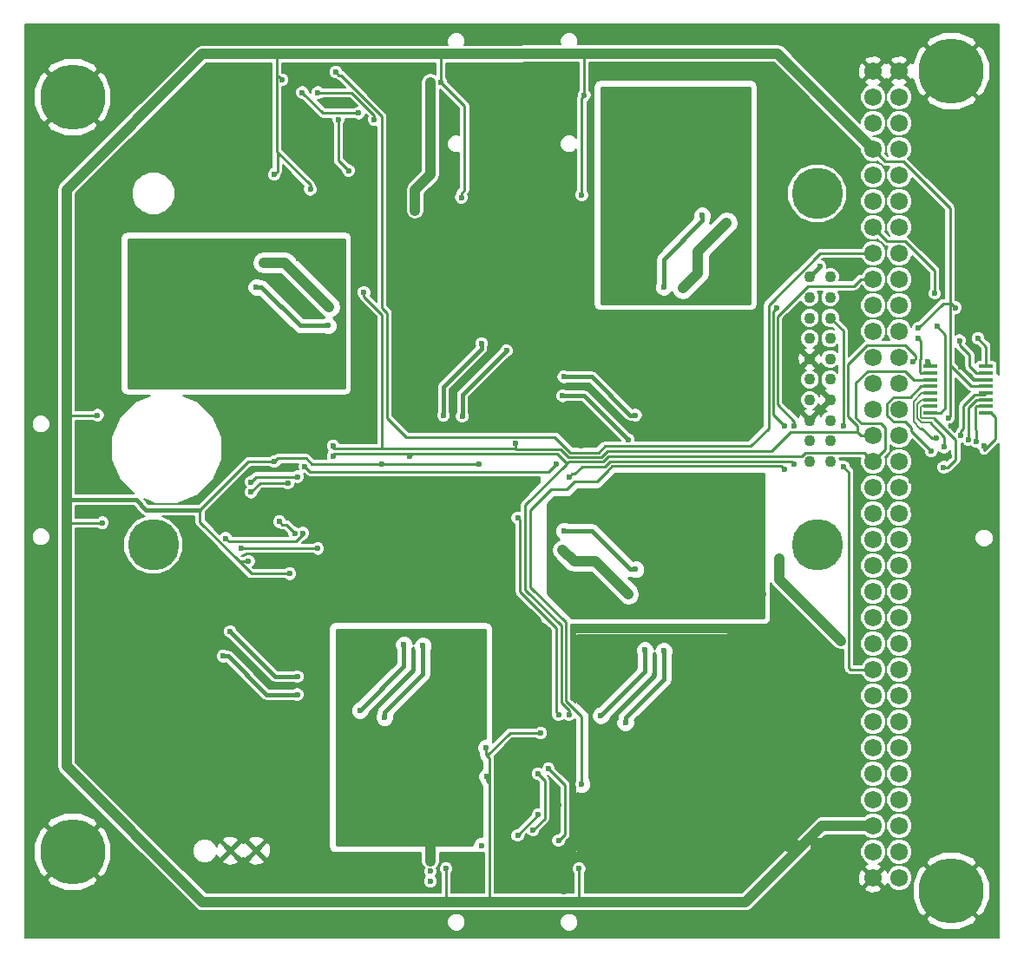
<source format=gbr>
G04 #@! TF.FileFunction,Copper,L1,Top,Signal*
%FSLAX46Y46*%
G04 Gerber Fmt 4.6, Leading zero omitted, Abs format (unit mm)*
G04 Created by KiCad (PCBNEW 4.0.7-e2-6376~58~ubuntu16.04.1) date Thu Mar 22 00:29:37 2018*
%MOMM*%
%LPD*%
G01*
G04 APERTURE LIST*
%ADD10C,0.100000*%
%ADD11C,5.000000*%
%ADD12C,1.100000*%
%ADD13C,6.350000*%
%ADD14R,1.400000X0.350000*%
%ADD15C,1.600000*%
%ADD16C,1.720000*%
%ADD17C,0.600000*%
%ADD18C,0.250000*%
%ADD19C,1.000000*%
%ADD20C,0.400000*%
%ADD21C,0.152400*%
%ADD22C,0.200000*%
%ADD23C,0.254000*%
G04 APERTURE END LIST*
D10*
D11*
X117960000Y-96140000D03*
X182730000Y-61850000D03*
X182730000Y-96140000D03*
D12*
X184000000Y-70000000D03*
X184000000Y-72000000D03*
X184000000Y-74000000D03*
X184000000Y-76000000D03*
X184000000Y-78000000D03*
X184000000Y-80000000D03*
X184000000Y-82000000D03*
X184000000Y-84000000D03*
X184000000Y-86000000D03*
X184000000Y-88000000D03*
X182000000Y-70000000D03*
X182000000Y-72000000D03*
X182000000Y-74000000D03*
X182000000Y-76000000D03*
X182000000Y-78000000D03*
X182000000Y-80000000D03*
X182000000Y-82000000D03*
X182000000Y-84000000D03*
X182000000Y-86000000D03*
X182000000Y-88000000D03*
D13*
X110080000Y-126110000D03*
X110080000Y-52450000D03*
X195810000Y-49910000D03*
X195810000Y-129920000D03*
D14*
X193800000Y-80675000D03*
X193800000Y-81325000D03*
X193800000Y-82625000D03*
X193800000Y-81975000D03*
X193800000Y-80025000D03*
X193800000Y-78725000D03*
X193800000Y-79375000D03*
X193800000Y-83275000D03*
X199200000Y-80025000D03*
X199200000Y-81325000D03*
X199200000Y-82625000D03*
X199200000Y-81975000D03*
X199200000Y-83275000D03*
X199200000Y-78725000D03*
X199200000Y-79375000D03*
X199200000Y-80675000D03*
D15*
X177800000Y-125500000D03*
X182800000Y-125500000D03*
X180300000Y-125500000D03*
D16*
X188190000Y-49910000D03*
X188190000Y-52450000D03*
X188190000Y-54990000D03*
X188190000Y-57530000D03*
X188190000Y-60070000D03*
X188190000Y-62610000D03*
X188190000Y-65150000D03*
X188190000Y-67690000D03*
X188190000Y-70230000D03*
X188190000Y-72770000D03*
X188190000Y-75310000D03*
X188190000Y-77850000D03*
X188190000Y-80390000D03*
X188190000Y-82930000D03*
X188190000Y-85470000D03*
X188190000Y-88010000D03*
X188190000Y-90550000D03*
X188190000Y-93090000D03*
X188190000Y-95630000D03*
X188190000Y-98170000D03*
X188190000Y-100710000D03*
X188190000Y-103250000D03*
X188190000Y-105790000D03*
X188190000Y-108330000D03*
X188190000Y-110870000D03*
X188190000Y-113410000D03*
X188190000Y-115950000D03*
X188190000Y-118490000D03*
X188190000Y-121030000D03*
X188190000Y-123570000D03*
X188190000Y-126110000D03*
X188190000Y-128650000D03*
X190730000Y-49910000D03*
X190730000Y-52450000D03*
X190730000Y-54990000D03*
X190730000Y-57530000D03*
X190730000Y-60070000D03*
X190730000Y-62610000D03*
X190730000Y-65150000D03*
X190730000Y-67690000D03*
X190730000Y-70230000D03*
X190730000Y-72770000D03*
X190730000Y-75310000D03*
X190730000Y-77850000D03*
X190730000Y-80390000D03*
X190730000Y-82930000D03*
X190730000Y-85470000D03*
X190730000Y-88010000D03*
X190730000Y-90550000D03*
X190730000Y-93090000D03*
X190730000Y-95630000D03*
X190730000Y-98170000D03*
X190730000Y-100710000D03*
X190730000Y-103250000D03*
X190730000Y-105790000D03*
X190730000Y-108330000D03*
X190730000Y-110870000D03*
X190730000Y-113410000D03*
X190730000Y-115950000D03*
X190730000Y-118490000D03*
X190730000Y-121030000D03*
X190730000Y-123570000D03*
X190730000Y-126110000D03*
X190730000Y-128650000D03*
D17*
X141600000Y-62600000D03*
X110799980Y-90800000D03*
X192043737Y-92738291D03*
X195625000Y-87500000D03*
X114250000Y-90000000D03*
X151750000Y-121000000D03*
X154750000Y-117250000D03*
X134750000Y-62500000D03*
X154000000Y-113250000D03*
X152500000Y-113250000D03*
X111750000Y-87000000D03*
X111000000Y-84250000D03*
X110799980Y-93000000D03*
X132000000Y-100250000D03*
X129750000Y-95000000D03*
X132000000Y-57750000D03*
X159750000Y-86500000D03*
X159000000Y-84508602D03*
X142000000Y-73500000D03*
X196750000Y-78750000D03*
X191927065Y-89904524D03*
X192250000Y-87250000D03*
X195750000Y-84500000D03*
X195500000Y-95500000D03*
X195500000Y-93250000D03*
X179500000Y-75500000D03*
X179500000Y-76500000D03*
X179500000Y-77500000D03*
X156500000Y-124000000D03*
X150000000Y-125500000D03*
X153000000Y-126000000D03*
X156500000Y-129500000D03*
X155500000Y-128000000D03*
X169000000Y-132000000D03*
X168000000Y-132000000D03*
X167000000Y-132000000D03*
X115103555Y-93896445D03*
X108000000Y-106000000D03*
X108000000Y-105000000D03*
X108000000Y-104000000D03*
X147000000Y-50500000D03*
X150000000Y-50500000D03*
X150500000Y-52000000D03*
X152307061Y-54156208D03*
X155503352Y-54503352D03*
X159000000Y-50500000D03*
X156000000Y-50500000D03*
X156000000Y-60500000D03*
X159000000Y-60500000D03*
X155500000Y-62000000D03*
X153000000Y-64000000D03*
X151000000Y-64000000D03*
X150000000Y-60500000D03*
X146500000Y-61000000D03*
X141000000Y-53000000D03*
X141000000Y-52000000D03*
X141000000Y-51000000D03*
X158000000Y-130000000D03*
X148000000Y-129500000D03*
X110500000Y-85000000D03*
X152200000Y-66200000D03*
X147600000Y-71900000D03*
X143000000Y-73600000D03*
X151200000Y-75500000D03*
X153000000Y-82500000D03*
X152800000Y-80600000D03*
X153800000Y-81700000D03*
X161800000Y-123800000D03*
X114450000Y-104800000D03*
X175300000Y-85700000D03*
X166400000Y-118100000D03*
X120150000Y-109400000D03*
X169600000Y-81100000D03*
X172700000Y-116400000D03*
X121850000Y-115700000D03*
X167900000Y-74800000D03*
X171000000Y-116400000D03*
X121850000Y-114000000D03*
X167900000Y-76500000D03*
X162800000Y-114500000D03*
X123750000Y-105800000D03*
X166000000Y-84700000D03*
X161000000Y-107500000D03*
X130750000Y-104000000D03*
X161200000Y-109400000D03*
X128850000Y-104200000D03*
X160900000Y-86300000D03*
X160200000Y-108300000D03*
X129950000Y-103200000D03*
X134500000Y-90500000D03*
X157500000Y-121500000D03*
X136500000Y-53000000D03*
X127300000Y-99700000D03*
X129300000Y-62200000D03*
X132900000Y-99300000D03*
X134900000Y-61800000D03*
X198400000Y-76000000D03*
X196600000Y-76200000D03*
X192600000Y-76000000D03*
X185000000Y-105500000D03*
X184000000Y-104500000D03*
X183000000Y-103500000D03*
X179000000Y-99500000D03*
X179000000Y-98500000D03*
X179000000Y-97500000D03*
X166000000Y-91500000D03*
X166000000Y-90500000D03*
X166000000Y-89500000D03*
X177500000Y-101000000D03*
X176500000Y-101000000D03*
X175300000Y-100743796D03*
X169600000Y-96143796D03*
X167900000Y-89843796D03*
X167900000Y-91543796D03*
X166000000Y-99743796D03*
X159000000Y-101543796D03*
X160900000Y-101343796D03*
X159800000Y-102343796D03*
X164300000Y-85900000D03*
X157900000Y-81600000D03*
X173900000Y-64700000D03*
X138100000Y-112300000D03*
X128700000Y-68600000D03*
X164300000Y-100943796D03*
X169600000Y-71100000D03*
X142400000Y-105900000D03*
X135100000Y-72900000D03*
X157900000Y-96643796D03*
X132000000Y-109000000D03*
X127000000Y-78500000D03*
X128000000Y-78500000D03*
X129000000Y-78500000D03*
X119000000Y-80000000D03*
X117500000Y-80000000D03*
X116000000Y-80000000D03*
X117700000Y-68800000D03*
X123400000Y-73400000D03*
X125100000Y-79700000D03*
X125100000Y-78000000D03*
X127000000Y-69800000D03*
X134000000Y-68000000D03*
X132100000Y-68200000D03*
X133200000Y-67200000D03*
X125450000Y-104600000D03*
X148000000Y-111500000D03*
X149000000Y-111500000D03*
X150000000Y-111500000D03*
X145000000Y-127000000D03*
X145000000Y-128000000D03*
X145000000Y-129000000D03*
X138300000Y-123300000D03*
X142900000Y-117600000D03*
X149200000Y-115900000D03*
X147500000Y-115900000D03*
X139300000Y-114000000D03*
X137500000Y-107000000D03*
X137700000Y-108900000D03*
X136700000Y-107800000D03*
X161600000Y-112800000D03*
X165900000Y-106400000D03*
X166000000Y-65000000D03*
X165000000Y-65000000D03*
X164000000Y-65000000D03*
X162500000Y-55000000D03*
X162500000Y-54000000D03*
X162500000Y-53000000D03*
X162500000Y-52000000D03*
X152400000Y-77200000D03*
X148100000Y-83600000D03*
X173700000Y-53700000D03*
X169100000Y-59400000D03*
X162800000Y-61100000D03*
X164500000Y-61100000D03*
X172700000Y-63000000D03*
X174500000Y-70000000D03*
X174300000Y-68100000D03*
X175300000Y-69200000D03*
X143500000Y-61500000D03*
X143500000Y-62500000D03*
X143500000Y-63500000D03*
X145000000Y-53000000D03*
X145000000Y-52000000D03*
X145000000Y-51000000D03*
X194200000Y-71600000D03*
X194400000Y-74800000D03*
X180500000Y-84499999D03*
X180500000Y-88250000D03*
X158500000Y-89500000D03*
X157250000Y-88250000D03*
X132750000Y-88500000D03*
X178750000Y-73000000D03*
X179500000Y-84500000D03*
X179500000Y-88750000D03*
X159750000Y-119500000D03*
X135750000Y-50000000D03*
X113000000Y-94000000D03*
X192600000Y-75000000D03*
X196200000Y-73000000D03*
X195497018Y-83741052D03*
X183000000Y-69000000D03*
X149750000Y-88250000D03*
X140250000Y-88250000D03*
X148000000Y-62250000D03*
X159750000Y-62000000D03*
X150500000Y-118750000D03*
X150415888Y-115929907D03*
X155750000Y-114500000D03*
X159500000Y-127750000D03*
X146500000Y-127750000D03*
X127250000Y-97750000D03*
X131273607Y-98952785D03*
X129750000Y-88000000D03*
X112500000Y-83500000D03*
X129750000Y-60000000D03*
X130500000Y-50750000D03*
X133273607Y-61452785D03*
X160000000Y-52250000D03*
X146000000Y-51000000D03*
X192027183Y-78258561D03*
X193500000Y-78250000D03*
X153500000Y-93493796D03*
X153250000Y-86250000D03*
X157500000Y-112750000D03*
X138500000Y-71500000D03*
X135500000Y-86500000D03*
X143000000Y-87500000D03*
X158500000Y-112750000D03*
X135500000Y-87500000D03*
X195098662Y-86607359D03*
X194325000Y-85750000D03*
X193848661Y-86985223D03*
X197465544Y-85857772D03*
X132000000Y-89500000D03*
X127500000Y-90000000D03*
X131067583Y-90125000D03*
X127500000Y-91000000D03*
X130250000Y-93875000D03*
X131750000Y-95000000D03*
X155000000Y-124000000D03*
X155500000Y-118500000D03*
X156500000Y-118000000D03*
X157500000Y-125000000D03*
X134000000Y-52000000D03*
X139500000Y-54625000D03*
X132500000Y-52000000D03*
X138000000Y-54000000D03*
X165000000Y-98543796D03*
X158000000Y-94793796D03*
X165000000Y-83500000D03*
X158000000Y-79750000D03*
X128000000Y-71000000D03*
X135000000Y-74750000D03*
X132000000Y-110750000D03*
X124750000Y-107000000D03*
X140500000Y-113000000D03*
X144250000Y-106000000D03*
X164000000Y-113500000D03*
X167750000Y-106500000D03*
X171500000Y-64000000D03*
X167750000Y-71000000D03*
X150000000Y-76500000D03*
X146250000Y-83500000D03*
X185250000Y-88500000D03*
X185250000Y-84499999D03*
X195069358Y-88569357D03*
X155500000Y-122500000D03*
X153500000Y-124500000D03*
X136000000Y-54625001D03*
X137000000Y-59625000D03*
X196750001Y-85500000D03*
X198238640Y-86063506D03*
X199000000Y-86500000D03*
X132550003Y-95000000D03*
X125010147Y-95510147D03*
X134000000Y-96500000D03*
X126500000Y-96500000D03*
D18*
X198025000Y-80025000D02*
X196750000Y-78750000D01*
X199200000Y-80025000D02*
X198025000Y-80025000D01*
D19*
X141000000Y-52000000D02*
X141000000Y-53000000D01*
X141000000Y-51000000D02*
X141000000Y-52000000D01*
D18*
X198400000Y-76000000D02*
X199200000Y-76800000D01*
X199200000Y-76800000D02*
X199200000Y-78725000D01*
X196600000Y-76200000D02*
X196600000Y-76624264D01*
X197600000Y-77624264D02*
X197600000Y-78725000D01*
X196600000Y-76624264D02*
X197600000Y-77624264D01*
X197600000Y-78725000D02*
X198250000Y-79375000D01*
X198250000Y-79375000D02*
X199200000Y-79375000D01*
X192800000Y-78024998D02*
X192800000Y-76200000D01*
X192800000Y-76200000D02*
X192600000Y-76000000D01*
X192774999Y-78075001D02*
X192774999Y-78049999D01*
X192774999Y-78049999D02*
X192800000Y-78024998D01*
X193800000Y-79375000D02*
X192850000Y-79375000D01*
X192850000Y-79375000D02*
X192774999Y-79299999D01*
X192774999Y-79299999D02*
X192774999Y-78075001D01*
D19*
X179000000Y-98500000D02*
X179000000Y-97500000D01*
X179000000Y-99500000D02*
X179000000Y-98500000D01*
X184000000Y-104500000D02*
X185000000Y-105500000D01*
X183000000Y-103500000D02*
X184000000Y-104500000D01*
X179000000Y-99500000D02*
X183000000Y-103500000D01*
D18*
X176500000Y-101000000D02*
X177500000Y-101000000D01*
D20*
X164300000Y-85900000D02*
X160000000Y-81600000D01*
X160000000Y-81600000D02*
X157900000Y-81600000D01*
D19*
X171100000Y-67500000D02*
X171100000Y-69600000D01*
X171100000Y-69600000D02*
X169600000Y-71100000D01*
X173900000Y-64700000D02*
X171100000Y-67500000D01*
X128700000Y-68600000D02*
X130800000Y-68600000D01*
X130800000Y-68600000D02*
X135100000Y-72900000D01*
X161106204Y-97750000D02*
X159006204Y-97750000D01*
X159006204Y-97750000D02*
X157900000Y-96643796D01*
X164300000Y-100943796D02*
X161106204Y-97750000D01*
D20*
X138100000Y-112300000D02*
X142400000Y-108000000D01*
X142400000Y-108000000D02*
X142400000Y-105900000D01*
X132000000Y-109000000D02*
X129850000Y-109000000D01*
X129850000Y-109000000D02*
X129750000Y-108900000D01*
X125450000Y-104600000D02*
X129750000Y-108900000D01*
D19*
X145000000Y-127000000D02*
X145000000Y-123000000D01*
D20*
X161600000Y-112800000D02*
X165900000Y-108500000D01*
X165900000Y-108500000D02*
X165900000Y-106400000D01*
X152400000Y-77200000D02*
X148100000Y-81500000D01*
X148100000Y-81500000D02*
X148100000Y-83600000D01*
D19*
X145000000Y-53000000D02*
X145000000Y-60000000D01*
X145000000Y-60000000D02*
X143500000Y-61500000D01*
X145000000Y-52000000D02*
X145000000Y-53000000D01*
X145000000Y-51000000D02*
X145000000Y-52000000D01*
X143500000Y-62500000D02*
X143500000Y-61500000D01*
X143500000Y-63500000D02*
X143500000Y-62500000D01*
D18*
X194200000Y-69406198D02*
X194200000Y-71600000D01*
X195224989Y-75999989D02*
X195224989Y-75624989D01*
X195224989Y-75624989D02*
X194400000Y-74800000D01*
X193800000Y-83275000D02*
X194750000Y-83275000D01*
X194750000Y-83275000D02*
X195224989Y-82800011D01*
X195224989Y-82800011D02*
X195224989Y-75999989D01*
X188190000Y-65150000D02*
X189544999Y-66504999D01*
X189544999Y-66504999D02*
X191298801Y-66504999D01*
X191298801Y-66504999D02*
X194200000Y-69406198D01*
X180500000Y-84499999D02*
X180500000Y-84075735D01*
X180500000Y-84075735D02*
X178874999Y-82450734D01*
X178874999Y-82450734D02*
X178874999Y-73829999D01*
X186973777Y-70230000D02*
X188190000Y-70230000D01*
X178874999Y-73829999D02*
X181829997Y-70875001D01*
X181829997Y-70875001D02*
X186328776Y-70875001D01*
X186328776Y-70875001D02*
X186973777Y-70230000D01*
X178000000Y-88000000D02*
X180250000Y-88000000D01*
X180250000Y-88000000D02*
X180500000Y-88250000D01*
X164500000Y-88000000D02*
X178000000Y-88000000D01*
X162522820Y-88000000D02*
X164500000Y-88000000D01*
X162047791Y-88475029D02*
X162522820Y-88000000D01*
X159049999Y-89200001D02*
X159774971Y-88475029D01*
X159774971Y-88475029D02*
X162047791Y-88475029D01*
X158500000Y-89500000D02*
X158799999Y-89200001D01*
X158799999Y-89200001D02*
X159049999Y-89200001D01*
X153000000Y-89000000D02*
X156500000Y-89000000D01*
X156500000Y-89000000D02*
X157250000Y-88250000D01*
X132750000Y-88500000D02*
X133250000Y-89000000D01*
X133250000Y-89000000D02*
X153000000Y-89000000D01*
X178424989Y-77250000D02*
X178424989Y-73325011D01*
X178424989Y-73325011D02*
X178750000Y-73000000D01*
X178424989Y-82637134D02*
X178424989Y-77250000D01*
X179500000Y-84500000D02*
X178424989Y-83424989D01*
X178424989Y-83424989D02*
X178424989Y-82637134D01*
X177950010Y-88450010D02*
X179200010Y-88450010D01*
X179200010Y-88450010D02*
X179500000Y-88750000D01*
X164250000Y-88450010D02*
X177950010Y-88450010D01*
X162709220Y-88450010D02*
X164250000Y-88450010D01*
X162234192Y-88925038D02*
X162709220Y-88450010D01*
X159049990Y-89950010D02*
X161209220Y-89950010D01*
X161209220Y-89950010D02*
X162234192Y-88925038D01*
X156750000Y-90750000D02*
X158250000Y-90750000D01*
X158250000Y-90750000D02*
X159049990Y-89950010D01*
X154750000Y-92750000D02*
X156750000Y-90750000D01*
X154750000Y-100250000D02*
X154750000Y-92750000D01*
X158200010Y-103700010D02*
X154750000Y-100250000D01*
X159750000Y-119075736D02*
X159750000Y-112939326D01*
X159750000Y-112939326D02*
X158200010Y-111389336D01*
X158200010Y-111389336D02*
X158200010Y-103700010D01*
X159750000Y-119500000D02*
X159750000Y-119075736D01*
X135750000Y-50000000D02*
X136049999Y-50299999D01*
X176224999Y-86525001D02*
X177974979Y-84775021D01*
X136049999Y-50299999D02*
X136235673Y-50299999D01*
X183014998Y-67690000D02*
X186973777Y-67690000D01*
X136235673Y-50299999D02*
X140250000Y-54314326D01*
X161374999Y-87125001D02*
X161974999Y-86525001D01*
X140250000Y-54314326D02*
X140250000Y-73000000D01*
X158625001Y-87125001D02*
X161374999Y-87125001D01*
X140250000Y-73000000D02*
X140750000Y-73500000D01*
X142624999Y-85624999D02*
X157124999Y-85624999D01*
X140750000Y-73500000D02*
X140750000Y-83750000D01*
X140750000Y-83750000D02*
X142624999Y-85624999D01*
X157124999Y-85624999D02*
X158625001Y-87125001D01*
X177974979Y-84775021D02*
X177974979Y-72730019D01*
X161974999Y-86525001D02*
X176224999Y-86525001D01*
X177974979Y-72730019D02*
X183014998Y-67690000D01*
X186973777Y-67690000D02*
X188190000Y-67690000D01*
D19*
X109499999Y-94000000D02*
X109499999Y-91750000D01*
X109499999Y-95250000D02*
X109499999Y-94000000D01*
D18*
X109499999Y-94000000D02*
X113000000Y-94000000D01*
X195674999Y-72800000D02*
X195674999Y-72600000D01*
X195674999Y-72600000D02*
X195674999Y-72400000D01*
X192600000Y-75000000D02*
X195000000Y-72600000D01*
X195000000Y-72600000D02*
X195674999Y-72600000D01*
X195674999Y-72400000D02*
X195674999Y-63261197D01*
X196200000Y-73000000D02*
X195674999Y-72474999D01*
X195674999Y-72474999D02*
X195674999Y-72400000D01*
X195674999Y-74075001D02*
X195674999Y-72800000D01*
X195674999Y-78600001D02*
X195674999Y-83563071D01*
X195674999Y-83563071D02*
X195497018Y-83741052D01*
X195674999Y-63261197D02*
X191128803Y-58715001D01*
X189049999Y-58389999D02*
X188190000Y-57530000D01*
X191128803Y-58715001D02*
X189375001Y-58715001D01*
X189375001Y-58715001D02*
X189049999Y-58389999D01*
X195674999Y-78600001D02*
X195674999Y-74750000D01*
X195674999Y-74750000D02*
X195674999Y-74075001D01*
X195674999Y-74825001D02*
X195674999Y-74750000D01*
D20*
X182000000Y-70000000D02*
X183000000Y-69000000D01*
D18*
X199200000Y-80675000D02*
X197749998Y-80675000D01*
X197749998Y-80675000D02*
X195674999Y-78600001D01*
X140250000Y-88250000D02*
X149750000Y-88250000D01*
X129750000Y-88000000D02*
X130049999Y-87700001D01*
X130049999Y-87700001D02*
X132875003Y-87700001D01*
X132875003Y-87700001D02*
X133425002Y-88250000D01*
X133425002Y-88250000D02*
X140250000Y-88250000D01*
X148000000Y-62250000D02*
X148000000Y-61825736D01*
X148000000Y-61825736D02*
X148325001Y-61500735D01*
X148325001Y-61500735D02*
X148325001Y-53325001D01*
X148325001Y-53325001D02*
X146299999Y-51299999D01*
X146299999Y-51299999D02*
X146000000Y-51000000D01*
X159750000Y-62000000D02*
X159750000Y-52500000D01*
X159750000Y-52500000D02*
X160000000Y-52250000D01*
X150750000Y-117000000D02*
X150750000Y-119500000D01*
X150750000Y-119500000D02*
X150750000Y-130750001D01*
X150500000Y-118750000D02*
X150500000Y-119174264D01*
X150500000Y-119174264D02*
X150750000Y-119424264D01*
X150750000Y-119424264D02*
X150750000Y-119500000D01*
X150415888Y-115929907D02*
X150415888Y-116665888D01*
X150415888Y-116665888D02*
X150500000Y-116750000D01*
D19*
X159750000Y-131000001D02*
X150500000Y-131000001D01*
X150500000Y-131000001D02*
X146500000Y-131000001D01*
D18*
X150500000Y-116750000D02*
X150750000Y-117000000D01*
X150750000Y-130750001D02*
X150500000Y-131000001D01*
X152750000Y-114500000D02*
X150500000Y-116750000D01*
X155750000Y-114500000D02*
X152750000Y-114500000D01*
D19*
X162000001Y-131000001D02*
X159750000Y-131000001D01*
D18*
X159500000Y-127750000D02*
X159500000Y-130750001D01*
X159500000Y-130750001D02*
X159750000Y-131000001D01*
D19*
X146500000Y-131000001D02*
X122750001Y-131000001D01*
D18*
X146500000Y-127750000D02*
X146500000Y-128174264D01*
X146500000Y-128174264D02*
X146500000Y-131000001D01*
X127527783Y-98952785D02*
X126324998Y-97750000D01*
X126324998Y-97750000D02*
X122500000Y-93925002D01*
X127250000Y-97750000D02*
X126324998Y-97750000D01*
X131273607Y-98952785D02*
X127527783Y-98952785D01*
X122500000Y-93925002D02*
X122500000Y-92750000D01*
X122500000Y-92750000D02*
X127250000Y-88000000D01*
X127250000Y-88000000D02*
X129750000Y-88000000D01*
D20*
X117247998Y-92750000D02*
X122500000Y-92750000D01*
D19*
X109499999Y-91750000D02*
X109499999Y-83500000D01*
D20*
X109499999Y-91750000D02*
X116247998Y-91750000D01*
X116247998Y-91750000D02*
X117247998Y-92750000D01*
D19*
X109499999Y-117749999D02*
X109499999Y-95250000D01*
X109499999Y-83500000D02*
X109499999Y-61500001D01*
D18*
X112500000Y-83500000D02*
X109499999Y-83500000D01*
X129750000Y-60000000D02*
X130049999Y-59700001D01*
X130049999Y-59700001D02*
X130049999Y-57804913D01*
X130049999Y-57804913D02*
X130000000Y-57754914D01*
X130000000Y-57754914D02*
X130000000Y-50500000D01*
X130000000Y-50500000D02*
X130000000Y-48250000D01*
X130500000Y-50750000D02*
X130200001Y-50450001D01*
X130200001Y-50450001D02*
X130049999Y-50450001D01*
X130049999Y-50450001D02*
X130000000Y-50500000D01*
D19*
X122750000Y-48250000D02*
X130000000Y-48250000D01*
X130000000Y-48250000D02*
X146000000Y-48250000D01*
D18*
X133273607Y-61452785D02*
X133273607Y-61028521D01*
X133273607Y-61028521D02*
X130000000Y-57754914D01*
D19*
X154049999Y-48200001D02*
X160000000Y-48200001D01*
X160000000Y-48200001D02*
X178860001Y-48200001D01*
D18*
X160000000Y-51825736D02*
X160000000Y-48200001D01*
X160000000Y-52250000D02*
X160000000Y-51825736D01*
D19*
X146000000Y-48250000D02*
X154000000Y-48250000D01*
D18*
X146000000Y-51000000D02*
X146000000Y-48250000D01*
D19*
X188190000Y-123570000D02*
X183179998Y-123570000D01*
X183179998Y-123570000D02*
X175749999Y-130999999D01*
X175749999Y-130999999D02*
X162000003Y-130999999D01*
X162000003Y-130999999D02*
X162000001Y-131000001D01*
X181160000Y-50500000D02*
X188190000Y-57530000D01*
X122750001Y-131000001D02*
X109499999Y-117749999D01*
X109499999Y-61500001D02*
X122750000Y-48250000D01*
X154000000Y-48250000D02*
X154049999Y-48200001D01*
X178860001Y-48200001D02*
X181160000Y-50500000D01*
D18*
X185750000Y-78500000D02*
X185750000Y-83636410D01*
X185750000Y-83636410D02*
X186628776Y-84515186D01*
X186628776Y-84515186D02*
X186628776Y-85124999D01*
X187585001Y-76664999D02*
X185750000Y-78500000D01*
X192027183Y-78258561D02*
X192327182Y-77958562D01*
X192327182Y-77958562D02*
X192327182Y-77693380D01*
X192327182Y-77693380D02*
X191298801Y-76664999D01*
X191298801Y-76664999D02*
X187585001Y-76664999D01*
X193800000Y-78725000D02*
X193800000Y-78550000D01*
X193800000Y-78550000D02*
X193500000Y-78250000D01*
X153250000Y-86750000D02*
X153299990Y-86799990D01*
X180125001Y-85124999D02*
X186628776Y-85124999D01*
X153299990Y-86799990D02*
X157663580Y-86799990D01*
X157663580Y-86799990D02*
X158438601Y-87575011D01*
X158438601Y-87575011D02*
X161674989Y-87575011D01*
X186973777Y-85470000D02*
X188190000Y-85470000D01*
X161674989Y-87575011D02*
X162250000Y-87000000D01*
X186628776Y-85124999D02*
X186973777Y-85470000D01*
X162250000Y-87000000D02*
X178250000Y-87000000D01*
X178250000Y-87000000D02*
X180125001Y-85124999D01*
X153750000Y-99000000D02*
X153750000Y-93743796D01*
X153750000Y-93743796D02*
X153500000Y-93493796D01*
X140250000Y-86750000D02*
X153250000Y-86750000D01*
X153250000Y-86750000D02*
X153250000Y-86250000D01*
X153750000Y-100750000D02*
X153750000Y-99000000D01*
X157250000Y-104250000D02*
X153750000Y-100750000D01*
X157250000Y-110250000D02*
X157250000Y-104250000D01*
X157250000Y-112500000D02*
X157250000Y-110250000D01*
X157500000Y-112750000D02*
X157250000Y-112500000D01*
X136500000Y-86750000D02*
X140250000Y-86750000D01*
X138500000Y-71500000D02*
X138500000Y-71924264D01*
X138500000Y-71924264D02*
X140250000Y-73674264D01*
X140250000Y-73674264D02*
X140250000Y-86750000D01*
X135500000Y-86750000D02*
X136500000Y-86750000D01*
X135500000Y-86500000D02*
X135500000Y-86750000D01*
X186500000Y-83750000D02*
X187034999Y-84284999D01*
X187034999Y-84284999D02*
X188928799Y-84284999D01*
X188928799Y-84284999D02*
X189375001Y-84731201D01*
X189375001Y-84731201D02*
X189375001Y-86824999D01*
X189375001Y-86824999D02*
X189049999Y-87150001D01*
X189049999Y-87150001D02*
X188190000Y-88010000D01*
X186500000Y-80326198D02*
X186500000Y-83750000D01*
X193800000Y-80025000D02*
X192118802Y-80025000D01*
X192118802Y-80025000D02*
X191298801Y-79204999D01*
X191298801Y-79204999D02*
X187621199Y-79204999D01*
X187621199Y-79204999D02*
X186500000Y-80326198D01*
X143000000Y-87500000D02*
X143250000Y-87250000D01*
X158250000Y-88136410D02*
X158363590Y-88136410D01*
X158363590Y-88136410D02*
X158474979Y-88025021D01*
X158474979Y-88025021D02*
X161861390Y-88025020D01*
X161861390Y-88025020D02*
X162386410Y-87500000D01*
X162386410Y-87500000D02*
X181204998Y-87500000D01*
X181204998Y-87500000D02*
X181579999Y-87124999D01*
X181579999Y-87124999D02*
X187304999Y-87124999D01*
X187304999Y-87124999D02*
X187330001Y-87150001D01*
X187330001Y-87150001D02*
X188190000Y-88010000D01*
X157363590Y-87250000D02*
X158250000Y-88136410D01*
X158250000Y-88250000D02*
X158250000Y-88136410D01*
X154250000Y-92250000D02*
X158250000Y-88250000D01*
X154250000Y-87250000D02*
X153500000Y-87250000D01*
X153500000Y-87250000D02*
X143250000Y-87250000D01*
X154250000Y-100500000D02*
X154250000Y-92250000D01*
X154250000Y-87250000D02*
X157363590Y-87250000D01*
X143250000Y-87250000D02*
X135500000Y-87250000D01*
X158500000Y-112750000D02*
X158500000Y-112325736D01*
X158500000Y-112325736D02*
X157750000Y-111575736D01*
X157750000Y-111575736D02*
X157750000Y-104000000D01*
X157750000Y-104000000D02*
X154250000Y-100500000D01*
X135500000Y-87250000D02*
X135500000Y-87500000D01*
D21*
X193725011Y-84225011D02*
X192879466Y-84225011D01*
X192879466Y-84225011D02*
X192471389Y-83816934D01*
X192471389Y-83816934D02*
X192471389Y-82451211D01*
X192471389Y-82451211D02*
X192947600Y-81975000D01*
X192947600Y-81975000D02*
X193800000Y-81975000D01*
D18*
X195098662Y-86607359D02*
X195098662Y-85598662D01*
X195098662Y-85598662D02*
X193725011Y-84225011D01*
X192750000Y-84750000D02*
X192900736Y-84750000D01*
X192900736Y-84750000D02*
X193900736Y-85750000D01*
D21*
X192118979Y-84118979D02*
X192750000Y-84750000D01*
X193800000Y-81325000D02*
X192947600Y-81325000D01*
X192947600Y-81325000D02*
X192118979Y-82153621D01*
X192118979Y-82153621D02*
X192118979Y-84118979D01*
D18*
X194325000Y-85750000D02*
X193900736Y-85750000D01*
X193848661Y-86985223D02*
X191874980Y-85011542D01*
X191874980Y-85011542D02*
X191874980Y-84691180D01*
X189544999Y-83498801D02*
X189544999Y-82361199D01*
X191874980Y-84691180D02*
X191298801Y-84115001D01*
X191298801Y-84115001D02*
X190161199Y-84115001D01*
X189544999Y-82361199D02*
X190161199Y-81744999D01*
X190161199Y-84115001D02*
X189544999Y-83498801D01*
X190161199Y-81744999D02*
X191780001Y-81744999D01*
X191780001Y-81744999D02*
X192850000Y-80675000D01*
X192850000Y-80675000D02*
X193800000Y-80675000D01*
X197465544Y-85857772D02*
X197465544Y-82759456D01*
X198250000Y-81975000D02*
X199200000Y-81975000D01*
X197465544Y-82759456D02*
X198250000Y-81975000D01*
X127500000Y-90000000D02*
X128000000Y-89500000D01*
X128000000Y-89500000D02*
X132000000Y-89500000D01*
X127500000Y-91000000D02*
X128375000Y-90125000D01*
X128375000Y-90125000D02*
X131067583Y-90125000D01*
X130250000Y-93875000D02*
X130549999Y-94174999D01*
X130549999Y-94174999D02*
X130924999Y-94174999D01*
X130924999Y-94174999D02*
X131000000Y-94250000D01*
X131750000Y-95000000D02*
X131000000Y-94250000D01*
X131590019Y-94840019D02*
X131750000Y-95000000D01*
X155000000Y-124000000D02*
X156125001Y-122874999D01*
X156125001Y-122874999D02*
X156125001Y-119125001D01*
X156125001Y-119125001D02*
X155799999Y-118799999D01*
X155799999Y-118799999D02*
X155500000Y-118500000D01*
X157500000Y-125000000D02*
X158125001Y-124374999D01*
X158125001Y-124374999D02*
X158125001Y-119625001D01*
X158125001Y-119625001D02*
X156500000Y-118000000D01*
X139500000Y-54625000D02*
X139500000Y-54200736D01*
X139500000Y-54200736D02*
X137299264Y-52000000D01*
X137299264Y-52000000D02*
X134000000Y-52000000D01*
X138000000Y-54000000D02*
X134500000Y-54000000D01*
X134500000Y-54000000D02*
X132500000Y-52000000D01*
D20*
X165000000Y-98543796D02*
X164500000Y-98543796D01*
X164500000Y-98543796D02*
X160750000Y-94793796D01*
X160750000Y-94793796D02*
X158000000Y-94793796D01*
X165000000Y-83500000D02*
X164500000Y-83500000D01*
X164500000Y-83500000D02*
X160750000Y-79750000D01*
X160750000Y-79750000D02*
X158000000Y-79750000D01*
X128000000Y-71000000D02*
X128500000Y-71000000D01*
X128500000Y-71000000D02*
X132250000Y-74750000D01*
X132250000Y-74750000D02*
X135000000Y-74750000D01*
X132000000Y-110750000D02*
X129000000Y-110750000D01*
X124750000Y-107000000D02*
X125250000Y-107000000D01*
X125250000Y-107000000D02*
X129000000Y-110750000D01*
X140500000Y-113000000D02*
X140500000Y-112500000D01*
X140500000Y-112500000D02*
X144250000Y-108750000D01*
X144250000Y-108750000D02*
X144250000Y-106000000D01*
X164000000Y-113500000D02*
X164000000Y-113000000D01*
X164000000Y-113000000D02*
X167750000Y-109250000D01*
X167750000Y-109250000D02*
X167750000Y-106500000D01*
X171500000Y-64000000D02*
X171500000Y-64500000D01*
X171500000Y-64500000D02*
X167750000Y-68250000D01*
X167750000Y-68250000D02*
X167750000Y-71000000D01*
X150000000Y-76500000D02*
X150000000Y-77000000D01*
X150000000Y-77000000D02*
X146250000Y-80750000D01*
X146250000Y-80750000D02*
X146250000Y-83500000D01*
D18*
X188190000Y-108330000D02*
X185980018Y-108330000D01*
X185980018Y-108330000D02*
X185825009Y-108174991D01*
X185250000Y-88500000D02*
X185825009Y-89075009D01*
X185825009Y-89075009D02*
X185825009Y-108174991D01*
X184000000Y-74000000D02*
X185250000Y-75250000D01*
X185250000Y-75250000D02*
X185250000Y-84499999D01*
D21*
X194099999Y-83775001D02*
X192927839Y-83775001D01*
X192927839Y-83775001D02*
X192823799Y-83670961D01*
X192823799Y-83670961D02*
X192823799Y-82748801D01*
X192823799Y-82748801D02*
X192947600Y-82625000D01*
X192947600Y-82625000D02*
X193800000Y-82625000D01*
D18*
X196125001Y-85800003D02*
X196000000Y-85675002D01*
X196000000Y-85675002D02*
X194099999Y-83775001D01*
X195069358Y-88569357D02*
X195493622Y-88569357D01*
X195493622Y-88569357D02*
X196250001Y-87812978D01*
X196250001Y-87812978D02*
X196250001Y-85925003D01*
X196250001Y-85925003D02*
X196000000Y-85675002D01*
X153500000Y-124500000D02*
X155500000Y-122500000D01*
X137000000Y-59625000D02*
X136000000Y-58625000D01*
X136000000Y-58625000D02*
X136000000Y-54625001D01*
X196750001Y-85500000D02*
X196750001Y-85075736D01*
X196750001Y-85075736D02*
X197015534Y-84810203D01*
X198113591Y-81474999D02*
X199050001Y-81474999D01*
X197015534Y-84810203D02*
X197015535Y-82573055D01*
X197015535Y-82573055D02*
X198113591Y-81474999D01*
X199050001Y-81474999D02*
X199200000Y-81325000D01*
X198238640Y-86063506D02*
X198238640Y-84959642D01*
X198238640Y-84959642D02*
X198174999Y-84896001D01*
X198174999Y-84896001D02*
X198174999Y-82700001D01*
X198174999Y-82700001D02*
X198250000Y-82625000D01*
X198250000Y-82625000D02*
X199200000Y-82625000D01*
X199000000Y-86924264D02*
X200150000Y-85774264D01*
X200150000Y-85774264D02*
X200150000Y-83700000D01*
X200150000Y-83700000D02*
X199725000Y-83275000D01*
X199725000Y-83275000D02*
X199200000Y-83275000D01*
X199000000Y-86500000D02*
X199000000Y-86924264D01*
X125010147Y-95510147D02*
X125310146Y-95810146D01*
X125310146Y-95810146D02*
X131864856Y-95810146D01*
X131864856Y-95810146D02*
X132550003Y-95124999D01*
X132550003Y-95124999D02*
X132550003Y-95000000D01*
X126500000Y-96500000D02*
X134000000Y-96500000D01*
D22*
G36*
X200415000Y-79505158D02*
X200307836Y-79397994D01*
X200307836Y-79200000D01*
X200279944Y-79051769D01*
X200277782Y-79048409D01*
X200307836Y-78900000D01*
X200307836Y-78550000D01*
X200279944Y-78401769D01*
X200192340Y-78265628D01*
X200058671Y-78174296D01*
X199900000Y-78142164D01*
X199725000Y-78142164D01*
X199725000Y-76800000D01*
X199685037Y-76599091D01*
X199571231Y-76428769D01*
X199100037Y-75957575D01*
X199100121Y-75861372D01*
X198993777Y-75604000D01*
X198797036Y-75406915D01*
X198539850Y-75300122D01*
X198261372Y-75299879D01*
X198004000Y-75406223D01*
X197806915Y-75602964D01*
X197700122Y-75860150D01*
X197699879Y-76138628D01*
X197806223Y-76396000D01*
X198002964Y-76593085D01*
X198260150Y-76699878D01*
X198357501Y-76699963D01*
X198675000Y-77017462D01*
X198675000Y-78142164D01*
X198500000Y-78142164D01*
X198351769Y-78170056D01*
X198215628Y-78257660D01*
X198125000Y-78390299D01*
X198125000Y-77624264D01*
X198085037Y-77423355D01*
X197971231Y-77253033D01*
X197228924Y-76510726D01*
X197299878Y-76339850D01*
X197300121Y-76061372D01*
X197193777Y-75804000D01*
X196997036Y-75606915D01*
X196739850Y-75500122D01*
X196461372Y-75499879D01*
X196204000Y-75606223D01*
X196199999Y-75610217D01*
X196199999Y-73700000D01*
X196338628Y-73700121D01*
X196596000Y-73593777D01*
X196793085Y-73397036D01*
X196899878Y-73139850D01*
X196900121Y-72861372D01*
X196793777Y-72604000D01*
X196597036Y-72406915D01*
X196339850Y-72300122D01*
X196242499Y-72300037D01*
X196199999Y-72257537D01*
X196199999Y-63261197D01*
X196160036Y-63060288D01*
X196046230Y-62889966D01*
X191599068Y-58442804D01*
X191797553Y-58244665D01*
X191989781Y-57781729D01*
X191990218Y-57280470D01*
X191798799Y-56817200D01*
X191444665Y-56462447D01*
X190981729Y-56270219D01*
X190480470Y-56269782D01*
X190017200Y-56461201D01*
X189662447Y-56815335D01*
X189470219Y-57278271D01*
X189469782Y-57779530D01*
X189639385Y-58190001D01*
X189592463Y-58190001D01*
X189371856Y-57969394D01*
X189449781Y-57781729D01*
X189450218Y-57280470D01*
X189258799Y-56817200D01*
X188904665Y-56462447D01*
X188441729Y-56270219D01*
X188202803Y-56270011D01*
X188182786Y-56249994D01*
X188439530Y-56250218D01*
X188902800Y-56058799D01*
X189257553Y-55704665D01*
X189449781Y-55241729D01*
X189449782Y-55239530D01*
X189469782Y-55239530D01*
X189661201Y-55702800D01*
X190015335Y-56057553D01*
X190478271Y-56249781D01*
X190979530Y-56250218D01*
X191442800Y-56058799D01*
X191797553Y-55704665D01*
X191989781Y-55241729D01*
X191990218Y-54740470D01*
X191798799Y-54277200D01*
X191444665Y-53922447D01*
X190981729Y-53730219D01*
X190480470Y-53729782D01*
X190017200Y-53921201D01*
X189662447Y-54275335D01*
X189470219Y-54738271D01*
X189469782Y-55239530D01*
X189449782Y-55239530D01*
X189450218Y-54740470D01*
X189258799Y-54277200D01*
X188904665Y-53922447D01*
X188441729Y-53730219D01*
X187940470Y-53729782D01*
X187477200Y-53921201D01*
X187122447Y-54275335D01*
X186930219Y-54738271D01*
X186929993Y-54997201D01*
X184632322Y-52699530D01*
X186929782Y-52699530D01*
X187121201Y-53162800D01*
X187475335Y-53517553D01*
X187938271Y-53709781D01*
X188439530Y-53710218D01*
X188902800Y-53518799D01*
X189257553Y-53164665D01*
X189449781Y-52701729D01*
X189449782Y-52699530D01*
X189469782Y-52699530D01*
X189661201Y-53162800D01*
X190015335Y-53517553D01*
X190478271Y-53709781D01*
X190979530Y-53710218D01*
X191442800Y-53518799D01*
X191797553Y-53164665D01*
X191989781Y-52701729D01*
X191989837Y-52636541D01*
X193301248Y-52636541D01*
X193669242Y-53118501D01*
X195060037Y-53693501D01*
X196565007Y-53692497D01*
X197950758Y-53118501D01*
X198318752Y-52636541D01*
X195810000Y-50127789D01*
X193301248Y-52636541D01*
X191989837Y-52636541D01*
X191990218Y-52200470D01*
X191798799Y-51737200D01*
X191444665Y-51382447D01*
X191248630Y-51301046D01*
X191480515Y-51204996D01*
X191565739Y-50963528D01*
X190730000Y-50127789D01*
X189894261Y-50963528D01*
X189979485Y-51204996D01*
X190233683Y-51291752D01*
X190017200Y-51381201D01*
X189662447Y-51735335D01*
X189470219Y-52198271D01*
X189469782Y-52699530D01*
X189449782Y-52699530D01*
X189450218Y-52200470D01*
X189258799Y-51737200D01*
X188904665Y-51382447D01*
X188708630Y-51301046D01*
X188940515Y-51204996D01*
X189025739Y-50963528D01*
X188190000Y-50127789D01*
X187354261Y-50963528D01*
X187439485Y-51204996D01*
X187693683Y-51291752D01*
X187477200Y-51381201D01*
X187122447Y-51735335D01*
X186930219Y-52198271D01*
X186929782Y-52699530D01*
X184632322Y-52699530D01*
X181644980Y-49712188D01*
X186706370Y-49712188D01*
X186743605Y-50295006D01*
X186895004Y-50660515D01*
X187136472Y-50745739D01*
X187972211Y-49910000D01*
X188407789Y-49910000D01*
X189243528Y-50745739D01*
X189460000Y-50669337D01*
X189676472Y-50745739D01*
X190512211Y-49910000D01*
X190947789Y-49910000D01*
X191783528Y-50745739D01*
X192024996Y-50660515D01*
X192027495Y-50653193D01*
X192027503Y-50665007D01*
X192601499Y-52050758D01*
X193083459Y-52418752D01*
X195592211Y-49910000D01*
X196027789Y-49910000D01*
X198536541Y-52418752D01*
X199018501Y-52050758D01*
X199593501Y-50659963D01*
X199592497Y-49154993D01*
X199018501Y-47769242D01*
X198536541Y-47401248D01*
X196027789Y-49910000D01*
X195592211Y-49910000D01*
X193083459Y-47401248D01*
X192601499Y-47769242D01*
X192026499Y-49160037D01*
X192026501Y-49163119D01*
X192024996Y-49159485D01*
X191783528Y-49074261D01*
X190947789Y-49910000D01*
X190512211Y-49910000D01*
X189676472Y-49074261D01*
X189460000Y-49150663D01*
X189243528Y-49074261D01*
X188407789Y-49910000D01*
X187972211Y-49910000D01*
X187136472Y-49074261D01*
X186895004Y-49159485D01*
X186706370Y-49712188D01*
X181644980Y-49712188D01*
X180789264Y-48856472D01*
X187354261Y-48856472D01*
X188190000Y-49692211D01*
X189025739Y-48856472D01*
X189894261Y-48856472D01*
X190730000Y-49692211D01*
X191565739Y-48856472D01*
X191480515Y-48615004D01*
X190927812Y-48426370D01*
X190344994Y-48463605D01*
X189979485Y-48615004D01*
X189894261Y-48856472D01*
X189025739Y-48856472D01*
X188940515Y-48615004D01*
X188387812Y-48426370D01*
X187804994Y-48463605D01*
X187439485Y-48615004D01*
X187354261Y-48856472D01*
X180789264Y-48856472D01*
X179496397Y-47563605D01*
X179204416Y-47368509D01*
X178860001Y-47300001D01*
X159349934Y-47300001D01*
X159398326Y-47183459D01*
X193301248Y-47183459D01*
X195810000Y-49692211D01*
X198318752Y-47183459D01*
X197950758Y-46701499D01*
X196559963Y-46126499D01*
X195054993Y-46127503D01*
X193669242Y-46701499D01*
X193301248Y-47183459D01*
X159398326Y-47183459D01*
X159399843Y-47179806D01*
X159400156Y-46821764D01*
X159263428Y-46490857D01*
X159010475Y-46237462D01*
X158679806Y-46100157D01*
X158321764Y-46099844D01*
X157990857Y-46236572D01*
X157737462Y-46489525D01*
X157600157Y-46820194D01*
X157599844Y-47178236D01*
X157650156Y-47300001D01*
X154049999Y-47300001D01*
X153798635Y-47350000D01*
X148329173Y-47350000D01*
X148399843Y-47179806D01*
X148400156Y-46821764D01*
X148263428Y-46490857D01*
X148010475Y-46237462D01*
X147679806Y-46100157D01*
X147321764Y-46099844D01*
X146990857Y-46236572D01*
X146737462Y-46489525D01*
X146600157Y-46820194D01*
X146599844Y-47178236D01*
X146670815Y-47350000D01*
X122750000Y-47350000D01*
X122405584Y-47418508D01*
X122113604Y-47613604D01*
X108863603Y-60863605D01*
X108668507Y-61155586D01*
X108599999Y-61500001D01*
X108599999Y-117749999D01*
X108668507Y-118094414D01*
X108863603Y-118386395D01*
X122113605Y-131636397D01*
X122405586Y-131831493D01*
X122750001Y-131900001D01*
X162000001Y-131900001D01*
X162000011Y-131899999D01*
X175749999Y-131899999D01*
X176094414Y-131831491D01*
X176386395Y-131636395D01*
X178319262Y-129703528D01*
X187354261Y-129703528D01*
X187439485Y-129944996D01*
X187992188Y-130133630D01*
X188575006Y-130096395D01*
X188940515Y-129944996D01*
X189025739Y-129703528D01*
X188190000Y-128867789D01*
X187354261Y-129703528D01*
X178319262Y-129703528D01*
X179570602Y-128452188D01*
X186706370Y-128452188D01*
X186743605Y-129035006D01*
X186895004Y-129400515D01*
X187136472Y-129485739D01*
X187972211Y-128650000D01*
X188407789Y-128650000D01*
X189243528Y-129485739D01*
X189484996Y-129400515D01*
X189571752Y-129146317D01*
X189661201Y-129362800D01*
X190015335Y-129717553D01*
X190478271Y-129909781D01*
X190979530Y-129910218D01*
X191442800Y-129718799D01*
X191797553Y-129364665D01*
X191878369Y-129170037D01*
X192026499Y-129170037D01*
X192027503Y-130675007D01*
X192601499Y-132060758D01*
X193083459Y-132428752D01*
X195592211Y-129920000D01*
X196027789Y-129920000D01*
X198536541Y-132428752D01*
X199018501Y-132060758D01*
X199593501Y-130669963D01*
X199592497Y-129164993D01*
X199018501Y-127779242D01*
X198536541Y-127411248D01*
X196027789Y-129920000D01*
X195592211Y-129920000D01*
X193083459Y-127411248D01*
X192601499Y-127779242D01*
X192026499Y-129170037D01*
X191878369Y-129170037D01*
X191989781Y-128901729D01*
X191990218Y-128400470D01*
X191798799Y-127937200D01*
X191444665Y-127582447D01*
X190981729Y-127390219D01*
X190480470Y-127389782D01*
X190017200Y-127581201D01*
X189662447Y-127935335D01*
X189581046Y-128131370D01*
X189484996Y-127899485D01*
X189243528Y-127814261D01*
X188407789Y-128650000D01*
X187972211Y-128650000D01*
X187136472Y-127814261D01*
X186895004Y-127899485D01*
X186706370Y-128452188D01*
X179570602Y-128452188D01*
X181663260Y-126359530D01*
X186929782Y-126359530D01*
X187121201Y-126822800D01*
X187475335Y-127177553D01*
X187671370Y-127258954D01*
X187439485Y-127355004D01*
X187354261Y-127596472D01*
X188190000Y-128432211D01*
X189025739Y-127596472D01*
X188940515Y-127355004D01*
X188686317Y-127268248D01*
X188902800Y-127178799D01*
X189257553Y-126824665D01*
X189449781Y-126361729D01*
X189449782Y-126359530D01*
X189469782Y-126359530D01*
X189661201Y-126822800D01*
X190015335Y-127177553D01*
X190478271Y-127369781D01*
X190979530Y-127370218D01*
X191407320Y-127193459D01*
X193301248Y-127193459D01*
X195810000Y-129702211D01*
X198318752Y-127193459D01*
X197950758Y-126711499D01*
X196559963Y-126136499D01*
X195054993Y-126137503D01*
X193669242Y-126711499D01*
X193301248Y-127193459D01*
X191407320Y-127193459D01*
X191442800Y-127178799D01*
X191797553Y-126824665D01*
X191989781Y-126361729D01*
X191990218Y-125860470D01*
X191798799Y-125397200D01*
X191444665Y-125042447D01*
X190981729Y-124850219D01*
X190480470Y-124849782D01*
X190017200Y-125041201D01*
X189662447Y-125395335D01*
X189470219Y-125858271D01*
X189469782Y-126359530D01*
X189449782Y-126359530D01*
X189450218Y-125860470D01*
X189258799Y-125397200D01*
X188904665Y-125042447D01*
X188441729Y-124850219D01*
X187940470Y-124849782D01*
X187477200Y-125041201D01*
X187122447Y-125395335D01*
X186930219Y-125858271D01*
X186929782Y-126359530D01*
X181663260Y-126359530D01*
X183552790Y-124470000D01*
X187308074Y-124470000D01*
X187475335Y-124637553D01*
X187938271Y-124829781D01*
X188439530Y-124830218D01*
X188902800Y-124638799D01*
X189257553Y-124284665D01*
X189449781Y-123821729D01*
X189449782Y-123819530D01*
X189469782Y-123819530D01*
X189661201Y-124282800D01*
X190015335Y-124637553D01*
X190478271Y-124829781D01*
X190979530Y-124830218D01*
X191442800Y-124638799D01*
X191797553Y-124284665D01*
X191989781Y-123821729D01*
X191990218Y-123320470D01*
X191798799Y-122857200D01*
X191444665Y-122502447D01*
X190981729Y-122310219D01*
X190480470Y-122309782D01*
X190017200Y-122501201D01*
X189662447Y-122855335D01*
X189470219Y-123318271D01*
X189469782Y-123819530D01*
X189449782Y-123819530D01*
X189450218Y-123320470D01*
X189258799Y-122857200D01*
X188904665Y-122502447D01*
X188441729Y-122310219D01*
X187940470Y-122309782D01*
X187477200Y-122501201D01*
X187308106Y-122670000D01*
X183179998Y-122670000D01*
X182835582Y-122738508D01*
X182543602Y-122933604D01*
X175377207Y-130099999D01*
X162000003Y-130099999D01*
X161999993Y-130100001D01*
X160025000Y-130100001D01*
X160025000Y-128215002D01*
X160093085Y-128147036D01*
X160199878Y-127889850D01*
X160200121Y-127611372D01*
X160093777Y-127354000D01*
X159897036Y-127156915D01*
X159639850Y-127050122D01*
X159361372Y-127049879D01*
X159104000Y-127156223D01*
X158906915Y-127352964D01*
X158800122Y-127610150D01*
X158799879Y-127888628D01*
X158906223Y-128146000D01*
X158975000Y-128214897D01*
X158975000Y-130100001D01*
X151275000Y-130100001D01*
X151275000Y-124638628D01*
X152799879Y-124638628D01*
X152906223Y-124896000D01*
X153102964Y-125093085D01*
X153360150Y-125199878D01*
X153638628Y-125200121D01*
X153896000Y-125093777D01*
X154093085Y-124897036D01*
X154199878Y-124639850D01*
X154199963Y-124542499D01*
X154388750Y-124353712D01*
X154406223Y-124396000D01*
X154602964Y-124593085D01*
X154860150Y-124699878D01*
X155138628Y-124700121D01*
X155396000Y-124593777D01*
X155593085Y-124397036D01*
X155699878Y-124139850D01*
X155699963Y-124042499D01*
X156496232Y-123246230D01*
X156610038Y-123075908D01*
X156650001Y-122874999D01*
X156650001Y-119125001D01*
X156610038Y-118924092D01*
X156496232Y-118753770D01*
X156442412Y-118699950D01*
X156457501Y-118699963D01*
X157600001Y-119842463D01*
X157600001Y-124157537D01*
X157457575Y-124299963D01*
X157361372Y-124299879D01*
X157104000Y-124406223D01*
X156906915Y-124602964D01*
X156800122Y-124860150D01*
X156799879Y-125138628D01*
X156906223Y-125396000D01*
X157102964Y-125593085D01*
X157360150Y-125699878D01*
X157638628Y-125700121D01*
X157896000Y-125593777D01*
X158093085Y-125397036D01*
X158199878Y-125139850D01*
X158199963Y-125042499D01*
X158496232Y-124746230D01*
X158610038Y-124575908D01*
X158650001Y-124374999D01*
X158650001Y-119625001D01*
X158610038Y-119424092D01*
X158496232Y-119253770D01*
X157200037Y-117957575D01*
X157200121Y-117861372D01*
X157093777Y-117604000D01*
X156897036Y-117406915D01*
X156639850Y-117300122D01*
X156361372Y-117299879D01*
X156104000Y-117406223D01*
X155906915Y-117602964D01*
X155800122Y-117860150D01*
X155800116Y-117866670D01*
X155639850Y-117800122D01*
X155361372Y-117799879D01*
X155104000Y-117906223D01*
X154906915Y-118102964D01*
X154800122Y-118360150D01*
X154799879Y-118638628D01*
X154906223Y-118896000D01*
X155102964Y-119093085D01*
X155360150Y-119199878D01*
X155457501Y-119199963D01*
X155600001Y-119342463D01*
X155600001Y-121800087D01*
X155361372Y-121799879D01*
X155104000Y-121906223D01*
X154906915Y-122102964D01*
X154800122Y-122360150D01*
X154800037Y-122457501D01*
X153457575Y-123799963D01*
X153361372Y-123799879D01*
X153104000Y-123906223D01*
X152906915Y-124102964D01*
X152800122Y-124360150D01*
X152799879Y-124638628D01*
X151275000Y-124638628D01*
X151275000Y-117000000D01*
X151235037Y-116799091D01*
X151218348Y-116774114D01*
X152967462Y-115025000D01*
X155284998Y-115025000D01*
X155352964Y-115093085D01*
X155610150Y-115199878D01*
X155888628Y-115200121D01*
X156146000Y-115093777D01*
X156343085Y-114897036D01*
X156449878Y-114639850D01*
X156450121Y-114361372D01*
X156343777Y-114104000D01*
X156147036Y-113906915D01*
X155889850Y-113800122D01*
X155611372Y-113799879D01*
X155354000Y-113906223D01*
X155285103Y-113975000D01*
X152750000Y-113975000D01*
X152549091Y-114014963D01*
X152432174Y-114093085D01*
X152378769Y-114128769D01*
X151058000Y-115449538D01*
X151058000Y-104300000D01*
X151016419Y-104079018D01*
X150885819Y-103876059D01*
X150686546Y-103739902D01*
X150450000Y-103692000D01*
X135700000Y-103692000D01*
X135479018Y-103733581D01*
X135276059Y-103864181D01*
X135139902Y-104063454D01*
X135092000Y-104300000D01*
X135092000Y-125600000D01*
X135133581Y-125820982D01*
X135264181Y-126023941D01*
X135463454Y-126160098D01*
X135700000Y-126208000D01*
X144100000Y-126208000D01*
X144100000Y-127000000D01*
X144168508Y-127344415D01*
X144363604Y-127636396D01*
X144386641Y-127651789D01*
X144300122Y-127860150D01*
X144299879Y-128138628D01*
X144406223Y-128396000D01*
X144510050Y-128500009D01*
X144406915Y-128602964D01*
X144300122Y-128860150D01*
X144299879Y-129138628D01*
X144406223Y-129396000D01*
X144602964Y-129593085D01*
X144860150Y-129699878D01*
X145138628Y-129700121D01*
X145396000Y-129593777D01*
X145593085Y-129397036D01*
X145699878Y-129139850D01*
X145700121Y-128861372D01*
X145593777Y-128604000D01*
X145489950Y-128499991D01*
X145593085Y-128397036D01*
X145699878Y-128139850D01*
X145700121Y-127861372D01*
X145613487Y-127651703D01*
X145636396Y-127636396D01*
X145831492Y-127344415D01*
X145900000Y-127000000D01*
X145900000Y-126208000D01*
X150225000Y-126208000D01*
X150225000Y-130100001D01*
X147025000Y-130100001D01*
X147025000Y-128215002D01*
X147093085Y-128147036D01*
X147199878Y-127889850D01*
X147200121Y-127611372D01*
X147093777Y-127354000D01*
X146897036Y-127156915D01*
X146639850Y-127050122D01*
X146361372Y-127049879D01*
X146104000Y-127156223D01*
X145906915Y-127352964D01*
X145800122Y-127610150D01*
X145799879Y-127888628D01*
X145906223Y-128146000D01*
X145975000Y-128214897D01*
X145975000Y-130100001D01*
X123122793Y-130100001D01*
X119260439Y-126237647D01*
X121799793Y-126237647D01*
X121982097Y-126678857D01*
X122319367Y-127016717D01*
X122760258Y-127199791D01*
X123237647Y-127200207D01*
X123678857Y-127017903D01*
X123686804Y-127009969D01*
X124707820Y-127009969D01*
X124785643Y-127245229D01*
X125316548Y-127423815D01*
X125875382Y-127385637D01*
X126214357Y-127245229D01*
X126292180Y-127009969D01*
X127207820Y-127009969D01*
X127285643Y-127245229D01*
X127816548Y-127423815D01*
X128375382Y-127385637D01*
X128714357Y-127245229D01*
X128792180Y-127009969D01*
X128000000Y-126217789D01*
X127207820Y-127009969D01*
X126292180Y-127009969D01*
X125500000Y-126217789D01*
X124707820Y-127009969D01*
X123686804Y-127009969D01*
X124016717Y-126680633D01*
X124128898Y-126410472D01*
X124254771Y-126714357D01*
X124490031Y-126792180D01*
X125282211Y-126000000D01*
X125717789Y-126000000D01*
X126509969Y-126792180D01*
X126745229Y-126714357D01*
X126749505Y-126701644D01*
X126754771Y-126714357D01*
X126990031Y-126792180D01*
X127782211Y-126000000D01*
X128217789Y-126000000D01*
X129009969Y-126792180D01*
X129245229Y-126714357D01*
X129423815Y-126183452D01*
X129385637Y-125624618D01*
X129245229Y-125285643D01*
X129009969Y-125207820D01*
X128217789Y-126000000D01*
X127782211Y-126000000D01*
X126990031Y-125207820D01*
X126754771Y-125285643D01*
X126750495Y-125298356D01*
X126745229Y-125285643D01*
X126509969Y-125207820D01*
X125717789Y-126000000D01*
X125282211Y-126000000D01*
X124490031Y-125207820D01*
X124254771Y-125285643D01*
X124141891Y-125621217D01*
X124017903Y-125321143D01*
X123687370Y-124990031D01*
X124707820Y-124990031D01*
X125500000Y-125782211D01*
X126292180Y-124990031D01*
X127207820Y-124990031D01*
X128000000Y-125782211D01*
X128792180Y-124990031D01*
X128714357Y-124754771D01*
X128183452Y-124576185D01*
X127624618Y-124614363D01*
X127285643Y-124754771D01*
X127207820Y-124990031D01*
X126292180Y-124990031D01*
X126214357Y-124754771D01*
X125683452Y-124576185D01*
X125124618Y-124614363D01*
X124785643Y-124754771D01*
X124707820Y-124990031D01*
X123687370Y-124990031D01*
X123680633Y-124983283D01*
X123239742Y-124800209D01*
X122762353Y-124799793D01*
X122321143Y-124982097D01*
X121983283Y-125319367D01*
X121800209Y-125760258D01*
X121799793Y-126237647D01*
X119260439Y-126237647D01*
X110399999Y-117377207D01*
X110399999Y-107138628D01*
X124049879Y-107138628D01*
X124156223Y-107396000D01*
X124352964Y-107593085D01*
X124610150Y-107699878D01*
X124888628Y-107700121D01*
X125039326Y-107637854D01*
X128575736Y-111174264D01*
X128770390Y-111304328D01*
X129000000Y-111350000D01*
X131619617Y-111350000D01*
X131860150Y-111449878D01*
X132138628Y-111450121D01*
X132396000Y-111343777D01*
X132593085Y-111147036D01*
X132699878Y-110889850D01*
X132700121Y-110611372D01*
X132593777Y-110354000D01*
X132397036Y-110156915D01*
X132139850Y-110050122D01*
X131861372Y-110049879D01*
X131619061Y-110150000D01*
X129248528Y-110150000D01*
X125674264Y-106575736D01*
X125479610Y-106445672D01*
X125250000Y-106400000D01*
X125130383Y-106400000D01*
X124889850Y-106300122D01*
X124611372Y-106299879D01*
X124354000Y-106406223D01*
X124156915Y-106602964D01*
X124050122Y-106860150D01*
X124049879Y-107138628D01*
X110399999Y-107138628D01*
X110399999Y-104738628D01*
X124749879Y-104738628D01*
X124856223Y-104996000D01*
X125052964Y-105193085D01*
X125295101Y-105293629D01*
X129425736Y-109424264D01*
X129620389Y-109554328D01*
X129850000Y-109600000D01*
X131619617Y-109600000D01*
X131860150Y-109699878D01*
X132138628Y-109700121D01*
X132396000Y-109593777D01*
X132593085Y-109397036D01*
X132699878Y-109139850D01*
X132700121Y-108861372D01*
X132593777Y-108604000D01*
X132397036Y-108406915D01*
X132139850Y-108300122D01*
X131861372Y-108299879D01*
X131619061Y-108400000D01*
X130098528Y-108400000D01*
X126143235Y-104444707D01*
X126043777Y-104204000D01*
X125847036Y-104006915D01*
X125589850Y-103900122D01*
X125311372Y-103899879D01*
X125054000Y-104006223D01*
X124856915Y-104202964D01*
X124750122Y-104460150D01*
X124749879Y-104738628D01*
X110399999Y-104738628D01*
X110399999Y-94525000D01*
X112534998Y-94525000D01*
X112602964Y-94593085D01*
X112860150Y-94699878D01*
X113138628Y-94700121D01*
X113396000Y-94593777D01*
X113593085Y-94397036D01*
X113699878Y-94139850D01*
X113700121Y-93861372D01*
X113593777Y-93604000D01*
X113397036Y-93406915D01*
X113139850Y-93300122D01*
X112861372Y-93299879D01*
X112604000Y-93406223D01*
X112535103Y-93475000D01*
X110399999Y-93475000D01*
X110399999Y-92350000D01*
X115999470Y-92350000D01*
X116823734Y-93174264D01*
X117018388Y-93304328D01*
X117160413Y-93332578D01*
X116319428Y-93680066D01*
X115502933Y-94495137D01*
X115060505Y-95560624D01*
X115059498Y-96714315D01*
X115500066Y-97780572D01*
X116315137Y-98597067D01*
X117380624Y-99039495D01*
X118534315Y-99040502D01*
X119600572Y-98599934D01*
X120417067Y-97784863D01*
X120859495Y-96719376D01*
X120860502Y-95565685D01*
X120419934Y-94499428D01*
X119604863Y-93682933D01*
X118803070Y-93350000D01*
X121975000Y-93350000D01*
X121975000Y-93925002D01*
X122014963Y-94125911D01*
X122128769Y-94296233D01*
X127156552Y-99324016D01*
X127326874Y-99437822D01*
X127527783Y-99477785D01*
X130808605Y-99477785D01*
X130876571Y-99545870D01*
X131133757Y-99652663D01*
X131412235Y-99652906D01*
X131669607Y-99546562D01*
X131866692Y-99349821D01*
X131973485Y-99092635D01*
X131973728Y-98814157D01*
X131867384Y-98556785D01*
X131670643Y-98359700D01*
X131413457Y-98252907D01*
X131134979Y-98252664D01*
X130877607Y-98359008D01*
X130808710Y-98427785D01*
X127745245Y-98427785D01*
X127653625Y-98336165D01*
X127843085Y-98147036D01*
X127949878Y-97889850D01*
X127950121Y-97611372D01*
X127843777Y-97354000D01*
X127647036Y-97156915D01*
X127389850Y-97050122D01*
X127111372Y-97049879D01*
X126854000Y-97156223D01*
X126785103Y-97225000D01*
X126542460Y-97225000D01*
X126517475Y-97200015D01*
X126638628Y-97200121D01*
X126896000Y-97093777D01*
X126964897Y-97025000D01*
X133534998Y-97025000D01*
X133602964Y-97093085D01*
X133860150Y-97199878D01*
X134138628Y-97200121D01*
X134396000Y-97093777D01*
X134593085Y-96897036D01*
X134699878Y-96639850D01*
X134700121Y-96361372D01*
X134593777Y-96104000D01*
X134397036Y-95906915D01*
X134139850Y-95800122D01*
X133861372Y-95799879D01*
X133604000Y-95906223D01*
X133535103Y-95975000D01*
X132442464Y-95975000D01*
X132737560Y-95679904D01*
X132946003Y-95593777D01*
X133143088Y-95397036D01*
X133249881Y-95139850D01*
X133250124Y-94861372D01*
X133143780Y-94604000D01*
X132947039Y-94406915D01*
X132689853Y-94300122D01*
X132411375Y-94299879D01*
X132154003Y-94406223D01*
X132150167Y-94410052D01*
X132147036Y-94406915D01*
X131889850Y-94300122D01*
X131792499Y-94300037D01*
X131296230Y-93803768D01*
X131125908Y-93689962D01*
X130924999Y-93649999D01*
X130914432Y-93649999D01*
X130843777Y-93479000D01*
X130647036Y-93281915D01*
X130389850Y-93175122D01*
X130111372Y-93174879D01*
X129854000Y-93281223D01*
X129656915Y-93477964D01*
X129550122Y-93735150D01*
X129549879Y-94013628D01*
X129656223Y-94271000D01*
X129852964Y-94468085D01*
X130110150Y-94574878D01*
X130221788Y-94574975D01*
X130349090Y-94660036D01*
X130549999Y-94699999D01*
X130707537Y-94699999D01*
X131049963Y-95042425D01*
X131049879Y-95138628D01*
X131110419Y-95285146D01*
X125674579Y-95285146D01*
X125603924Y-95114147D01*
X125407183Y-94917062D01*
X125149997Y-94810269D01*
X124871519Y-94810026D01*
X124614147Y-94916370D01*
X124423822Y-95106362D01*
X123025000Y-93707540D01*
X123025000Y-93023502D01*
X123054328Y-92979610D01*
X123064627Y-92927835D01*
X127467462Y-88525000D01*
X129284998Y-88525000D01*
X129352964Y-88593085D01*
X129610150Y-88699878D01*
X129888628Y-88700121D01*
X130146000Y-88593777D01*
X130343085Y-88397036D01*
X130414520Y-88225001D01*
X132106241Y-88225001D01*
X132050122Y-88360150D01*
X132049879Y-88638628D01*
X132116599Y-88800102D01*
X131861372Y-88799879D01*
X131604000Y-88906223D01*
X131535103Y-88975000D01*
X128000000Y-88975000D01*
X127799091Y-89014963D01*
X127628769Y-89128769D01*
X127457575Y-89299963D01*
X127361372Y-89299879D01*
X127104000Y-89406223D01*
X126906915Y-89602964D01*
X126800122Y-89860150D01*
X126799879Y-90138628D01*
X126906223Y-90396000D01*
X127010050Y-90500009D01*
X126906915Y-90602964D01*
X126800122Y-90860150D01*
X126799879Y-91138628D01*
X126906223Y-91396000D01*
X127102964Y-91593085D01*
X127360150Y-91699878D01*
X127638628Y-91700121D01*
X127896000Y-91593777D01*
X128093085Y-91397036D01*
X128199878Y-91139850D01*
X128199963Y-91042499D01*
X128592462Y-90650000D01*
X130602581Y-90650000D01*
X130670547Y-90718085D01*
X130927733Y-90824878D01*
X131206211Y-90825121D01*
X131463583Y-90718777D01*
X131660668Y-90522036D01*
X131767461Y-90264850D01*
X131767551Y-90161428D01*
X131860150Y-90199878D01*
X132138628Y-90200121D01*
X132396000Y-90093777D01*
X132593085Y-89897036D01*
X132699878Y-89639850D01*
X132700121Y-89361372D01*
X132633401Y-89199898D01*
X132707501Y-89199963D01*
X132878769Y-89371231D01*
X133049091Y-89485037D01*
X133250000Y-89525000D01*
X155692000Y-89525000D01*
X155692000Y-90065538D01*
X153878769Y-91878769D01*
X153764963Y-92049091D01*
X153725000Y-92250000D01*
X153725000Y-92829275D01*
X153639850Y-92793918D01*
X153361372Y-92793675D01*
X153104000Y-92900019D01*
X152906915Y-93096760D01*
X152800122Y-93353946D01*
X152799879Y-93632424D01*
X152906223Y-93889796D01*
X153102964Y-94086881D01*
X153225000Y-94137555D01*
X153225000Y-100750000D01*
X153264963Y-100950909D01*
X153378769Y-101121231D01*
X155713014Y-103455476D01*
X155733581Y-103564778D01*
X155864181Y-103767737D01*
X156063454Y-103903894D01*
X156186311Y-103928773D01*
X156725000Y-104467462D01*
X156725000Y-112500000D01*
X156764963Y-112700909D01*
X156799997Y-112753341D01*
X156799879Y-112888628D01*
X156906223Y-113146000D01*
X157102964Y-113343085D01*
X157360150Y-113449878D01*
X157638628Y-113450121D01*
X157896000Y-113343777D01*
X158000009Y-113239950D01*
X158102964Y-113343085D01*
X158360150Y-113449878D01*
X158638628Y-113450121D01*
X158896000Y-113343777D01*
X159093085Y-113147036D01*
X159100000Y-113130383D01*
X159100000Y-119240030D01*
X159050122Y-119360150D01*
X159049879Y-119638628D01*
X159100000Y-119759930D01*
X159100000Y-126100000D01*
X159106839Y-126136346D01*
X159128319Y-126169727D01*
X159161094Y-126192121D01*
X159200000Y-126200000D01*
X173950000Y-126200000D01*
X173986346Y-126193161D01*
X174019727Y-126171681D01*
X174042121Y-126138906D01*
X174050000Y-126100000D01*
X174050000Y-121279530D01*
X186929782Y-121279530D01*
X187121201Y-121742800D01*
X187475335Y-122097553D01*
X187938271Y-122289781D01*
X188439530Y-122290218D01*
X188902800Y-122098799D01*
X189257553Y-121744665D01*
X189449781Y-121281729D01*
X189449782Y-121279530D01*
X189469782Y-121279530D01*
X189661201Y-121742800D01*
X190015335Y-122097553D01*
X190478271Y-122289781D01*
X190979530Y-122290218D01*
X191442800Y-122098799D01*
X191797553Y-121744665D01*
X191989781Y-121281729D01*
X191990218Y-120780470D01*
X191798799Y-120317200D01*
X191444665Y-119962447D01*
X190981729Y-119770219D01*
X190480470Y-119769782D01*
X190017200Y-119961201D01*
X189662447Y-120315335D01*
X189470219Y-120778271D01*
X189469782Y-121279530D01*
X189449782Y-121279530D01*
X189450218Y-120780470D01*
X189258799Y-120317200D01*
X188904665Y-119962447D01*
X188441729Y-119770219D01*
X187940470Y-119769782D01*
X187477200Y-119961201D01*
X187122447Y-120315335D01*
X186930219Y-120778271D01*
X186929782Y-121279530D01*
X174050000Y-121279530D01*
X174050000Y-118739530D01*
X186929782Y-118739530D01*
X187121201Y-119202800D01*
X187475335Y-119557553D01*
X187938271Y-119749781D01*
X188439530Y-119750218D01*
X188902800Y-119558799D01*
X189257553Y-119204665D01*
X189449781Y-118741729D01*
X189449782Y-118739530D01*
X189469782Y-118739530D01*
X189661201Y-119202800D01*
X190015335Y-119557553D01*
X190478271Y-119749781D01*
X190979530Y-119750218D01*
X191442800Y-119558799D01*
X191797553Y-119204665D01*
X191989781Y-118741729D01*
X191990218Y-118240470D01*
X191798799Y-117777200D01*
X191444665Y-117422447D01*
X190981729Y-117230219D01*
X190480470Y-117229782D01*
X190017200Y-117421201D01*
X189662447Y-117775335D01*
X189470219Y-118238271D01*
X189469782Y-118739530D01*
X189449782Y-118739530D01*
X189450218Y-118240470D01*
X189258799Y-117777200D01*
X188904665Y-117422447D01*
X188441729Y-117230219D01*
X187940470Y-117229782D01*
X187477200Y-117421201D01*
X187122447Y-117775335D01*
X186930219Y-118238271D01*
X186929782Y-118739530D01*
X174050000Y-118739530D01*
X174050000Y-116199530D01*
X186929782Y-116199530D01*
X187121201Y-116662800D01*
X187475335Y-117017553D01*
X187938271Y-117209781D01*
X188439530Y-117210218D01*
X188902800Y-117018799D01*
X189257553Y-116664665D01*
X189449781Y-116201729D01*
X189449782Y-116199530D01*
X189469782Y-116199530D01*
X189661201Y-116662800D01*
X190015335Y-117017553D01*
X190478271Y-117209781D01*
X190979530Y-117210218D01*
X191442800Y-117018799D01*
X191797553Y-116664665D01*
X191989781Y-116201729D01*
X191990218Y-115700470D01*
X191798799Y-115237200D01*
X191444665Y-114882447D01*
X190981729Y-114690219D01*
X190480470Y-114689782D01*
X190017200Y-114881201D01*
X189662447Y-115235335D01*
X189470219Y-115698271D01*
X189469782Y-116199530D01*
X189449782Y-116199530D01*
X189450218Y-115700470D01*
X189258799Y-115237200D01*
X188904665Y-114882447D01*
X188441729Y-114690219D01*
X187940470Y-114689782D01*
X187477200Y-114881201D01*
X187122447Y-115235335D01*
X186930219Y-115698271D01*
X186929782Y-116199530D01*
X174050000Y-116199530D01*
X174050000Y-113659530D01*
X186929782Y-113659530D01*
X187121201Y-114122800D01*
X187475335Y-114477553D01*
X187938271Y-114669781D01*
X188439530Y-114670218D01*
X188902800Y-114478799D01*
X189257553Y-114124665D01*
X189449781Y-113661729D01*
X189449782Y-113659530D01*
X189469782Y-113659530D01*
X189661201Y-114122800D01*
X190015335Y-114477553D01*
X190478271Y-114669781D01*
X190979530Y-114670218D01*
X191442800Y-114478799D01*
X191797553Y-114124665D01*
X191989781Y-113661729D01*
X191990218Y-113160470D01*
X191798799Y-112697200D01*
X191444665Y-112342447D01*
X190981729Y-112150219D01*
X190480470Y-112149782D01*
X190017200Y-112341201D01*
X189662447Y-112695335D01*
X189470219Y-113158271D01*
X189469782Y-113659530D01*
X189449782Y-113659530D01*
X189450218Y-113160470D01*
X189258799Y-112697200D01*
X188904665Y-112342447D01*
X188441729Y-112150219D01*
X187940470Y-112149782D01*
X187477200Y-112341201D01*
X187122447Y-112695335D01*
X186930219Y-113158271D01*
X186929782Y-113659530D01*
X174050000Y-113659530D01*
X174050000Y-111119530D01*
X186929782Y-111119530D01*
X187121201Y-111582800D01*
X187475335Y-111937553D01*
X187938271Y-112129781D01*
X188439530Y-112130218D01*
X188902800Y-111938799D01*
X189257553Y-111584665D01*
X189449781Y-111121729D01*
X189449782Y-111119530D01*
X189469782Y-111119530D01*
X189661201Y-111582800D01*
X190015335Y-111937553D01*
X190478271Y-112129781D01*
X190979530Y-112130218D01*
X191442800Y-111938799D01*
X191797553Y-111584665D01*
X191989781Y-111121729D01*
X191990218Y-110620470D01*
X191798799Y-110157200D01*
X191444665Y-109802447D01*
X190981729Y-109610219D01*
X190480470Y-109609782D01*
X190017200Y-109801201D01*
X189662447Y-110155335D01*
X189470219Y-110618271D01*
X189469782Y-111119530D01*
X189449782Y-111119530D01*
X189450218Y-110620470D01*
X189258799Y-110157200D01*
X188904665Y-109802447D01*
X188441729Y-109610219D01*
X187940470Y-109609782D01*
X187477200Y-109801201D01*
X187122447Y-110155335D01*
X186930219Y-110618271D01*
X186929782Y-111119530D01*
X174050000Y-111119530D01*
X174050000Y-104800000D01*
X174043161Y-104763654D01*
X174021681Y-104730273D01*
X173988906Y-104707879D01*
X173950000Y-104700000D01*
X159200000Y-104700000D01*
X159163654Y-104706839D01*
X159130273Y-104728319D01*
X159107879Y-104761094D01*
X159100000Y-104800000D01*
X159100000Y-111546864D01*
X158725010Y-111171874D01*
X158725010Y-103951796D01*
X177600000Y-103951796D01*
X177820982Y-103910215D01*
X178023941Y-103779615D01*
X178160098Y-103580342D01*
X178208000Y-103343796D01*
X178208000Y-99903519D01*
X178363604Y-100136396D01*
X184363604Y-106136396D01*
X184655585Y-106331492D01*
X185000000Y-106400000D01*
X185300009Y-106340325D01*
X185300009Y-108174991D01*
X185339972Y-108375900D01*
X185453778Y-108546222D01*
X185608787Y-108701231D01*
X185779109Y-108815037D01*
X185980018Y-108855000D01*
X187043604Y-108855000D01*
X187121201Y-109042800D01*
X187475335Y-109397553D01*
X187938271Y-109589781D01*
X188439530Y-109590218D01*
X188902800Y-109398799D01*
X189257553Y-109044665D01*
X189449781Y-108581729D01*
X189449782Y-108579530D01*
X189469782Y-108579530D01*
X189661201Y-109042800D01*
X190015335Y-109397553D01*
X190478271Y-109589781D01*
X190979530Y-109590218D01*
X191442800Y-109398799D01*
X191797553Y-109044665D01*
X191989781Y-108581729D01*
X191990218Y-108080470D01*
X191798799Y-107617200D01*
X191444665Y-107262447D01*
X190981729Y-107070219D01*
X190480470Y-107069782D01*
X190017200Y-107261201D01*
X189662447Y-107615335D01*
X189470219Y-108078271D01*
X189469782Y-108579530D01*
X189449782Y-108579530D01*
X189450218Y-108080470D01*
X189258799Y-107617200D01*
X188904665Y-107262447D01*
X188441729Y-107070219D01*
X187940470Y-107069782D01*
X187477200Y-107261201D01*
X187122447Y-107615335D01*
X187043691Y-107805000D01*
X186350009Y-107805000D01*
X186350009Y-106039530D01*
X186929782Y-106039530D01*
X187121201Y-106502800D01*
X187475335Y-106857553D01*
X187938271Y-107049781D01*
X188439530Y-107050218D01*
X188902800Y-106858799D01*
X189257553Y-106504665D01*
X189449781Y-106041729D01*
X189449782Y-106039530D01*
X189469782Y-106039530D01*
X189661201Y-106502800D01*
X190015335Y-106857553D01*
X190478271Y-107049781D01*
X190979530Y-107050218D01*
X191442800Y-106858799D01*
X191797553Y-106504665D01*
X191989781Y-106041729D01*
X191990218Y-105540470D01*
X191798799Y-105077200D01*
X191444665Y-104722447D01*
X190981729Y-104530219D01*
X190480470Y-104529782D01*
X190017200Y-104721201D01*
X189662447Y-105075335D01*
X189470219Y-105538271D01*
X189469782Y-106039530D01*
X189449782Y-106039530D01*
X189450218Y-105540470D01*
X189258799Y-105077200D01*
X188904665Y-104722447D01*
X188441729Y-104530219D01*
X187940470Y-104529782D01*
X187477200Y-104721201D01*
X187122447Y-105075335D01*
X186930219Y-105538271D01*
X186929782Y-106039530D01*
X186350009Y-106039530D01*
X186350009Y-103499530D01*
X186929782Y-103499530D01*
X187121201Y-103962800D01*
X187475335Y-104317553D01*
X187938271Y-104509781D01*
X188439530Y-104510218D01*
X188902800Y-104318799D01*
X189257553Y-103964665D01*
X189449781Y-103501729D01*
X189449782Y-103499530D01*
X189469782Y-103499530D01*
X189661201Y-103962800D01*
X190015335Y-104317553D01*
X190478271Y-104509781D01*
X190979530Y-104510218D01*
X191442800Y-104318799D01*
X191797553Y-103964665D01*
X191989781Y-103501729D01*
X191990218Y-103000470D01*
X191798799Y-102537200D01*
X191444665Y-102182447D01*
X190981729Y-101990219D01*
X190480470Y-101989782D01*
X190017200Y-102181201D01*
X189662447Y-102535335D01*
X189470219Y-102998271D01*
X189469782Y-103499530D01*
X189449782Y-103499530D01*
X189450218Y-103000470D01*
X189258799Y-102537200D01*
X188904665Y-102182447D01*
X188441729Y-101990219D01*
X187940470Y-101989782D01*
X187477200Y-102181201D01*
X187122447Y-102535335D01*
X186930219Y-102998271D01*
X186929782Y-103499530D01*
X186350009Y-103499530D01*
X186350009Y-100959530D01*
X186929782Y-100959530D01*
X187121201Y-101422800D01*
X187475335Y-101777553D01*
X187938271Y-101969781D01*
X188439530Y-101970218D01*
X188902800Y-101778799D01*
X189257553Y-101424665D01*
X189449781Y-100961729D01*
X189449782Y-100959530D01*
X189469782Y-100959530D01*
X189661201Y-101422800D01*
X190015335Y-101777553D01*
X190478271Y-101969781D01*
X190979530Y-101970218D01*
X191442800Y-101778799D01*
X191797553Y-101424665D01*
X191989781Y-100961729D01*
X191990218Y-100460470D01*
X191798799Y-99997200D01*
X191444665Y-99642447D01*
X190981729Y-99450219D01*
X190480470Y-99449782D01*
X190017200Y-99641201D01*
X189662447Y-99995335D01*
X189470219Y-100458271D01*
X189469782Y-100959530D01*
X189449782Y-100959530D01*
X189450218Y-100460470D01*
X189258799Y-99997200D01*
X188904665Y-99642447D01*
X188441729Y-99450219D01*
X187940470Y-99449782D01*
X187477200Y-99641201D01*
X187122447Y-99995335D01*
X186930219Y-100458271D01*
X186929782Y-100959530D01*
X186350009Y-100959530D01*
X186350009Y-98419530D01*
X186929782Y-98419530D01*
X187121201Y-98882800D01*
X187475335Y-99237553D01*
X187938271Y-99429781D01*
X188439530Y-99430218D01*
X188902800Y-99238799D01*
X189257553Y-98884665D01*
X189449781Y-98421729D01*
X189449782Y-98419530D01*
X189469782Y-98419530D01*
X189661201Y-98882800D01*
X190015335Y-99237553D01*
X190478271Y-99429781D01*
X190979530Y-99430218D01*
X191442800Y-99238799D01*
X191797553Y-98884665D01*
X191989781Y-98421729D01*
X191990218Y-97920470D01*
X191798799Y-97457200D01*
X191444665Y-97102447D01*
X190981729Y-96910219D01*
X190480470Y-96909782D01*
X190017200Y-97101201D01*
X189662447Y-97455335D01*
X189470219Y-97918271D01*
X189469782Y-98419530D01*
X189449782Y-98419530D01*
X189450218Y-97920470D01*
X189258799Y-97457200D01*
X188904665Y-97102447D01*
X188441729Y-96910219D01*
X187940470Y-96909782D01*
X187477200Y-97101201D01*
X187122447Y-97455335D01*
X186930219Y-97918271D01*
X186929782Y-98419530D01*
X186350009Y-98419530D01*
X186350009Y-95879530D01*
X186929782Y-95879530D01*
X187121201Y-96342800D01*
X187475335Y-96697553D01*
X187938271Y-96889781D01*
X188439530Y-96890218D01*
X188902800Y-96698799D01*
X189257553Y-96344665D01*
X189449781Y-95881729D01*
X189449782Y-95879530D01*
X189469782Y-95879530D01*
X189661201Y-96342800D01*
X190015335Y-96697553D01*
X190478271Y-96889781D01*
X190979530Y-96890218D01*
X191442800Y-96698799D01*
X191797553Y-96344665D01*
X191989781Y-95881729D01*
X191989958Y-95678236D01*
X198099844Y-95678236D01*
X198236572Y-96009143D01*
X198489525Y-96262538D01*
X198820194Y-96399843D01*
X199178236Y-96400156D01*
X199509143Y-96263428D01*
X199762538Y-96010475D01*
X199899843Y-95679806D01*
X199900156Y-95321764D01*
X199763428Y-94990857D01*
X199510475Y-94737462D01*
X199179806Y-94600157D01*
X198821764Y-94599844D01*
X198490857Y-94736572D01*
X198237462Y-94989525D01*
X198100157Y-95320194D01*
X198099844Y-95678236D01*
X191989958Y-95678236D01*
X191990218Y-95380470D01*
X191798799Y-94917200D01*
X191444665Y-94562447D01*
X190981729Y-94370219D01*
X190480470Y-94369782D01*
X190017200Y-94561201D01*
X189662447Y-94915335D01*
X189470219Y-95378271D01*
X189469782Y-95879530D01*
X189449782Y-95879530D01*
X189450218Y-95380470D01*
X189258799Y-94917200D01*
X188904665Y-94562447D01*
X188441729Y-94370219D01*
X187940470Y-94369782D01*
X187477200Y-94561201D01*
X187122447Y-94915335D01*
X186930219Y-95378271D01*
X186929782Y-95879530D01*
X186350009Y-95879530D01*
X186350009Y-93339530D01*
X186929782Y-93339530D01*
X187121201Y-93802800D01*
X187475335Y-94157553D01*
X187938271Y-94349781D01*
X188439530Y-94350218D01*
X188902800Y-94158799D01*
X189257553Y-93804665D01*
X189449781Y-93341729D01*
X189449782Y-93339530D01*
X189469782Y-93339530D01*
X189661201Y-93802800D01*
X190015335Y-94157553D01*
X190478271Y-94349781D01*
X190979530Y-94350218D01*
X191442800Y-94158799D01*
X191797553Y-93804665D01*
X191989781Y-93341729D01*
X191990218Y-92840470D01*
X191798799Y-92377200D01*
X191444665Y-92022447D01*
X190981729Y-91830219D01*
X190480470Y-91829782D01*
X190017200Y-92021201D01*
X189662447Y-92375335D01*
X189470219Y-92838271D01*
X189469782Y-93339530D01*
X189449782Y-93339530D01*
X189450218Y-92840470D01*
X189258799Y-92377200D01*
X188904665Y-92022447D01*
X188441729Y-91830219D01*
X187940470Y-91829782D01*
X187477200Y-92021201D01*
X187122447Y-92375335D01*
X186930219Y-92838271D01*
X186929782Y-93339530D01*
X186350009Y-93339530D01*
X186350009Y-90799530D01*
X186929782Y-90799530D01*
X187121201Y-91262800D01*
X187475335Y-91617553D01*
X187938271Y-91809781D01*
X188439530Y-91810218D01*
X188902800Y-91618799D01*
X189257553Y-91264665D01*
X189449781Y-90801729D01*
X189449782Y-90799530D01*
X189469782Y-90799530D01*
X189661201Y-91262800D01*
X190015335Y-91617553D01*
X190478271Y-91809781D01*
X190979530Y-91810218D01*
X191442800Y-91618799D01*
X191797553Y-91264665D01*
X191989781Y-90801729D01*
X191990218Y-90300470D01*
X191798799Y-89837200D01*
X191444665Y-89482447D01*
X190981729Y-89290219D01*
X190480470Y-89289782D01*
X190017200Y-89481201D01*
X189662447Y-89835335D01*
X189470219Y-90298271D01*
X189469782Y-90799530D01*
X189449782Y-90799530D01*
X189450218Y-90300470D01*
X189258799Y-89837200D01*
X188904665Y-89482447D01*
X188441729Y-89290219D01*
X187940470Y-89289782D01*
X187477200Y-89481201D01*
X187122447Y-89835335D01*
X186930219Y-90298271D01*
X186929782Y-90799530D01*
X186350009Y-90799530D01*
X186350009Y-89075009D01*
X186310046Y-88874100D01*
X186196240Y-88703778D01*
X185950037Y-88457575D01*
X185950121Y-88361372D01*
X185843777Y-88104000D01*
X185647036Y-87906915D01*
X185389850Y-87800122D01*
X185111372Y-87799879D01*
X184950117Y-87866508D01*
X184950165Y-87811862D01*
X184883285Y-87649999D01*
X186975178Y-87649999D01*
X186930219Y-87758271D01*
X186929782Y-88259530D01*
X187121201Y-88722800D01*
X187475335Y-89077553D01*
X187938271Y-89269781D01*
X188439530Y-89270218D01*
X188902800Y-89078799D01*
X189257553Y-88724665D01*
X189449781Y-88261729D01*
X189449782Y-88259530D01*
X189469782Y-88259530D01*
X189661201Y-88722800D01*
X190015335Y-89077553D01*
X190478271Y-89269781D01*
X190979530Y-89270218D01*
X191442800Y-89078799D01*
X191797553Y-88724665D01*
X191989781Y-88261729D01*
X191990218Y-87760470D01*
X191798799Y-87297200D01*
X191444665Y-86942447D01*
X190981729Y-86750219D01*
X190480470Y-86749782D01*
X190017200Y-86941201D01*
X189662447Y-87295335D01*
X189470219Y-87758271D01*
X189469782Y-88259530D01*
X189449782Y-88259530D01*
X189450218Y-87760470D01*
X189371794Y-87570668D01*
X189746232Y-87196230D01*
X189860038Y-87025908D01*
X189900001Y-86824999D01*
X189900001Y-86422017D01*
X190015335Y-86537553D01*
X190478271Y-86729781D01*
X190979530Y-86730218D01*
X191442800Y-86538799D01*
X191797553Y-86184665D01*
X191946628Y-85825652D01*
X193148624Y-87027648D01*
X193148540Y-87123851D01*
X193254884Y-87381223D01*
X193451625Y-87578308D01*
X193708811Y-87685101D01*
X193987289Y-87685344D01*
X194244661Y-87579000D01*
X194441746Y-87382259D01*
X194548539Y-87125073D01*
X194548607Y-87047157D01*
X194701626Y-87200444D01*
X194958812Y-87307237D01*
X195237290Y-87307480D01*
X195494662Y-87201136D01*
X195691747Y-87004395D01*
X195725001Y-86924311D01*
X195725001Y-87595516D01*
X195380084Y-87940433D01*
X195209208Y-87869479D01*
X194930730Y-87869236D01*
X194673358Y-87975580D01*
X194476273Y-88172321D01*
X194369480Y-88429507D01*
X194369237Y-88707985D01*
X194475581Y-88965357D01*
X194672322Y-89162442D01*
X194929508Y-89269235D01*
X195207986Y-89269478D01*
X195465358Y-89163134D01*
X195544367Y-89084263D01*
X195694531Y-89054394D01*
X195864853Y-88940588D01*
X196621232Y-88184209D01*
X196735038Y-88013887D01*
X196775001Y-87812978D01*
X196775001Y-86200022D01*
X196849585Y-86200087D01*
X196871767Y-86253772D01*
X197068508Y-86450857D01*
X197325694Y-86557650D01*
X197604172Y-86557893D01*
X197702515Y-86517259D01*
X197841604Y-86656591D01*
X198098790Y-86763384D01*
X198351518Y-86763605D01*
X198406223Y-86896000D01*
X198485094Y-86975009D01*
X198514963Y-87125173D01*
X198628769Y-87295495D01*
X198799091Y-87409301D01*
X199000000Y-87449264D01*
X199200909Y-87409301D01*
X199371231Y-87295495D01*
X200415000Y-86251726D01*
X200415000Y-134525000D01*
X105475000Y-134525000D01*
X105475000Y-133178236D01*
X146599844Y-133178236D01*
X146736572Y-133509143D01*
X146989525Y-133762538D01*
X147320194Y-133899843D01*
X147678236Y-133900156D01*
X148009143Y-133763428D01*
X148262538Y-133510475D01*
X148399843Y-133179806D01*
X148399844Y-133178236D01*
X157599844Y-133178236D01*
X157736572Y-133509143D01*
X157989525Y-133762538D01*
X158320194Y-133899843D01*
X158678236Y-133900156D01*
X159009143Y-133763428D01*
X159262538Y-133510475D01*
X159399843Y-133179806D01*
X159400156Y-132821764D01*
X159327756Y-132646541D01*
X193301248Y-132646541D01*
X193669242Y-133128501D01*
X195060037Y-133703501D01*
X196565007Y-133702497D01*
X197950758Y-133128501D01*
X198318752Y-132646541D01*
X195810000Y-130137789D01*
X193301248Y-132646541D01*
X159327756Y-132646541D01*
X159263428Y-132490857D01*
X159010475Y-132237462D01*
X158679806Y-132100157D01*
X158321764Y-132099844D01*
X157990857Y-132236572D01*
X157737462Y-132489525D01*
X157600157Y-132820194D01*
X157599844Y-133178236D01*
X148399844Y-133178236D01*
X148400156Y-132821764D01*
X148263428Y-132490857D01*
X148010475Y-132237462D01*
X147679806Y-132100157D01*
X147321764Y-132099844D01*
X146990857Y-132236572D01*
X146737462Y-132489525D01*
X146600157Y-132820194D01*
X146599844Y-133178236D01*
X105475000Y-133178236D01*
X105475000Y-128836541D01*
X107571248Y-128836541D01*
X107939242Y-129318501D01*
X109330037Y-129893501D01*
X110835007Y-129892497D01*
X112220758Y-129318501D01*
X112588752Y-128836541D01*
X110080000Y-126327789D01*
X107571248Y-128836541D01*
X105475000Y-128836541D01*
X105475000Y-125360037D01*
X106296499Y-125360037D01*
X106297503Y-126865007D01*
X106871499Y-128250758D01*
X107353459Y-128618752D01*
X109862211Y-126110000D01*
X110297789Y-126110000D01*
X112806541Y-128618752D01*
X113288501Y-128250758D01*
X113863501Y-126859963D01*
X113862497Y-125354993D01*
X113288501Y-123969242D01*
X112806541Y-123601248D01*
X110297789Y-126110000D01*
X109862211Y-126110000D01*
X107353459Y-123601248D01*
X106871499Y-123969242D01*
X106296499Y-125360037D01*
X105475000Y-125360037D01*
X105475000Y-123383459D01*
X107571248Y-123383459D01*
X110080000Y-125892211D01*
X112588752Y-123383459D01*
X112220758Y-122901499D01*
X110829963Y-122326499D01*
X109324993Y-122327503D01*
X107939242Y-122901499D01*
X107571248Y-123383459D01*
X105475000Y-123383459D01*
X105475000Y-95524938D01*
X106099844Y-95524938D01*
X106236572Y-95855845D01*
X106489525Y-96109240D01*
X106820194Y-96246545D01*
X107178236Y-96246858D01*
X107509143Y-96110130D01*
X107762538Y-95857177D01*
X107899843Y-95526508D01*
X107900156Y-95168466D01*
X107763428Y-94837559D01*
X107510475Y-94584164D01*
X107179806Y-94446859D01*
X106821764Y-94446546D01*
X106490857Y-94583274D01*
X106237462Y-94836227D01*
X106100157Y-95166896D01*
X106099844Y-95524938D01*
X105475000Y-95524938D01*
X105475000Y-84524938D01*
X106099844Y-84524938D01*
X106236572Y-84855845D01*
X106489525Y-85109240D01*
X106820194Y-85246545D01*
X107178236Y-85246858D01*
X107509143Y-85110130D01*
X107762538Y-84857177D01*
X107899843Y-84526508D01*
X107900156Y-84168466D01*
X107763428Y-83837559D01*
X107510475Y-83584164D01*
X107179806Y-83446859D01*
X106821764Y-83446546D01*
X106490857Y-83583274D01*
X106237462Y-83836227D01*
X106100157Y-84166896D01*
X106099844Y-84524938D01*
X105475000Y-84524938D01*
X105475000Y-55176541D01*
X107571248Y-55176541D01*
X107939242Y-55658501D01*
X109330037Y-56233501D01*
X110835007Y-56232497D01*
X112220758Y-55658501D01*
X112588752Y-55176541D01*
X110080000Y-52667789D01*
X107571248Y-55176541D01*
X105475000Y-55176541D01*
X105475000Y-51700037D01*
X106296499Y-51700037D01*
X106297503Y-53205007D01*
X106871499Y-54590758D01*
X107353459Y-54958752D01*
X109862211Y-52450000D01*
X110297789Y-52450000D01*
X112806541Y-54958752D01*
X113288501Y-54590758D01*
X113863501Y-53199963D01*
X113862497Y-51694993D01*
X113288501Y-50309242D01*
X112806541Y-49941248D01*
X110297789Y-52450000D01*
X109862211Y-52450000D01*
X107353459Y-49941248D01*
X106871499Y-50309242D01*
X106296499Y-51700037D01*
X105475000Y-51700037D01*
X105475000Y-49723459D01*
X107571248Y-49723459D01*
X110080000Y-52232211D01*
X112588752Y-49723459D01*
X112220758Y-49241499D01*
X110829963Y-48666499D01*
X109324993Y-48667503D01*
X107939242Y-49241499D01*
X107571248Y-49723459D01*
X105475000Y-49723459D01*
X105475000Y-45305000D01*
X200415000Y-45305000D01*
X200415000Y-79505158D01*
X200415000Y-79505158D01*
G37*
X200415000Y-79505158D02*
X200307836Y-79397994D01*
X200307836Y-79200000D01*
X200279944Y-79051769D01*
X200277782Y-79048409D01*
X200307836Y-78900000D01*
X200307836Y-78550000D01*
X200279944Y-78401769D01*
X200192340Y-78265628D01*
X200058671Y-78174296D01*
X199900000Y-78142164D01*
X199725000Y-78142164D01*
X199725000Y-76800000D01*
X199685037Y-76599091D01*
X199571231Y-76428769D01*
X199100037Y-75957575D01*
X199100121Y-75861372D01*
X198993777Y-75604000D01*
X198797036Y-75406915D01*
X198539850Y-75300122D01*
X198261372Y-75299879D01*
X198004000Y-75406223D01*
X197806915Y-75602964D01*
X197700122Y-75860150D01*
X197699879Y-76138628D01*
X197806223Y-76396000D01*
X198002964Y-76593085D01*
X198260150Y-76699878D01*
X198357501Y-76699963D01*
X198675000Y-77017462D01*
X198675000Y-78142164D01*
X198500000Y-78142164D01*
X198351769Y-78170056D01*
X198215628Y-78257660D01*
X198125000Y-78390299D01*
X198125000Y-77624264D01*
X198085037Y-77423355D01*
X197971231Y-77253033D01*
X197228924Y-76510726D01*
X197299878Y-76339850D01*
X197300121Y-76061372D01*
X197193777Y-75804000D01*
X196997036Y-75606915D01*
X196739850Y-75500122D01*
X196461372Y-75499879D01*
X196204000Y-75606223D01*
X196199999Y-75610217D01*
X196199999Y-73700000D01*
X196338628Y-73700121D01*
X196596000Y-73593777D01*
X196793085Y-73397036D01*
X196899878Y-73139850D01*
X196900121Y-72861372D01*
X196793777Y-72604000D01*
X196597036Y-72406915D01*
X196339850Y-72300122D01*
X196242499Y-72300037D01*
X196199999Y-72257537D01*
X196199999Y-63261197D01*
X196160036Y-63060288D01*
X196046230Y-62889966D01*
X191599068Y-58442804D01*
X191797553Y-58244665D01*
X191989781Y-57781729D01*
X191990218Y-57280470D01*
X191798799Y-56817200D01*
X191444665Y-56462447D01*
X190981729Y-56270219D01*
X190480470Y-56269782D01*
X190017200Y-56461201D01*
X189662447Y-56815335D01*
X189470219Y-57278271D01*
X189469782Y-57779530D01*
X189639385Y-58190001D01*
X189592463Y-58190001D01*
X189371856Y-57969394D01*
X189449781Y-57781729D01*
X189450218Y-57280470D01*
X189258799Y-56817200D01*
X188904665Y-56462447D01*
X188441729Y-56270219D01*
X188202803Y-56270011D01*
X188182786Y-56249994D01*
X188439530Y-56250218D01*
X188902800Y-56058799D01*
X189257553Y-55704665D01*
X189449781Y-55241729D01*
X189449782Y-55239530D01*
X189469782Y-55239530D01*
X189661201Y-55702800D01*
X190015335Y-56057553D01*
X190478271Y-56249781D01*
X190979530Y-56250218D01*
X191442800Y-56058799D01*
X191797553Y-55704665D01*
X191989781Y-55241729D01*
X191990218Y-54740470D01*
X191798799Y-54277200D01*
X191444665Y-53922447D01*
X190981729Y-53730219D01*
X190480470Y-53729782D01*
X190017200Y-53921201D01*
X189662447Y-54275335D01*
X189470219Y-54738271D01*
X189469782Y-55239530D01*
X189449782Y-55239530D01*
X189450218Y-54740470D01*
X189258799Y-54277200D01*
X188904665Y-53922447D01*
X188441729Y-53730219D01*
X187940470Y-53729782D01*
X187477200Y-53921201D01*
X187122447Y-54275335D01*
X186930219Y-54738271D01*
X186929993Y-54997201D01*
X184632322Y-52699530D01*
X186929782Y-52699530D01*
X187121201Y-53162800D01*
X187475335Y-53517553D01*
X187938271Y-53709781D01*
X188439530Y-53710218D01*
X188902800Y-53518799D01*
X189257553Y-53164665D01*
X189449781Y-52701729D01*
X189449782Y-52699530D01*
X189469782Y-52699530D01*
X189661201Y-53162800D01*
X190015335Y-53517553D01*
X190478271Y-53709781D01*
X190979530Y-53710218D01*
X191442800Y-53518799D01*
X191797553Y-53164665D01*
X191989781Y-52701729D01*
X191989837Y-52636541D01*
X193301248Y-52636541D01*
X193669242Y-53118501D01*
X195060037Y-53693501D01*
X196565007Y-53692497D01*
X197950758Y-53118501D01*
X198318752Y-52636541D01*
X195810000Y-50127789D01*
X193301248Y-52636541D01*
X191989837Y-52636541D01*
X191990218Y-52200470D01*
X191798799Y-51737200D01*
X191444665Y-51382447D01*
X191248630Y-51301046D01*
X191480515Y-51204996D01*
X191565739Y-50963528D01*
X190730000Y-50127789D01*
X189894261Y-50963528D01*
X189979485Y-51204996D01*
X190233683Y-51291752D01*
X190017200Y-51381201D01*
X189662447Y-51735335D01*
X189470219Y-52198271D01*
X189469782Y-52699530D01*
X189449782Y-52699530D01*
X189450218Y-52200470D01*
X189258799Y-51737200D01*
X188904665Y-51382447D01*
X188708630Y-51301046D01*
X188940515Y-51204996D01*
X189025739Y-50963528D01*
X188190000Y-50127789D01*
X187354261Y-50963528D01*
X187439485Y-51204996D01*
X187693683Y-51291752D01*
X187477200Y-51381201D01*
X187122447Y-51735335D01*
X186930219Y-52198271D01*
X186929782Y-52699530D01*
X184632322Y-52699530D01*
X181644980Y-49712188D01*
X186706370Y-49712188D01*
X186743605Y-50295006D01*
X186895004Y-50660515D01*
X187136472Y-50745739D01*
X187972211Y-49910000D01*
X188407789Y-49910000D01*
X189243528Y-50745739D01*
X189460000Y-50669337D01*
X189676472Y-50745739D01*
X190512211Y-49910000D01*
X190947789Y-49910000D01*
X191783528Y-50745739D01*
X192024996Y-50660515D01*
X192027495Y-50653193D01*
X192027503Y-50665007D01*
X192601499Y-52050758D01*
X193083459Y-52418752D01*
X195592211Y-49910000D01*
X196027789Y-49910000D01*
X198536541Y-52418752D01*
X199018501Y-52050758D01*
X199593501Y-50659963D01*
X199592497Y-49154993D01*
X199018501Y-47769242D01*
X198536541Y-47401248D01*
X196027789Y-49910000D01*
X195592211Y-49910000D01*
X193083459Y-47401248D01*
X192601499Y-47769242D01*
X192026499Y-49160037D01*
X192026501Y-49163119D01*
X192024996Y-49159485D01*
X191783528Y-49074261D01*
X190947789Y-49910000D01*
X190512211Y-49910000D01*
X189676472Y-49074261D01*
X189460000Y-49150663D01*
X189243528Y-49074261D01*
X188407789Y-49910000D01*
X187972211Y-49910000D01*
X187136472Y-49074261D01*
X186895004Y-49159485D01*
X186706370Y-49712188D01*
X181644980Y-49712188D01*
X180789264Y-48856472D01*
X187354261Y-48856472D01*
X188190000Y-49692211D01*
X189025739Y-48856472D01*
X189894261Y-48856472D01*
X190730000Y-49692211D01*
X191565739Y-48856472D01*
X191480515Y-48615004D01*
X190927812Y-48426370D01*
X190344994Y-48463605D01*
X189979485Y-48615004D01*
X189894261Y-48856472D01*
X189025739Y-48856472D01*
X188940515Y-48615004D01*
X188387812Y-48426370D01*
X187804994Y-48463605D01*
X187439485Y-48615004D01*
X187354261Y-48856472D01*
X180789264Y-48856472D01*
X179496397Y-47563605D01*
X179204416Y-47368509D01*
X178860001Y-47300001D01*
X159349934Y-47300001D01*
X159398326Y-47183459D01*
X193301248Y-47183459D01*
X195810000Y-49692211D01*
X198318752Y-47183459D01*
X197950758Y-46701499D01*
X196559963Y-46126499D01*
X195054993Y-46127503D01*
X193669242Y-46701499D01*
X193301248Y-47183459D01*
X159398326Y-47183459D01*
X159399843Y-47179806D01*
X159400156Y-46821764D01*
X159263428Y-46490857D01*
X159010475Y-46237462D01*
X158679806Y-46100157D01*
X158321764Y-46099844D01*
X157990857Y-46236572D01*
X157737462Y-46489525D01*
X157600157Y-46820194D01*
X157599844Y-47178236D01*
X157650156Y-47300001D01*
X154049999Y-47300001D01*
X153798635Y-47350000D01*
X148329173Y-47350000D01*
X148399843Y-47179806D01*
X148400156Y-46821764D01*
X148263428Y-46490857D01*
X148010475Y-46237462D01*
X147679806Y-46100157D01*
X147321764Y-46099844D01*
X146990857Y-46236572D01*
X146737462Y-46489525D01*
X146600157Y-46820194D01*
X146599844Y-47178236D01*
X146670815Y-47350000D01*
X122750000Y-47350000D01*
X122405584Y-47418508D01*
X122113604Y-47613604D01*
X108863603Y-60863605D01*
X108668507Y-61155586D01*
X108599999Y-61500001D01*
X108599999Y-117749999D01*
X108668507Y-118094414D01*
X108863603Y-118386395D01*
X122113605Y-131636397D01*
X122405586Y-131831493D01*
X122750001Y-131900001D01*
X162000001Y-131900001D01*
X162000011Y-131899999D01*
X175749999Y-131899999D01*
X176094414Y-131831491D01*
X176386395Y-131636395D01*
X178319262Y-129703528D01*
X187354261Y-129703528D01*
X187439485Y-129944996D01*
X187992188Y-130133630D01*
X188575006Y-130096395D01*
X188940515Y-129944996D01*
X189025739Y-129703528D01*
X188190000Y-128867789D01*
X187354261Y-129703528D01*
X178319262Y-129703528D01*
X179570602Y-128452188D01*
X186706370Y-128452188D01*
X186743605Y-129035006D01*
X186895004Y-129400515D01*
X187136472Y-129485739D01*
X187972211Y-128650000D01*
X188407789Y-128650000D01*
X189243528Y-129485739D01*
X189484996Y-129400515D01*
X189571752Y-129146317D01*
X189661201Y-129362800D01*
X190015335Y-129717553D01*
X190478271Y-129909781D01*
X190979530Y-129910218D01*
X191442800Y-129718799D01*
X191797553Y-129364665D01*
X191878369Y-129170037D01*
X192026499Y-129170037D01*
X192027503Y-130675007D01*
X192601499Y-132060758D01*
X193083459Y-132428752D01*
X195592211Y-129920000D01*
X196027789Y-129920000D01*
X198536541Y-132428752D01*
X199018501Y-132060758D01*
X199593501Y-130669963D01*
X199592497Y-129164993D01*
X199018501Y-127779242D01*
X198536541Y-127411248D01*
X196027789Y-129920000D01*
X195592211Y-129920000D01*
X193083459Y-127411248D01*
X192601499Y-127779242D01*
X192026499Y-129170037D01*
X191878369Y-129170037D01*
X191989781Y-128901729D01*
X191990218Y-128400470D01*
X191798799Y-127937200D01*
X191444665Y-127582447D01*
X190981729Y-127390219D01*
X190480470Y-127389782D01*
X190017200Y-127581201D01*
X189662447Y-127935335D01*
X189581046Y-128131370D01*
X189484996Y-127899485D01*
X189243528Y-127814261D01*
X188407789Y-128650000D01*
X187972211Y-128650000D01*
X187136472Y-127814261D01*
X186895004Y-127899485D01*
X186706370Y-128452188D01*
X179570602Y-128452188D01*
X181663260Y-126359530D01*
X186929782Y-126359530D01*
X187121201Y-126822800D01*
X187475335Y-127177553D01*
X187671370Y-127258954D01*
X187439485Y-127355004D01*
X187354261Y-127596472D01*
X188190000Y-128432211D01*
X189025739Y-127596472D01*
X188940515Y-127355004D01*
X188686317Y-127268248D01*
X188902800Y-127178799D01*
X189257553Y-126824665D01*
X189449781Y-126361729D01*
X189449782Y-126359530D01*
X189469782Y-126359530D01*
X189661201Y-126822800D01*
X190015335Y-127177553D01*
X190478271Y-127369781D01*
X190979530Y-127370218D01*
X191407320Y-127193459D01*
X193301248Y-127193459D01*
X195810000Y-129702211D01*
X198318752Y-127193459D01*
X197950758Y-126711499D01*
X196559963Y-126136499D01*
X195054993Y-126137503D01*
X193669242Y-126711499D01*
X193301248Y-127193459D01*
X191407320Y-127193459D01*
X191442800Y-127178799D01*
X191797553Y-126824665D01*
X191989781Y-126361729D01*
X191990218Y-125860470D01*
X191798799Y-125397200D01*
X191444665Y-125042447D01*
X190981729Y-124850219D01*
X190480470Y-124849782D01*
X190017200Y-125041201D01*
X189662447Y-125395335D01*
X189470219Y-125858271D01*
X189469782Y-126359530D01*
X189449782Y-126359530D01*
X189450218Y-125860470D01*
X189258799Y-125397200D01*
X188904665Y-125042447D01*
X188441729Y-124850219D01*
X187940470Y-124849782D01*
X187477200Y-125041201D01*
X187122447Y-125395335D01*
X186930219Y-125858271D01*
X186929782Y-126359530D01*
X181663260Y-126359530D01*
X183552790Y-124470000D01*
X187308074Y-124470000D01*
X187475335Y-124637553D01*
X187938271Y-124829781D01*
X188439530Y-124830218D01*
X188902800Y-124638799D01*
X189257553Y-124284665D01*
X189449781Y-123821729D01*
X189449782Y-123819530D01*
X189469782Y-123819530D01*
X189661201Y-124282800D01*
X190015335Y-124637553D01*
X190478271Y-124829781D01*
X190979530Y-124830218D01*
X191442800Y-124638799D01*
X191797553Y-124284665D01*
X191989781Y-123821729D01*
X191990218Y-123320470D01*
X191798799Y-122857200D01*
X191444665Y-122502447D01*
X190981729Y-122310219D01*
X190480470Y-122309782D01*
X190017200Y-122501201D01*
X189662447Y-122855335D01*
X189470219Y-123318271D01*
X189469782Y-123819530D01*
X189449782Y-123819530D01*
X189450218Y-123320470D01*
X189258799Y-122857200D01*
X188904665Y-122502447D01*
X188441729Y-122310219D01*
X187940470Y-122309782D01*
X187477200Y-122501201D01*
X187308106Y-122670000D01*
X183179998Y-122670000D01*
X182835582Y-122738508D01*
X182543602Y-122933604D01*
X175377207Y-130099999D01*
X162000003Y-130099999D01*
X161999993Y-130100001D01*
X160025000Y-130100001D01*
X160025000Y-128215002D01*
X160093085Y-128147036D01*
X160199878Y-127889850D01*
X160200121Y-127611372D01*
X160093777Y-127354000D01*
X159897036Y-127156915D01*
X159639850Y-127050122D01*
X159361372Y-127049879D01*
X159104000Y-127156223D01*
X158906915Y-127352964D01*
X158800122Y-127610150D01*
X158799879Y-127888628D01*
X158906223Y-128146000D01*
X158975000Y-128214897D01*
X158975000Y-130100001D01*
X151275000Y-130100001D01*
X151275000Y-124638628D01*
X152799879Y-124638628D01*
X152906223Y-124896000D01*
X153102964Y-125093085D01*
X153360150Y-125199878D01*
X153638628Y-125200121D01*
X153896000Y-125093777D01*
X154093085Y-124897036D01*
X154199878Y-124639850D01*
X154199963Y-124542499D01*
X154388750Y-124353712D01*
X154406223Y-124396000D01*
X154602964Y-124593085D01*
X154860150Y-124699878D01*
X155138628Y-124700121D01*
X155396000Y-124593777D01*
X155593085Y-124397036D01*
X155699878Y-124139850D01*
X155699963Y-124042499D01*
X156496232Y-123246230D01*
X156610038Y-123075908D01*
X156650001Y-122874999D01*
X156650001Y-119125001D01*
X156610038Y-118924092D01*
X156496232Y-118753770D01*
X156442412Y-118699950D01*
X156457501Y-118699963D01*
X157600001Y-119842463D01*
X157600001Y-124157537D01*
X157457575Y-124299963D01*
X157361372Y-124299879D01*
X157104000Y-124406223D01*
X156906915Y-124602964D01*
X156800122Y-124860150D01*
X156799879Y-125138628D01*
X156906223Y-125396000D01*
X157102964Y-125593085D01*
X157360150Y-125699878D01*
X157638628Y-125700121D01*
X157896000Y-125593777D01*
X158093085Y-125397036D01*
X158199878Y-125139850D01*
X158199963Y-125042499D01*
X158496232Y-124746230D01*
X158610038Y-124575908D01*
X158650001Y-124374999D01*
X158650001Y-119625001D01*
X158610038Y-119424092D01*
X158496232Y-119253770D01*
X157200037Y-117957575D01*
X157200121Y-117861372D01*
X157093777Y-117604000D01*
X156897036Y-117406915D01*
X156639850Y-117300122D01*
X156361372Y-117299879D01*
X156104000Y-117406223D01*
X155906915Y-117602964D01*
X155800122Y-117860150D01*
X155800116Y-117866670D01*
X155639850Y-117800122D01*
X155361372Y-117799879D01*
X155104000Y-117906223D01*
X154906915Y-118102964D01*
X154800122Y-118360150D01*
X154799879Y-118638628D01*
X154906223Y-118896000D01*
X155102964Y-119093085D01*
X155360150Y-119199878D01*
X155457501Y-119199963D01*
X155600001Y-119342463D01*
X155600001Y-121800087D01*
X155361372Y-121799879D01*
X155104000Y-121906223D01*
X154906915Y-122102964D01*
X154800122Y-122360150D01*
X154800037Y-122457501D01*
X153457575Y-123799963D01*
X153361372Y-123799879D01*
X153104000Y-123906223D01*
X152906915Y-124102964D01*
X152800122Y-124360150D01*
X152799879Y-124638628D01*
X151275000Y-124638628D01*
X151275000Y-117000000D01*
X151235037Y-116799091D01*
X151218348Y-116774114D01*
X152967462Y-115025000D01*
X155284998Y-115025000D01*
X155352964Y-115093085D01*
X155610150Y-115199878D01*
X155888628Y-115200121D01*
X156146000Y-115093777D01*
X156343085Y-114897036D01*
X156449878Y-114639850D01*
X156450121Y-114361372D01*
X156343777Y-114104000D01*
X156147036Y-113906915D01*
X155889850Y-113800122D01*
X155611372Y-113799879D01*
X155354000Y-113906223D01*
X155285103Y-113975000D01*
X152750000Y-113975000D01*
X152549091Y-114014963D01*
X152432174Y-114093085D01*
X152378769Y-114128769D01*
X151058000Y-115449538D01*
X151058000Y-104300000D01*
X151016419Y-104079018D01*
X150885819Y-103876059D01*
X150686546Y-103739902D01*
X150450000Y-103692000D01*
X135700000Y-103692000D01*
X135479018Y-103733581D01*
X135276059Y-103864181D01*
X135139902Y-104063454D01*
X135092000Y-104300000D01*
X135092000Y-125600000D01*
X135133581Y-125820982D01*
X135264181Y-126023941D01*
X135463454Y-126160098D01*
X135700000Y-126208000D01*
X144100000Y-126208000D01*
X144100000Y-127000000D01*
X144168508Y-127344415D01*
X144363604Y-127636396D01*
X144386641Y-127651789D01*
X144300122Y-127860150D01*
X144299879Y-128138628D01*
X144406223Y-128396000D01*
X144510050Y-128500009D01*
X144406915Y-128602964D01*
X144300122Y-128860150D01*
X144299879Y-129138628D01*
X144406223Y-129396000D01*
X144602964Y-129593085D01*
X144860150Y-129699878D01*
X145138628Y-129700121D01*
X145396000Y-129593777D01*
X145593085Y-129397036D01*
X145699878Y-129139850D01*
X145700121Y-128861372D01*
X145593777Y-128604000D01*
X145489950Y-128499991D01*
X145593085Y-128397036D01*
X145699878Y-128139850D01*
X145700121Y-127861372D01*
X145613487Y-127651703D01*
X145636396Y-127636396D01*
X145831492Y-127344415D01*
X145900000Y-127000000D01*
X145900000Y-126208000D01*
X150225000Y-126208000D01*
X150225000Y-130100001D01*
X147025000Y-130100001D01*
X147025000Y-128215002D01*
X147093085Y-128147036D01*
X147199878Y-127889850D01*
X147200121Y-127611372D01*
X147093777Y-127354000D01*
X146897036Y-127156915D01*
X146639850Y-127050122D01*
X146361372Y-127049879D01*
X146104000Y-127156223D01*
X145906915Y-127352964D01*
X145800122Y-127610150D01*
X145799879Y-127888628D01*
X145906223Y-128146000D01*
X145975000Y-128214897D01*
X145975000Y-130100001D01*
X123122793Y-130100001D01*
X119260439Y-126237647D01*
X121799793Y-126237647D01*
X121982097Y-126678857D01*
X122319367Y-127016717D01*
X122760258Y-127199791D01*
X123237647Y-127200207D01*
X123678857Y-127017903D01*
X123686804Y-127009969D01*
X124707820Y-127009969D01*
X124785643Y-127245229D01*
X125316548Y-127423815D01*
X125875382Y-127385637D01*
X126214357Y-127245229D01*
X126292180Y-127009969D01*
X127207820Y-127009969D01*
X127285643Y-127245229D01*
X127816548Y-127423815D01*
X128375382Y-127385637D01*
X128714357Y-127245229D01*
X128792180Y-127009969D01*
X128000000Y-126217789D01*
X127207820Y-127009969D01*
X126292180Y-127009969D01*
X125500000Y-126217789D01*
X124707820Y-127009969D01*
X123686804Y-127009969D01*
X124016717Y-126680633D01*
X124128898Y-126410472D01*
X124254771Y-126714357D01*
X124490031Y-126792180D01*
X125282211Y-126000000D01*
X125717789Y-126000000D01*
X126509969Y-126792180D01*
X126745229Y-126714357D01*
X126749505Y-126701644D01*
X126754771Y-126714357D01*
X126990031Y-126792180D01*
X127782211Y-126000000D01*
X128217789Y-126000000D01*
X129009969Y-126792180D01*
X129245229Y-126714357D01*
X129423815Y-126183452D01*
X129385637Y-125624618D01*
X129245229Y-125285643D01*
X129009969Y-125207820D01*
X128217789Y-126000000D01*
X127782211Y-126000000D01*
X126990031Y-125207820D01*
X126754771Y-125285643D01*
X126750495Y-125298356D01*
X126745229Y-125285643D01*
X126509969Y-125207820D01*
X125717789Y-126000000D01*
X125282211Y-126000000D01*
X124490031Y-125207820D01*
X124254771Y-125285643D01*
X124141891Y-125621217D01*
X124017903Y-125321143D01*
X123687370Y-124990031D01*
X124707820Y-124990031D01*
X125500000Y-125782211D01*
X126292180Y-124990031D01*
X127207820Y-124990031D01*
X128000000Y-125782211D01*
X128792180Y-124990031D01*
X128714357Y-124754771D01*
X128183452Y-124576185D01*
X127624618Y-124614363D01*
X127285643Y-124754771D01*
X127207820Y-124990031D01*
X126292180Y-124990031D01*
X126214357Y-124754771D01*
X125683452Y-124576185D01*
X125124618Y-124614363D01*
X124785643Y-124754771D01*
X124707820Y-124990031D01*
X123687370Y-124990031D01*
X123680633Y-124983283D01*
X123239742Y-124800209D01*
X122762353Y-124799793D01*
X122321143Y-124982097D01*
X121983283Y-125319367D01*
X121800209Y-125760258D01*
X121799793Y-126237647D01*
X119260439Y-126237647D01*
X110399999Y-117377207D01*
X110399999Y-107138628D01*
X124049879Y-107138628D01*
X124156223Y-107396000D01*
X124352964Y-107593085D01*
X124610150Y-107699878D01*
X124888628Y-107700121D01*
X125039326Y-107637854D01*
X128575736Y-111174264D01*
X128770390Y-111304328D01*
X129000000Y-111350000D01*
X131619617Y-111350000D01*
X131860150Y-111449878D01*
X132138628Y-111450121D01*
X132396000Y-111343777D01*
X132593085Y-111147036D01*
X132699878Y-110889850D01*
X132700121Y-110611372D01*
X132593777Y-110354000D01*
X132397036Y-110156915D01*
X132139850Y-110050122D01*
X131861372Y-110049879D01*
X131619061Y-110150000D01*
X129248528Y-110150000D01*
X125674264Y-106575736D01*
X125479610Y-106445672D01*
X125250000Y-106400000D01*
X125130383Y-106400000D01*
X124889850Y-106300122D01*
X124611372Y-106299879D01*
X124354000Y-106406223D01*
X124156915Y-106602964D01*
X124050122Y-106860150D01*
X124049879Y-107138628D01*
X110399999Y-107138628D01*
X110399999Y-104738628D01*
X124749879Y-104738628D01*
X124856223Y-104996000D01*
X125052964Y-105193085D01*
X125295101Y-105293629D01*
X129425736Y-109424264D01*
X129620389Y-109554328D01*
X129850000Y-109600000D01*
X131619617Y-109600000D01*
X131860150Y-109699878D01*
X132138628Y-109700121D01*
X132396000Y-109593777D01*
X132593085Y-109397036D01*
X132699878Y-109139850D01*
X132700121Y-108861372D01*
X132593777Y-108604000D01*
X132397036Y-108406915D01*
X132139850Y-108300122D01*
X131861372Y-108299879D01*
X131619061Y-108400000D01*
X130098528Y-108400000D01*
X126143235Y-104444707D01*
X126043777Y-104204000D01*
X125847036Y-104006915D01*
X125589850Y-103900122D01*
X125311372Y-103899879D01*
X125054000Y-104006223D01*
X124856915Y-104202964D01*
X124750122Y-104460150D01*
X124749879Y-104738628D01*
X110399999Y-104738628D01*
X110399999Y-94525000D01*
X112534998Y-94525000D01*
X112602964Y-94593085D01*
X112860150Y-94699878D01*
X113138628Y-94700121D01*
X113396000Y-94593777D01*
X113593085Y-94397036D01*
X113699878Y-94139850D01*
X113700121Y-93861372D01*
X113593777Y-93604000D01*
X113397036Y-93406915D01*
X113139850Y-93300122D01*
X112861372Y-93299879D01*
X112604000Y-93406223D01*
X112535103Y-93475000D01*
X110399999Y-93475000D01*
X110399999Y-92350000D01*
X115999470Y-92350000D01*
X116823734Y-93174264D01*
X117018388Y-93304328D01*
X117160413Y-93332578D01*
X116319428Y-93680066D01*
X115502933Y-94495137D01*
X115060505Y-95560624D01*
X115059498Y-96714315D01*
X115500066Y-97780572D01*
X116315137Y-98597067D01*
X117380624Y-99039495D01*
X118534315Y-99040502D01*
X119600572Y-98599934D01*
X120417067Y-97784863D01*
X120859495Y-96719376D01*
X120860502Y-95565685D01*
X120419934Y-94499428D01*
X119604863Y-93682933D01*
X118803070Y-93350000D01*
X121975000Y-93350000D01*
X121975000Y-93925002D01*
X122014963Y-94125911D01*
X122128769Y-94296233D01*
X127156552Y-99324016D01*
X127326874Y-99437822D01*
X127527783Y-99477785D01*
X130808605Y-99477785D01*
X130876571Y-99545870D01*
X131133757Y-99652663D01*
X131412235Y-99652906D01*
X131669607Y-99546562D01*
X131866692Y-99349821D01*
X131973485Y-99092635D01*
X131973728Y-98814157D01*
X131867384Y-98556785D01*
X131670643Y-98359700D01*
X131413457Y-98252907D01*
X131134979Y-98252664D01*
X130877607Y-98359008D01*
X130808710Y-98427785D01*
X127745245Y-98427785D01*
X127653625Y-98336165D01*
X127843085Y-98147036D01*
X127949878Y-97889850D01*
X127950121Y-97611372D01*
X127843777Y-97354000D01*
X127647036Y-97156915D01*
X127389850Y-97050122D01*
X127111372Y-97049879D01*
X126854000Y-97156223D01*
X126785103Y-97225000D01*
X126542460Y-97225000D01*
X126517475Y-97200015D01*
X126638628Y-97200121D01*
X126896000Y-97093777D01*
X126964897Y-97025000D01*
X133534998Y-97025000D01*
X133602964Y-97093085D01*
X133860150Y-97199878D01*
X134138628Y-97200121D01*
X134396000Y-97093777D01*
X134593085Y-96897036D01*
X134699878Y-96639850D01*
X134700121Y-96361372D01*
X134593777Y-96104000D01*
X134397036Y-95906915D01*
X134139850Y-95800122D01*
X133861372Y-95799879D01*
X133604000Y-95906223D01*
X133535103Y-95975000D01*
X132442464Y-95975000D01*
X132737560Y-95679904D01*
X132946003Y-95593777D01*
X133143088Y-95397036D01*
X133249881Y-95139850D01*
X133250124Y-94861372D01*
X133143780Y-94604000D01*
X132947039Y-94406915D01*
X132689853Y-94300122D01*
X132411375Y-94299879D01*
X132154003Y-94406223D01*
X132150167Y-94410052D01*
X132147036Y-94406915D01*
X131889850Y-94300122D01*
X131792499Y-94300037D01*
X131296230Y-93803768D01*
X131125908Y-93689962D01*
X130924999Y-93649999D01*
X130914432Y-93649999D01*
X130843777Y-93479000D01*
X130647036Y-93281915D01*
X130389850Y-93175122D01*
X130111372Y-93174879D01*
X129854000Y-93281223D01*
X129656915Y-93477964D01*
X129550122Y-93735150D01*
X129549879Y-94013628D01*
X129656223Y-94271000D01*
X129852964Y-94468085D01*
X130110150Y-94574878D01*
X130221788Y-94574975D01*
X130349090Y-94660036D01*
X130549999Y-94699999D01*
X130707537Y-94699999D01*
X131049963Y-95042425D01*
X131049879Y-95138628D01*
X131110419Y-95285146D01*
X125674579Y-95285146D01*
X125603924Y-95114147D01*
X125407183Y-94917062D01*
X125149997Y-94810269D01*
X124871519Y-94810026D01*
X124614147Y-94916370D01*
X124423822Y-95106362D01*
X123025000Y-93707540D01*
X123025000Y-93023502D01*
X123054328Y-92979610D01*
X123064627Y-92927835D01*
X127467462Y-88525000D01*
X129284998Y-88525000D01*
X129352964Y-88593085D01*
X129610150Y-88699878D01*
X129888628Y-88700121D01*
X130146000Y-88593777D01*
X130343085Y-88397036D01*
X130414520Y-88225001D01*
X132106241Y-88225001D01*
X132050122Y-88360150D01*
X132049879Y-88638628D01*
X132116599Y-88800102D01*
X131861372Y-88799879D01*
X131604000Y-88906223D01*
X131535103Y-88975000D01*
X128000000Y-88975000D01*
X127799091Y-89014963D01*
X127628769Y-89128769D01*
X127457575Y-89299963D01*
X127361372Y-89299879D01*
X127104000Y-89406223D01*
X126906915Y-89602964D01*
X126800122Y-89860150D01*
X126799879Y-90138628D01*
X126906223Y-90396000D01*
X127010050Y-90500009D01*
X126906915Y-90602964D01*
X126800122Y-90860150D01*
X126799879Y-91138628D01*
X126906223Y-91396000D01*
X127102964Y-91593085D01*
X127360150Y-91699878D01*
X127638628Y-91700121D01*
X127896000Y-91593777D01*
X128093085Y-91397036D01*
X128199878Y-91139850D01*
X128199963Y-91042499D01*
X128592462Y-90650000D01*
X130602581Y-90650000D01*
X130670547Y-90718085D01*
X130927733Y-90824878D01*
X131206211Y-90825121D01*
X131463583Y-90718777D01*
X131660668Y-90522036D01*
X131767461Y-90264850D01*
X131767551Y-90161428D01*
X131860150Y-90199878D01*
X132138628Y-90200121D01*
X132396000Y-90093777D01*
X132593085Y-89897036D01*
X132699878Y-89639850D01*
X132700121Y-89361372D01*
X132633401Y-89199898D01*
X132707501Y-89199963D01*
X132878769Y-89371231D01*
X133049091Y-89485037D01*
X133250000Y-89525000D01*
X155692000Y-89525000D01*
X155692000Y-90065538D01*
X153878769Y-91878769D01*
X153764963Y-92049091D01*
X153725000Y-92250000D01*
X153725000Y-92829275D01*
X153639850Y-92793918D01*
X153361372Y-92793675D01*
X153104000Y-92900019D01*
X152906915Y-93096760D01*
X152800122Y-93353946D01*
X152799879Y-93632424D01*
X152906223Y-93889796D01*
X153102964Y-94086881D01*
X153225000Y-94137555D01*
X153225000Y-100750000D01*
X153264963Y-100950909D01*
X153378769Y-101121231D01*
X155713014Y-103455476D01*
X155733581Y-103564778D01*
X155864181Y-103767737D01*
X156063454Y-103903894D01*
X156186311Y-103928773D01*
X156725000Y-104467462D01*
X156725000Y-112500000D01*
X156764963Y-112700909D01*
X156799997Y-112753341D01*
X156799879Y-112888628D01*
X156906223Y-113146000D01*
X157102964Y-113343085D01*
X157360150Y-113449878D01*
X157638628Y-113450121D01*
X157896000Y-113343777D01*
X158000009Y-113239950D01*
X158102964Y-113343085D01*
X158360150Y-113449878D01*
X158638628Y-113450121D01*
X158896000Y-113343777D01*
X159093085Y-113147036D01*
X159100000Y-113130383D01*
X159100000Y-119240030D01*
X159050122Y-119360150D01*
X159049879Y-119638628D01*
X159100000Y-119759930D01*
X159100000Y-126100000D01*
X159106839Y-126136346D01*
X159128319Y-126169727D01*
X159161094Y-126192121D01*
X159200000Y-126200000D01*
X173950000Y-126200000D01*
X173986346Y-126193161D01*
X174019727Y-126171681D01*
X174042121Y-126138906D01*
X174050000Y-126100000D01*
X174050000Y-121279530D01*
X186929782Y-121279530D01*
X187121201Y-121742800D01*
X187475335Y-122097553D01*
X187938271Y-122289781D01*
X188439530Y-122290218D01*
X188902800Y-122098799D01*
X189257553Y-121744665D01*
X189449781Y-121281729D01*
X189449782Y-121279530D01*
X189469782Y-121279530D01*
X189661201Y-121742800D01*
X190015335Y-122097553D01*
X190478271Y-122289781D01*
X190979530Y-122290218D01*
X191442800Y-122098799D01*
X191797553Y-121744665D01*
X191989781Y-121281729D01*
X191990218Y-120780470D01*
X191798799Y-120317200D01*
X191444665Y-119962447D01*
X190981729Y-119770219D01*
X190480470Y-119769782D01*
X190017200Y-119961201D01*
X189662447Y-120315335D01*
X189470219Y-120778271D01*
X189469782Y-121279530D01*
X189449782Y-121279530D01*
X189450218Y-120780470D01*
X189258799Y-120317200D01*
X188904665Y-119962447D01*
X188441729Y-119770219D01*
X187940470Y-119769782D01*
X187477200Y-119961201D01*
X187122447Y-120315335D01*
X186930219Y-120778271D01*
X186929782Y-121279530D01*
X174050000Y-121279530D01*
X174050000Y-118739530D01*
X186929782Y-118739530D01*
X187121201Y-119202800D01*
X187475335Y-119557553D01*
X187938271Y-119749781D01*
X188439530Y-119750218D01*
X188902800Y-119558799D01*
X189257553Y-119204665D01*
X189449781Y-118741729D01*
X189449782Y-118739530D01*
X189469782Y-118739530D01*
X189661201Y-119202800D01*
X190015335Y-119557553D01*
X190478271Y-119749781D01*
X190979530Y-119750218D01*
X191442800Y-119558799D01*
X191797553Y-119204665D01*
X191989781Y-118741729D01*
X191990218Y-118240470D01*
X191798799Y-117777200D01*
X191444665Y-117422447D01*
X190981729Y-117230219D01*
X190480470Y-117229782D01*
X190017200Y-117421201D01*
X189662447Y-117775335D01*
X189470219Y-118238271D01*
X189469782Y-118739530D01*
X189449782Y-118739530D01*
X189450218Y-118240470D01*
X189258799Y-117777200D01*
X188904665Y-117422447D01*
X188441729Y-117230219D01*
X187940470Y-117229782D01*
X187477200Y-117421201D01*
X187122447Y-117775335D01*
X186930219Y-118238271D01*
X186929782Y-118739530D01*
X174050000Y-118739530D01*
X174050000Y-116199530D01*
X186929782Y-116199530D01*
X187121201Y-116662800D01*
X187475335Y-117017553D01*
X187938271Y-117209781D01*
X188439530Y-117210218D01*
X188902800Y-117018799D01*
X189257553Y-116664665D01*
X189449781Y-116201729D01*
X189449782Y-116199530D01*
X189469782Y-116199530D01*
X189661201Y-116662800D01*
X190015335Y-117017553D01*
X190478271Y-117209781D01*
X190979530Y-117210218D01*
X191442800Y-117018799D01*
X191797553Y-116664665D01*
X191989781Y-116201729D01*
X191990218Y-115700470D01*
X191798799Y-115237200D01*
X191444665Y-114882447D01*
X190981729Y-114690219D01*
X190480470Y-114689782D01*
X190017200Y-114881201D01*
X189662447Y-115235335D01*
X189470219Y-115698271D01*
X189469782Y-116199530D01*
X189449782Y-116199530D01*
X189450218Y-115700470D01*
X189258799Y-115237200D01*
X188904665Y-114882447D01*
X188441729Y-114690219D01*
X187940470Y-114689782D01*
X187477200Y-114881201D01*
X187122447Y-115235335D01*
X186930219Y-115698271D01*
X186929782Y-116199530D01*
X174050000Y-116199530D01*
X174050000Y-113659530D01*
X186929782Y-113659530D01*
X187121201Y-114122800D01*
X187475335Y-114477553D01*
X187938271Y-114669781D01*
X188439530Y-114670218D01*
X188902800Y-114478799D01*
X189257553Y-114124665D01*
X189449781Y-113661729D01*
X189449782Y-113659530D01*
X189469782Y-113659530D01*
X189661201Y-114122800D01*
X190015335Y-114477553D01*
X190478271Y-114669781D01*
X190979530Y-114670218D01*
X191442800Y-114478799D01*
X191797553Y-114124665D01*
X191989781Y-113661729D01*
X191990218Y-113160470D01*
X191798799Y-112697200D01*
X191444665Y-112342447D01*
X190981729Y-112150219D01*
X190480470Y-112149782D01*
X190017200Y-112341201D01*
X189662447Y-112695335D01*
X189470219Y-113158271D01*
X189469782Y-113659530D01*
X189449782Y-113659530D01*
X189450218Y-113160470D01*
X189258799Y-112697200D01*
X188904665Y-112342447D01*
X188441729Y-112150219D01*
X187940470Y-112149782D01*
X187477200Y-112341201D01*
X187122447Y-112695335D01*
X186930219Y-113158271D01*
X186929782Y-113659530D01*
X174050000Y-113659530D01*
X174050000Y-111119530D01*
X186929782Y-111119530D01*
X187121201Y-111582800D01*
X187475335Y-111937553D01*
X187938271Y-112129781D01*
X188439530Y-112130218D01*
X188902800Y-111938799D01*
X189257553Y-111584665D01*
X189449781Y-111121729D01*
X189449782Y-111119530D01*
X189469782Y-111119530D01*
X189661201Y-111582800D01*
X190015335Y-111937553D01*
X190478271Y-112129781D01*
X190979530Y-112130218D01*
X191442800Y-111938799D01*
X191797553Y-111584665D01*
X191989781Y-111121729D01*
X191990218Y-110620470D01*
X191798799Y-110157200D01*
X191444665Y-109802447D01*
X190981729Y-109610219D01*
X190480470Y-109609782D01*
X190017200Y-109801201D01*
X189662447Y-110155335D01*
X189470219Y-110618271D01*
X189469782Y-111119530D01*
X189449782Y-111119530D01*
X189450218Y-110620470D01*
X189258799Y-110157200D01*
X188904665Y-109802447D01*
X188441729Y-109610219D01*
X187940470Y-109609782D01*
X187477200Y-109801201D01*
X187122447Y-110155335D01*
X186930219Y-110618271D01*
X186929782Y-111119530D01*
X174050000Y-111119530D01*
X174050000Y-104800000D01*
X174043161Y-104763654D01*
X174021681Y-104730273D01*
X173988906Y-104707879D01*
X173950000Y-104700000D01*
X159200000Y-104700000D01*
X159163654Y-104706839D01*
X159130273Y-104728319D01*
X159107879Y-104761094D01*
X159100000Y-104800000D01*
X159100000Y-111546864D01*
X158725010Y-111171874D01*
X158725010Y-103951796D01*
X177600000Y-103951796D01*
X177820982Y-103910215D01*
X178023941Y-103779615D01*
X178160098Y-103580342D01*
X178208000Y-103343796D01*
X178208000Y-99903519D01*
X178363604Y-100136396D01*
X184363604Y-106136396D01*
X184655585Y-106331492D01*
X185000000Y-106400000D01*
X185300009Y-106340325D01*
X185300009Y-108174991D01*
X185339972Y-108375900D01*
X185453778Y-108546222D01*
X185608787Y-108701231D01*
X185779109Y-108815037D01*
X185980018Y-108855000D01*
X187043604Y-108855000D01*
X187121201Y-109042800D01*
X187475335Y-109397553D01*
X187938271Y-109589781D01*
X188439530Y-109590218D01*
X188902800Y-109398799D01*
X189257553Y-109044665D01*
X189449781Y-108581729D01*
X189449782Y-108579530D01*
X189469782Y-108579530D01*
X189661201Y-109042800D01*
X190015335Y-109397553D01*
X190478271Y-109589781D01*
X190979530Y-109590218D01*
X191442800Y-109398799D01*
X191797553Y-109044665D01*
X191989781Y-108581729D01*
X191990218Y-108080470D01*
X191798799Y-107617200D01*
X191444665Y-107262447D01*
X190981729Y-107070219D01*
X190480470Y-107069782D01*
X190017200Y-107261201D01*
X189662447Y-107615335D01*
X189470219Y-108078271D01*
X189469782Y-108579530D01*
X189449782Y-108579530D01*
X189450218Y-108080470D01*
X189258799Y-107617200D01*
X188904665Y-107262447D01*
X188441729Y-107070219D01*
X187940470Y-107069782D01*
X187477200Y-107261201D01*
X187122447Y-107615335D01*
X187043691Y-107805000D01*
X186350009Y-107805000D01*
X186350009Y-106039530D01*
X186929782Y-106039530D01*
X187121201Y-106502800D01*
X187475335Y-106857553D01*
X187938271Y-107049781D01*
X188439530Y-107050218D01*
X188902800Y-106858799D01*
X189257553Y-106504665D01*
X189449781Y-106041729D01*
X189449782Y-106039530D01*
X189469782Y-106039530D01*
X189661201Y-106502800D01*
X190015335Y-106857553D01*
X190478271Y-107049781D01*
X190979530Y-107050218D01*
X191442800Y-106858799D01*
X191797553Y-106504665D01*
X191989781Y-106041729D01*
X191990218Y-105540470D01*
X191798799Y-105077200D01*
X191444665Y-104722447D01*
X190981729Y-104530219D01*
X190480470Y-104529782D01*
X190017200Y-104721201D01*
X189662447Y-105075335D01*
X189470219Y-105538271D01*
X189469782Y-106039530D01*
X189449782Y-106039530D01*
X189450218Y-105540470D01*
X189258799Y-105077200D01*
X188904665Y-104722447D01*
X188441729Y-104530219D01*
X187940470Y-104529782D01*
X187477200Y-104721201D01*
X187122447Y-105075335D01*
X186930219Y-105538271D01*
X186929782Y-106039530D01*
X186350009Y-106039530D01*
X186350009Y-103499530D01*
X186929782Y-103499530D01*
X187121201Y-103962800D01*
X187475335Y-104317553D01*
X187938271Y-104509781D01*
X188439530Y-104510218D01*
X188902800Y-104318799D01*
X189257553Y-103964665D01*
X189449781Y-103501729D01*
X189449782Y-103499530D01*
X189469782Y-103499530D01*
X189661201Y-103962800D01*
X190015335Y-104317553D01*
X190478271Y-104509781D01*
X190979530Y-104510218D01*
X191442800Y-104318799D01*
X191797553Y-103964665D01*
X191989781Y-103501729D01*
X191990218Y-103000470D01*
X191798799Y-102537200D01*
X191444665Y-102182447D01*
X190981729Y-101990219D01*
X190480470Y-101989782D01*
X190017200Y-102181201D01*
X189662447Y-102535335D01*
X189470219Y-102998271D01*
X189469782Y-103499530D01*
X189449782Y-103499530D01*
X189450218Y-103000470D01*
X189258799Y-102537200D01*
X188904665Y-102182447D01*
X188441729Y-101990219D01*
X187940470Y-101989782D01*
X187477200Y-102181201D01*
X187122447Y-102535335D01*
X186930219Y-102998271D01*
X186929782Y-103499530D01*
X186350009Y-103499530D01*
X186350009Y-100959530D01*
X186929782Y-100959530D01*
X187121201Y-101422800D01*
X187475335Y-101777553D01*
X187938271Y-101969781D01*
X188439530Y-101970218D01*
X188902800Y-101778799D01*
X189257553Y-101424665D01*
X189449781Y-100961729D01*
X189449782Y-100959530D01*
X189469782Y-100959530D01*
X189661201Y-101422800D01*
X190015335Y-101777553D01*
X190478271Y-101969781D01*
X190979530Y-101970218D01*
X191442800Y-101778799D01*
X191797553Y-101424665D01*
X191989781Y-100961729D01*
X191990218Y-100460470D01*
X191798799Y-99997200D01*
X191444665Y-99642447D01*
X190981729Y-99450219D01*
X190480470Y-99449782D01*
X190017200Y-99641201D01*
X189662447Y-99995335D01*
X189470219Y-100458271D01*
X189469782Y-100959530D01*
X189449782Y-100959530D01*
X189450218Y-100460470D01*
X189258799Y-99997200D01*
X188904665Y-99642447D01*
X188441729Y-99450219D01*
X187940470Y-99449782D01*
X187477200Y-99641201D01*
X187122447Y-99995335D01*
X186930219Y-100458271D01*
X186929782Y-100959530D01*
X186350009Y-100959530D01*
X186350009Y-98419530D01*
X186929782Y-98419530D01*
X187121201Y-98882800D01*
X187475335Y-99237553D01*
X187938271Y-99429781D01*
X188439530Y-99430218D01*
X188902800Y-99238799D01*
X189257553Y-98884665D01*
X189449781Y-98421729D01*
X189449782Y-98419530D01*
X189469782Y-98419530D01*
X189661201Y-98882800D01*
X190015335Y-99237553D01*
X190478271Y-99429781D01*
X190979530Y-99430218D01*
X191442800Y-99238799D01*
X191797553Y-98884665D01*
X191989781Y-98421729D01*
X191990218Y-97920470D01*
X191798799Y-97457200D01*
X191444665Y-97102447D01*
X190981729Y-96910219D01*
X190480470Y-96909782D01*
X190017200Y-97101201D01*
X189662447Y-97455335D01*
X189470219Y-97918271D01*
X189469782Y-98419530D01*
X189449782Y-98419530D01*
X189450218Y-97920470D01*
X189258799Y-97457200D01*
X188904665Y-97102447D01*
X188441729Y-96910219D01*
X187940470Y-96909782D01*
X187477200Y-97101201D01*
X187122447Y-97455335D01*
X186930219Y-97918271D01*
X186929782Y-98419530D01*
X186350009Y-98419530D01*
X186350009Y-95879530D01*
X186929782Y-95879530D01*
X187121201Y-96342800D01*
X187475335Y-96697553D01*
X187938271Y-96889781D01*
X188439530Y-96890218D01*
X188902800Y-96698799D01*
X189257553Y-96344665D01*
X189449781Y-95881729D01*
X189449782Y-95879530D01*
X189469782Y-95879530D01*
X189661201Y-96342800D01*
X190015335Y-96697553D01*
X190478271Y-96889781D01*
X190979530Y-96890218D01*
X191442800Y-96698799D01*
X191797553Y-96344665D01*
X191989781Y-95881729D01*
X191989958Y-95678236D01*
X198099844Y-95678236D01*
X198236572Y-96009143D01*
X198489525Y-96262538D01*
X198820194Y-96399843D01*
X199178236Y-96400156D01*
X199509143Y-96263428D01*
X199762538Y-96010475D01*
X199899843Y-95679806D01*
X199900156Y-95321764D01*
X199763428Y-94990857D01*
X199510475Y-94737462D01*
X199179806Y-94600157D01*
X198821764Y-94599844D01*
X198490857Y-94736572D01*
X198237462Y-94989525D01*
X198100157Y-95320194D01*
X198099844Y-95678236D01*
X191989958Y-95678236D01*
X191990218Y-95380470D01*
X191798799Y-94917200D01*
X191444665Y-94562447D01*
X190981729Y-94370219D01*
X190480470Y-94369782D01*
X190017200Y-94561201D01*
X189662447Y-94915335D01*
X189470219Y-95378271D01*
X189469782Y-95879530D01*
X189449782Y-95879530D01*
X189450218Y-95380470D01*
X189258799Y-94917200D01*
X188904665Y-94562447D01*
X188441729Y-94370219D01*
X187940470Y-94369782D01*
X187477200Y-94561201D01*
X187122447Y-94915335D01*
X186930219Y-95378271D01*
X186929782Y-95879530D01*
X186350009Y-95879530D01*
X186350009Y-93339530D01*
X186929782Y-93339530D01*
X187121201Y-93802800D01*
X187475335Y-94157553D01*
X187938271Y-94349781D01*
X188439530Y-94350218D01*
X188902800Y-94158799D01*
X189257553Y-93804665D01*
X189449781Y-93341729D01*
X189449782Y-93339530D01*
X189469782Y-93339530D01*
X189661201Y-93802800D01*
X190015335Y-94157553D01*
X190478271Y-94349781D01*
X190979530Y-94350218D01*
X191442800Y-94158799D01*
X191797553Y-93804665D01*
X191989781Y-93341729D01*
X191990218Y-92840470D01*
X191798799Y-92377200D01*
X191444665Y-92022447D01*
X190981729Y-91830219D01*
X190480470Y-91829782D01*
X190017200Y-92021201D01*
X189662447Y-92375335D01*
X189470219Y-92838271D01*
X189469782Y-93339530D01*
X189449782Y-93339530D01*
X189450218Y-92840470D01*
X189258799Y-92377200D01*
X188904665Y-92022447D01*
X188441729Y-91830219D01*
X187940470Y-91829782D01*
X187477200Y-92021201D01*
X187122447Y-92375335D01*
X186930219Y-92838271D01*
X186929782Y-93339530D01*
X186350009Y-93339530D01*
X186350009Y-90799530D01*
X186929782Y-90799530D01*
X187121201Y-91262800D01*
X187475335Y-91617553D01*
X187938271Y-91809781D01*
X188439530Y-91810218D01*
X188902800Y-91618799D01*
X189257553Y-91264665D01*
X189449781Y-90801729D01*
X189449782Y-90799530D01*
X189469782Y-90799530D01*
X189661201Y-91262800D01*
X190015335Y-91617553D01*
X190478271Y-91809781D01*
X190979530Y-91810218D01*
X191442800Y-91618799D01*
X191797553Y-91264665D01*
X191989781Y-90801729D01*
X191990218Y-90300470D01*
X191798799Y-89837200D01*
X191444665Y-89482447D01*
X190981729Y-89290219D01*
X190480470Y-89289782D01*
X190017200Y-89481201D01*
X189662447Y-89835335D01*
X189470219Y-90298271D01*
X189469782Y-90799530D01*
X189449782Y-90799530D01*
X189450218Y-90300470D01*
X189258799Y-89837200D01*
X188904665Y-89482447D01*
X188441729Y-89290219D01*
X187940470Y-89289782D01*
X187477200Y-89481201D01*
X187122447Y-89835335D01*
X186930219Y-90298271D01*
X186929782Y-90799530D01*
X186350009Y-90799530D01*
X186350009Y-89075009D01*
X186310046Y-88874100D01*
X186196240Y-88703778D01*
X185950037Y-88457575D01*
X185950121Y-88361372D01*
X185843777Y-88104000D01*
X185647036Y-87906915D01*
X185389850Y-87800122D01*
X185111372Y-87799879D01*
X184950117Y-87866508D01*
X184950165Y-87811862D01*
X184883285Y-87649999D01*
X186975178Y-87649999D01*
X186930219Y-87758271D01*
X186929782Y-88259530D01*
X187121201Y-88722800D01*
X187475335Y-89077553D01*
X187938271Y-89269781D01*
X188439530Y-89270218D01*
X188902800Y-89078799D01*
X189257553Y-88724665D01*
X189449781Y-88261729D01*
X189449782Y-88259530D01*
X189469782Y-88259530D01*
X189661201Y-88722800D01*
X190015335Y-89077553D01*
X190478271Y-89269781D01*
X190979530Y-89270218D01*
X191442800Y-89078799D01*
X191797553Y-88724665D01*
X191989781Y-88261729D01*
X191990218Y-87760470D01*
X191798799Y-87297200D01*
X191444665Y-86942447D01*
X190981729Y-86750219D01*
X190480470Y-86749782D01*
X190017200Y-86941201D01*
X189662447Y-87295335D01*
X189470219Y-87758271D01*
X189469782Y-88259530D01*
X189449782Y-88259530D01*
X189450218Y-87760470D01*
X189371794Y-87570668D01*
X189746232Y-87196230D01*
X189860038Y-87025908D01*
X189900001Y-86824999D01*
X189900001Y-86422017D01*
X190015335Y-86537553D01*
X190478271Y-86729781D01*
X190979530Y-86730218D01*
X191442800Y-86538799D01*
X191797553Y-86184665D01*
X191946628Y-85825652D01*
X193148624Y-87027648D01*
X193148540Y-87123851D01*
X193254884Y-87381223D01*
X193451625Y-87578308D01*
X193708811Y-87685101D01*
X193987289Y-87685344D01*
X194244661Y-87579000D01*
X194441746Y-87382259D01*
X194548539Y-87125073D01*
X194548607Y-87047157D01*
X194701626Y-87200444D01*
X194958812Y-87307237D01*
X195237290Y-87307480D01*
X195494662Y-87201136D01*
X195691747Y-87004395D01*
X195725001Y-86924311D01*
X195725001Y-87595516D01*
X195380084Y-87940433D01*
X195209208Y-87869479D01*
X194930730Y-87869236D01*
X194673358Y-87975580D01*
X194476273Y-88172321D01*
X194369480Y-88429507D01*
X194369237Y-88707985D01*
X194475581Y-88965357D01*
X194672322Y-89162442D01*
X194929508Y-89269235D01*
X195207986Y-89269478D01*
X195465358Y-89163134D01*
X195544367Y-89084263D01*
X195694531Y-89054394D01*
X195864853Y-88940588D01*
X196621232Y-88184209D01*
X196735038Y-88013887D01*
X196775001Y-87812978D01*
X196775001Y-86200022D01*
X196849585Y-86200087D01*
X196871767Y-86253772D01*
X197068508Y-86450857D01*
X197325694Y-86557650D01*
X197604172Y-86557893D01*
X197702515Y-86517259D01*
X197841604Y-86656591D01*
X198098790Y-86763384D01*
X198351518Y-86763605D01*
X198406223Y-86896000D01*
X198485094Y-86975009D01*
X198514963Y-87125173D01*
X198628769Y-87295495D01*
X198799091Y-87409301D01*
X199000000Y-87449264D01*
X199200909Y-87409301D01*
X199371231Y-87295495D01*
X200415000Y-86251726D01*
X200415000Y-134525000D01*
X105475000Y-134525000D01*
X105475000Y-133178236D01*
X146599844Y-133178236D01*
X146736572Y-133509143D01*
X146989525Y-133762538D01*
X147320194Y-133899843D01*
X147678236Y-133900156D01*
X148009143Y-133763428D01*
X148262538Y-133510475D01*
X148399843Y-133179806D01*
X148399844Y-133178236D01*
X157599844Y-133178236D01*
X157736572Y-133509143D01*
X157989525Y-133762538D01*
X158320194Y-133899843D01*
X158678236Y-133900156D01*
X159009143Y-133763428D01*
X159262538Y-133510475D01*
X159399843Y-133179806D01*
X159400156Y-132821764D01*
X159327756Y-132646541D01*
X193301248Y-132646541D01*
X193669242Y-133128501D01*
X195060037Y-133703501D01*
X196565007Y-133702497D01*
X197950758Y-133128501D01*
X198318752Y-132646541D01*
X195810000Y-130137789D01*
X193301248Y-132646541D01*
X159327756Y-132646541D01*
X159263428Y-132490857D01*
X159010475Y-132237462D01*
X158679806Y-132100157D01*
X158321764Y-132099844D01*
X157990857Y-132236572D01*
X157737462Y-132489525D01*
X157600157Y-132820194D01*
X157599844Y-133178236D01*
X148399844Y-133178236D01*
X148400156Y-132821764D01*
X148263428Y-132490857D01*
X148010475Y-132237462D01*
X147679806Y-132100157D01*
X147321764Y-132099844D01*
X146990857Y-132236572D01*
X146737462Y-132489525D01*
X146600157Y-132820194D01*
X146599844Y-133178236D01*
X105475000Y-133178236D01*
X105475000Y-128836541D01*
X107571248Y-128836541D01*
X107939242Y-129318501D01*
X109330037Y-129893501D01*
X110835007Y-129892497D01*
X112220758Y-129318501D01*
X112588752Y-128836541D01*
X110080000Y-126327789D01*
X107571248Y-128836541D01*
X105475000Y-128836541D01*
X105475000Y-125360037D01*
X106296499Y-125360037D01*
X106297503Y-126865007D01*
X106871499Y-128250758D01*
X107353459Y-128618752D01*
X109862211Y-126110000D01*
X110297789Y-126110000D01*
X112806541Y-128618752D01*
X113288501Y-128250758D01*
X113863501Y-126859963D01*
X113862497Y-125354993D01*
X113288501Y-123969242D01*
X112806541Y-123601248D01*
X110297789Y-126110000D01*
X109862211Y-126110000D01*
X107353459Y-123601248D01*
X106871499Y-123969242D01*
X106296499Y-125360037D01*
X105475000Y-125360037D01*
X105475000Y-123383459D01*
X107571248Y-123383459D01*
X110080000Y-125892211D01*
X112588752Y-123383459D01*
X112220758Y-122901499D01*
X110829963Y-122326499D01*
X109324993Y-122327503D01*
X107939242Y-122901499D01*
X107571248Y-123383459D01*
X105475000Y-123383459D01*
X105475000Y-95524938D01*
X106099844Y-95524938D01*
X106236572Y-95855845D01*
X106489525Y-96109240D01*
X106820194Y-96246545D01*
X107178236Y-96246858D01*
X107509143Y-96110130D01*
X107762538Y-95857177D01*
X107899843Y-95526508D01*
X107900156Y-95168466D01*
X107763428Y-94837559D01*
X107510475Y-94584164D01*
X107179806Y-94446859D01*
X106821764Y-94446546D01*
X106490857Y-94583274D01*
X106237462Y-94836227D01*
X106100157Y-95166896D01*
X106099844Y-95524938D01*
X105475000Y-95524938D01*
X105475000Y-84524938D01*
X106099844Y-84524938D01*
X106236572Y-84855845D01*
X106489525Y-85109240D01*
X106820194Y-85246545D01*
X107178236Y-85246858D01*
X107509143Y-85110130D01*
X107762538Y-84857177D01*
X107899843Y-84526508D01*
X107900156Y-84168466D01*
X107763428Y-83837559D01*
X107510475Y-83584164D01*
X107179806Y-83446859D01*
X106821764Y-83446546D01*
X106490857Y-83583274D01*
X106237462Y-83836227D01*
X106100157Y-84166896D01*
X106099844Y-84524938D01*
X105475000Y-84524938D01*
X105475000Y-55176541D01*
X107571248Y-55176541D01*
X107939242Y-55658501D01*
X109330037Y-56233501D01*
X110835007Y-56232497D01*
X112220758Y-55658501D01*
X112588752Y-55176541D01*
X110080000Y-52667789D01*
X107571248Y-55176541D01*
X105475000Y-55176541D01*
X105475000Y-51700037D01*
X106296499Y-51700037D01*
X106297503Y-53205007D01*
X106871499Y-54590758D01*
X107353459Y-54958752D01*
X109862211Y-52450000D01*
X110297789Y-52450000D01*
X112806541Y-54958752D01*
X113288501Y-54590758D01*
X113863501Y-53199963D01*
X113862497Y-51694993D01*
X113288501Y-50309242D01*
X112806541Y-49941248D01*
X110297789Y-52450000D01*
X109862211Y-52450000D01*
X107353459Y-49941248D01*
X106871499Y-50309242D01*
X106296499Y-51700037D01*
X105475000Y-51700037D01*
X105475000Y-49723459D01*
X107571248Y-49723459D01*
X110080000Y-52232211D01*
X112588752Y-49723459D01*
X112220758Y-49241499D01*
X110829963Y-48666499D01*
X109324993Y-48667503D01*
X107939242Y-49241499D01*
X107571248Y-49723459D01*
X105475000Y-49723459D01*
X105475000Y-45305000D01*
X200415000Y-45305000D01*
X200415000Y-79505158D01*
G36*
X159475000Y-51784998D02*
X159406915Y-51852964D01*
X159300122Y-52110150D01*
X159300003Y-52246650D01*
X159264963Y-52299091D01*
X159225000Y-52500000D01*
X159225000Y-56452362D01*
X159010475Y-56237462D01*
X158679806Y-56100157D01*
X158321764Y-56099844D01*
X157990857Y-56236572D01*
X157737462Y-56489525D01*
X157600157Y-56820194D01*
X157599844Y-57178236D01*
X157736572Y-57509143D01*
X157989525Y-57762538D01*
X158320194Y-57899843D01*
X158678236Y-57900156D01*
X159009143Y-57763428D01*
X159225000Y-57547948D01*
X159225000Y-61534998D01*
X159156915Y-61602964D01*
X159050122Y-61860150D01*
X159049879Y-62138628D01*
X159156223Y-62396000D01*
X159352964Y-62593085D01*
X159610150Y-62699878D01*
X159888628Y-62700121D01*
X160146000Y-62593777D01*
X160343085Y-62397036D01*
X160449878Y-62139850D01*
X160450121Y-61861372D01*
X160343777Y-61604000D01*
X160275000Y-61535103D01*
X160275000Y-52893773D01*
X160396000Y-52843777D01*
X160593085Y-52647036D01*
X160699878Y-52389850D01*
X160700121Y-52111372D01*
X160593777Y-51854000D01*
X160525000Y-51785103D01*
X160525000Y-51400000D01*
X160942000Y-51400000D01*
X160942000Y-72700000D01*
X160983581Y-72920982D01*
X161114181Y-73123941D01*
X161313454Y-73260098D01*
X161550000Y-73308000D01*
X176300000Y-73308000D01*
X176520982Y-73266419D01*
X176723941Y-73135819D01*
X176860098Y-72936546D01*
X176908000Y-72700000D01*
X176908000Y-65399530D01*
X186929782Y-65399530D01*
X187121201Y-65862800D01*
X187475335Y-66217553D01*
X187938271Y-66409781D01*
X188439530Y-66410218D01*
X188629332Y-66331794D01*
X189173768Y-66876230D01*
X189344090Y-66990036D01*
X189544999Y-67029999D01*
X189639749Y-67029999D01*
X189470219Y-67438271D01*
X189469782Y-67939530D01*
X189661201Y-68402800D01*
X190015335Y-68757553D01*
X190478271Y-68949781D01*
X190979530Y-68950218D01*
X191442800Y-68758799D01*
X191797553Y-68404665D01*
X191989781Y-67941729D01*
X191989784Y-67938444D01*
X193675000Y-69623660D01*
X193675000Y-71134998D01*
X193606915Y-71202964D01*
X193500122Y-71460150D01*
X193499879Y-71738628D01*
X193606223Y-71996000D01*
X193802964Y-72193085D01*
X194060150Y-72299878D01*
X194338628Y-72300121D01*
X194596000Y-72193777D01*
X194793085Y-71997036D01*
X194899878Y-71739850D01*
X194900121Y-71461372D01*
X194793777Y-71204000D01*
X194725000Y-71135103D01*
X194725000Y-69406198D01*
X194685037Y-69205289D01*
X194571231Y-69034967D01*
X191670032Y-66133768D01*
X191584938Y-66076909D01*
X191797553Y-65864665D01*
X191989781Y-65401729D01*
X191990218Y-64900470D01*
X191798799Y-64437200D01*
X191444665Y-64082447D01*
X190981729Y-63890219D01*
X190480470Y-63889782D01*
X190017200Y-64081201D01*
X189662447Y-64435335D01*
X189470219Y-64898271D01*
X189469782Y-65399530D01*
X189661201Y-65862800D01*
X189778196Y-65979999D01*
X189762461Y-65979999D01*
X189371856Y-65589394D01*
X189449781Y-65401729D01*
X189450218Y-64900470D01*
X189258799Y-64437200D01*
X188904665Y-64082447D01*
X188441729Y-63890219D01*
X187940470Y-63889782D01*
X187477200Y-64081201D01*
X187122447Y-64435335D01*
X186930219Y-64898271D01*
X186929782Y-65399530D01*
X176908000Y-65399530D01*
X176908000Y-62424315D01*
X179829498Y-62424315D01*
X180270066Y-63490572D01*
X181085137Y-64307067D01*
X182150624Y-64749495D01*
X183304315Y-64750502D01*
X184370572Y-64309934D01*
X185187067Y-63494863D01*
X185450879Y-62859530D01*
X186929782Y-62859530D01*
X187121201Y-63322800D01*
X187475335Y-63677553D01*
X187938271Y-63869781D01*
X188439530Y-63870218D01*
X188902800Y-63678799D01*
X189257553Y-63324665D01*
X189449781Y-62861729D01*
X189449782Y-62859530D01*
X189469782Y-62859530D01*
X189661201Y-63322800D01*
X190015335Y-63677553D01*
X190478271Y-63869781D01*
X190979530Y-63870218D01*
X191442800Y-63678799D01*
X191797553Y-63324665D01*
X191989781Y-62861729D01*
X191990218Y-62360470D01*
X191798799Y-61897200D01*
X191444665Y-61542447D01*
X190981729Y-61350219D01*
X190480470Y-61349782D01*
X190017200Y-61541201D01*
X189662447Y-61895335D01*
X189470219Y-62358271D01*
X189469782Y-62859530D01*
X189449782Y-62859530D01*
X189450218Y-62360470D01*
X189258799Y-61897200D01*
X188904665Y-61542447D01*
X188441729Y-61350219D01*
X187940470Y-61349782D01*
X187477200Y-61541201D01*
X187122447Y-61895335D01*
X186930219Y-62358271D01*
X186929782Y-62859530D01*
X185450879Y-62859530D01*
X185629495Y-62429376D01*
X185630502Y-61275685D01*
X185235428Y-60319530D01*
X186929782Y-60319530D01*
X187121201Y-60782800D01*
X187475335Y-61137553D01*
X187938271Y-61329781D01*
X188439530Y-61330218D01*
X188902800Y-61138799D01*
X189257553Y-60784665D01*
X189449781Y-60321729D01*
X189450218Y-59820470D01*
X189258799Y-59357200D01*
X188904665Y-59002447D01*
X188441729Y-58810219D01*
X187940470Y-58809782D01*
X187477200Y-59001201D01*
X187122447Y-59355335D01*
X186930219Y-59818271D01*
X186929782Y-60319530D01*
X185235428Y-60319530D01*
X185189934Y-60209428D01*
X184374863Y-59392933D01*
X183309376Y-58950505D01*
X182155685Y-58949498D01*
X181089428Y-59390066D01*
X180272933Y-60205137D01*
X179830505Y-61270624D01*
X179829498Y-62424315D01*
X176908000Y-62424315D01*
X176908000Y-51400000D01*
X176866419Y-51179018D01*
X176735819Y-50976059D01*
X176536546Y-50839902D01*
X176300000Y-50792000D01*
X161550000Y-50792000D01*
X161329018Y-50833581D01*
X161126059Y-50964181D01*
X160989902Y-51163454D01*
X160942000Y-51400000D01*
X160525000Y-51400000D01*
X160525000Y-49100001D01*
X178487209Y-49100001D01*
X186929988Y-57542780D01*
X186929782Y-57779530D01*
X187121201Y-58242800D01*
X187475335Y-58597553D01*
X187938271Y-58789781D01*
X188439530Y-58790218D01*
X188629332Y-58711794D01*
X189003770Y-59086232D01*
X189174092Y-59200038D01*
X189375001Y-59240001D01*
X189777983Y-59240001D01*
X189662447Y-59355335D01*
X189470219Y-59818271D01*
X189469782Y-60319530D01*
X189661201Y-60782800D01*
X190015335Y-61137553D01*
X190478271Y-61329781D01*
X190979530Y-61330218D01*
X191442800Y-61138799D01*
X191797553Y-60784665D01*
X191989781Y-60321729D01*
X191989784Y-60318444D01*
X195149999Y-63478659D01*
X195149999Y-72075000D01*
X195000000Y-72075000D01*
X194799091Y-72114963D01*
X194628769Y-72228769D01*
X192557575Y-74299963D01*
X192461372Y-74299879D01*
X192204000Y-74406223D01*
X192006915Y-74602964D01*
X191903794Y-74851307D01*
X191798799Y-74597200D01*
X191444665Y-74242447D01*
X190981729Y-74050219D01*
X190480470Y-74049782D01*
X190017200Y-74241201D01*
X189662447Y-74595335D01*
X189470219Y-75058271D01*
X189469782Y-75559530D01*
X189661201Y-76022800D01*
X189778196Y-76139999D01*
X189142017Y-76139999D01*
X189257553Y-76024665D01*
X189449781Y-75561729D01*
X189450218Y-75060470D01*
X189258799Y-74597200D01*
X188904665Y-74242447D01*
X188441729Y-74050219D01*
X187940470Y-74049782D01*
X187477200Y-74241201D01*
X187122447Y-74595335D01*
X186930219Y-75058271D01*
X186929782Y-75559530D01*
X187121201Y-76022800D01*
X187320503Y-76222451D01*
X187213770Y-76293768D01*
X185775000Y-77732538D01*
X185775000Y-75250000D01*
X185735037Y-75049091D01*
X185621231Y-74878769D01*
X184944678Y-74202216D01*
X184949835Y-74189796D01*
X184950165Y-73811862D01*
X184805841Y-73462571D01*
X184538835Y-73195098D01*
X184189796Y-73050165D01*
X183811862Y-73049835D01*
X183462571Y-73194159D01*
X183195098Y-73461165D01*
X183050165Y-73810204D01*
X183049835Y-74188138D01*
X183194159Y-74537429D01*
X183461165Y-74804902D01*
X183810204Y-74949835D01*
X184188138Y-74950165D01*
X184201983Y-74944445D01*
X184391427Y-75133889D01*
X184189796Y-75050165D01*
X183811862Y-75049835D01*
X183462571Y-75194159D01*
X183195098Y-75461165D01*
X183050165Y-75810204D01*
X183049835Y-76188138D01*
X183194159Y-76537429D01*
X183461165Y-76804902D01*
X183810204Y-76949835D01*
X184188138Y-76950165D01*
X184537429Y-76805841D01*
X184725000Y-76618597D01*
X184725000Y-77381589D01*
X184538835Y-77195098D01*
X184189796Y-77050165D01*
X183811862Y-77049835D01*
X183462571Y-77194159D01*
X183195098Y-77461165D01*
X183121339Y-77638798D01*
X183037555Y-77436526D01*
X182828089Y-77389700D01*
X182217789Y-78000000D01*
X182828089Y-78610300D01*
X183037555Y-78563474D01*
X183109378Y-78332243D01*
X183194159Y-78537429D01*
X183461165Y-78804902D01*
X183810204Y-78949835D01*
X184188138Y-78950165D01*
X184537429Y-78805841D01*
X184725000Y-78618597D01*
X184725000Y-79381589D01*
X184538835Y-79195098D01*
X184189796Y-79050165D01*
X183811862Y-79049835D01*
X183462571Y-79194159D01*
X183195098Y-79461165D01*
X183050165Y-79810204D01*
X183049835Y-80188138D01*
X183194159Y-80537429D01*
X183461165Y-80804902D01*
X183638798Y-80878661D01*
X183436526Y-80962445D01*
X183389700Y-81171911D01*
X184000000Y-81782211D01*
X184014142Y-81768069D01*
X184231931Y-81985858D01*
X184217789Y-82000000D01*
X184231931Y-82014142D01*
X184014142Y-82231931D01*
X184000000Y-82217789D01*
X183389700Y-82828089D01*
X183436526Y-83037555D01*
X183667757Y-83109378D01*
X183462571Y-83194159D01*
X183195098Y-83461165D01*
X183121339Y-83638798D01*
X183037555Y-83436526D01*
X182828089Y-83389700D01*
X182217789Y-84000000D01*
X182231931Y-84014142D01*
X182014142Y-84231931D01*
X182000000Y-84217789D01*
X181985858Y-84231931D01*
X181768069Y-84014142D01*
X181782211Y-84000000D01*
X181171911Y-83389700D01*
X180962445Y-83436526D01*
X180876676Y-83712654D01*
X180871231Y-83704504D01*
X179399999Y-82233272D01*
X179399999Y-82188138D01*
X181049835Y-82188138D01*
X181194159Y-82537429D01*
X181461165Y-82804902D01*
X181638798Y-82878661D01*
X181436526Y-82962445D01*
X181389700Y-83171911D01*
X182000000Y-83782211D01*
X182610300Y-83171911D01*
X182563474Y-82962445D01*
X182332243Y-82890622D01*
X182537429Y-82805841D01*
X182804902Y-82538835D01*
X182878661Y-82361202D01*
X182962445Y-82563474D01*
X183171911Y-82610300D01*
X183782211Y-82000000D01*
X183171911Y-81389700D01*
X182962445Y-81436526D01*
X182890622Y-81667757D01*
X182805841Y-81462571D01*
X182538835Y-81195098D01*
X182189796Y-81050165D01*
X181811862Y-81049835D01*
X181462571Y-81194159D01*
X181195098Y-81461165D01*
X181050165Y-81810204D01*
X181049835Y-82188138D01*
X179399999Y-82188138D01*
X179399999Y-80188138D01*
X181049835Y-80188138D01*
X181194159Y-80537429D01*
X181461165Y-80804902D01*
X181810204Y-80949835D01*
X182188138Y-80950165D01*
X182537429Y-80805841D01*
X182804902Y-80538835D01*
X182949835Y-80189796D01*
X182950165Y-79811862D01*
X182805841Y-79462571D01*
X182538835Y-79195098D01*
X182361202Y-79121339D01*
X182563474Y-79037555D01*
X182610300Y-78828089D01*
X182000000Y-78217789D01*
X181389700Y-78828089D01*
X181436526Y-79037555D01*
X181667757Y-79109378D01*
X181462571Y-79194159D01*
X181195098Y-79461165D01*
X181050165Y-79810204D01*
X181049835Y-80188138D01*
X179399999Y-80188138D01*
X179399999Y-77876473D01*
X180825792Y-77876473D01*
X180867902Y-78335226D01*
X180962445Y-78563474D01*
X181171911Y-78610300D01*
X181782211Y-78000000D01*
X181171911Y-77389700D01*
X180962445Y-77436526D01*
X180825792Y-77876473D01*
X179399999Y-77876473D01*
X179399999Y-76188138D01*
X181049835Y-76188138D01*
X181194159Y-76537429D01*
X181461165Y-76804902D01*
X181638798Y-76878661D01*
X181436526Y-76962445D01*
X181389700Y-77171911D01*
X182000000Y-77782211D01*
X182610300Y-77171911D01*
X182563474Y-76962445D01*
X182332243Y-76890622D01*
X182537429Y-76805841D01*
X182804902Y-76538835D01*
X182949835Y-76189796D01*
X182950165Y-75811862D01*
X182805841Y-75462571D01*
X182538835Y-75195098D01*
X182189796Y-75050165D01*
X181811862Y-75049835D01*
X181462571Y-75194159D01*
X181195098Y-75461165D01*
X181050165Y-75810204D01*
X181049835Y-76188138D01*
X179399999Y-76188138D01*
X179399999Y-74188138D01*
X181049835Y-74188138D01*
X181194159Y-74537429D01*
X181461165Y-74804902D01*
X181810204Y-74949835D01*
X182188138Y-74950165D01*
X182537429Y-74805841D01*
X182804902Y-74538835D01*
X182949835Y-74189796D01*
X182950165Y-73811862D01*
X182805841Y-73462571D01*
X182538835Y-73195098D01*
X182189796Y-73050165D01*
X181811862Y-73049835D01*
X181462571Y-73194159D01*
X181195098Y-73461165D01*
X181050165Y-73810204D01*
X181049835Y-74188138D01*
X179399999Y-74188138D01*
X179399999Y-74047461D01*
X180427930Y-73019530D01*
X186929782Y-73019530D01*
X187121201Y-73482800D01*
X187475335Y-73837553D01*
X187938271Y-74029781D01*
X188439530Y-74030218D01*
X188902800Y-73838799D01*
X189257553Y-73484665D01*
X189449781Y-73021729D01*
X189449782Y-73019530D01*
X189469782Y-73019530D01*
X189661201Y-73482800D01*
X190015335Y-73837553D01*
X190478271Y-74029781D01*
X190979530Y-74030218D01*
X191442800Y-73838799D01*
X191797553Y-73484665D01*
X191989781Y-73021729D01*
X191990218Y-72520470D01*
X191798799Y-72057200D01*
X191444665Y-71702447D01*
X190981729Y-71510219D01*
X190480470Y-71509782D01*
X190017200Y-71701201D01*
X189662447Y-72055335D01*
X189470219Y-72518271D01*
X189469782Y-73019530D01*
X189449782Y-73019530D01*
X189450218Y-72520470D01*
X189258799Y-72057200D01*
X188904665Y-71702447D01*
X188441729Y-71510219D01*
X187940470Y-71509782D01*
X187477200Y-71701201D01*
X187122447Y-72055335D01*
X186930219Y-72518271D01*
X186929782Y-73019530D01*
X180427930Y-73019530D01*
X181111085Y-72336375D01*
X181194159Y-72537429D01*
X181461165Y-72804902D01*
X181810204Y-72949835D01*
X182188138Y-72950165D01*
X182537429Y-72805841D01*
X182804902Y-72538835D01*
X182949835Y-72189796D01*
X182950165Y-71811862D01*
X182805841Y-71462571D01*
X182743380Y-71400001D01*
X183256369Y-71400001D01*
X183195098Y-71461165D01*
X183050165Y-71810204D01*
X183049835Y-72188138D01*
X183194159Y-72537429D01*
X183461165Y-72804902D01*
X183810204Y-72949835D01*
X184188138Y-72950165D01*
X184537429Y-72805841D01*
X184804902Y-72538835D01*
X184949835Y-72189796D01*
X184950165Y-71811862D01*
X184805841Y-71462571D01*
X184743380Y-71400001D01*
X186328776Y-71400001D01*
X186529685Y-71360038D01*
X186700007Y-71246232D01*
X187086770Y-70859469D01*
X187121201Y-70942800D01*
X187475335Y-71297553D01*
X187938271Y-71489781D01*
X188439530Y-71490218D01*
X188902800Y-71298799D01*
X189257553Y-70944665D01*
X189449781Y-70481729D01*
X189449782Y-70479530D01*
X189469782Y-70479530D01*
X189661201Y-70942800D01*
X190015335Y-71297553D01*
X190478271Y-71489781D01*
X190979530Y-71490218D01*
X191442800Y-71298799D01*
X191797553Y-70944665D01*
X191989781Y-70481729D01*
X191990218Y-69980470D01*
X191798799Y-69517200D01*
X191444665Y-69162447D01*
X190981729Y-68970219D01*
X190480470Y-68969782D01*
X190017200Y-69161201D01*
X189662447Y-69515335D01*
X189470219Y-69978271D01*
X189469782Y-70479530D01*
X189449782Y-70479530D01*
X189450218Y-69980470D01*
X189258799Y-69517200D01*
X188904665Y-69162447D01*
X188441729Y-68970219D01*
X187940470Y-68969782D01*
X187477200Y-69161201D01*
X187122447Y-69515335D01*
X187043691Y-69705000D01*
X186973777Y-69705000D01*
X186772868Y-69744963D01*
X186602546Y-69858769D01*
X186111314Y-70350001D01*
X184883312Y-70350001D01*
X184949835Y-70189796D01*
X184950165Y-69811862D01*
X184805841Y-69462571D01*
X184538835Y-69195098D01*
X184189796Y-69050165D01*
X183811862Y-69049835D01*
X183699916Y-69096090D01*
X183700121Y-68861372D01*
X183593777Y-68604000D01*
X183397036Y-68406915D01*
X183145141Y-68302319D01*
X183232460Y-68215000D01*
X187043604Y-68215000D01*
X187121201Y-68402800D01*
X187475335Y-68757553D01*
X187938271Y-68949781D01*
X188439530Y-68950218D01*
X188902800Y-68758799D01*
X189257553Y-68404665D01*
X189449781Y-67941729D01*
X189450218Y-67440470D01*
X189258799Y-66977200D01*
X188904665Y-66622447D01*
X188441729Y-66430219D01*
X187940470Y-66429782D01*
X187477200Y-66621201D01*
X187122447Y-66975335D01*
X187043691Y-67165000D01*
X183014998Y-67165000D01*
X182814089Y-67204963D01*
X182643767Y-67318769D01*
X177603748Y-72358788D01*
X177489942Y-72529110D01*
X177449979Y-72730019D01*
X177449979Y-84557559D01*
X176007537Y-86000001D01*
X164999913Y-86000001D01*
X165000121Y-85761372D01*
X164893777Y-85504000D01*
X164697036Y-85306915D01*
X164454899Y-85206371D01*
X160424264Y-81175736D01*
X160229610Y-81045672D01*
X160000000Y-81000000D01*
X158280383Y-81000000D01*
X158039850Y-80900122D01*
X157761372Y-80899879D01*
X157504000Y-81006223D01*
X157306915Y-81202964D01*
X157200122Y-81460150D01*
X157199879Y-81738628D01*
X157306223Y-81996000D01*
X157502964Y-82193085D01*
X157760150Y-82299878D01*
X158038628Y-82300121D01*
X158280939Y-82200000D01*
X159751472Y-82200000D01*
X163551473Y-86000001D01*
X161974999Y-86000001D01*
X161774090Y-86039964D01*
X161603768Y-86153770D01*
X161157537Y-86600001D01*
X158842463Y-86600001D01*
X157496230Y-85253768D01*
X157325908Y-85139962D01*
X157124999Y-85099999D01*
X142842461Y-85099999D01*
X141381090Y-83638628D01*
X145549879Y-83638628D01*
X145656223Y-83896000D01*
X145852964Y-84093085D01*
X146110150Y-84199878D01*
X146388628Y-84200121D01*
X146646000Y-84093777D01*
X146843085Y-83897036D01*
X146908861Y-83738628D01*
X147399879Y-83738628D01*
X147506223Y-83996000D01*
X147702964Y-84193085D01*
X147960150Y-84299878D01*
X148238628Y-84300121D01*
X148496000Y-84193777D01*
X148693085Y-83997036D01*
X148799878Y-83739850D01*
X148800121Y-83461372D01*
X148700000Y-83219061D01*
X148700000Y-81748528D01*
X150559900Y-79888628D01*
X157299879Y-79888628D01*
X157406223Y-80146000D01*
X157602964Y-80343085D01*
X157860150Y-80449878D01*
X158138628Y-80450121D01*
X158380939Y-80350000D01*
X160501472Y-80350000D01*
X164075736Y-83924264D01*
X164270390Y-84054328D01*
X164500000Y-84100000D01*
X164619617Y-84100000D01*
X164860150Y-84199878D01*
X165138628Y-84200121D01*
X165396000Y-84093777D01*
X165593085Y-83897036D01*
X165699878Y-83639850D01*
X165700121Y-83361372D01*
X165593777Y-83104000D01*
X165397036Y-82906915D01*
X165139850Y-82800122D01*
X164861372Y-82799879D01*
X164710674Y-82862146D01*
X161174264Y-79325736D01*
X160979610Y-79195672D01*
X160750000Y-79150000D01*
X158380383Y-79150000D01*
X158139850Y-79050122D01*
X157861372Y-79049879D01*
X157604000Y-79156223D01*
X157406915Y-79352964D01*
X157300122Y-79610150D01*
X157299879Y-79888628D01*
X150559900Y-79888628D01*
X152555293Y-77893235D01*
X152796000Y-77793777D01*
X152993085Y-77597036D01*
X153099878Y-77339850D01*
X153100121Y-77061372D01*
X152993777Y-76804000D01*
X152797036Y-76606915D01*
X152539850Y-76500122D01*
X152261372Y-76499879D01*
X152004000Y-76606223D01*
X151806915Y-76802964D01*
X151706371Y-77045101D01*
X147675736Y-81075736D01*
X147545672Y-81270390D01*
X147500000Y-81500000D01*
X147500000Y-83219617D01*
X147400122Y-83460150D01*
X147399879Y-83738628D01*
X146908861Y-83738628D01*
X146949878Y-83639850D01*
X146950121Y-83361372D01*
X146850000Y-83119061D01*
X146850000Y-80998528D01*
X150424264Y-77424264D01*
X150554328Y-77229610D01*
X150600000Y-77000000D01*
X150600000Y-76880383D01*
X150699878Y-76639850D01*
X150700121Y-76361372D01*
X150593777Y-76104000D01*
X150397036Y-75906915D01*
X150139850Y-75800122D01*
X149861372Y-75799879D01*
X149604000Y-75906223D01*
X149406915Y-76102964D01*
X149300122Y-76360150D01*
X149299879Y-76638628D01*
X149362146Y-76789326D01*
X145825736Y-80325736D01*
X145695672Y-80520390D01*
X145650000Y-80750000D01*
X145650000Y-83119617D01*
X145550122Y-83360150D01*
X145549879Y-83638628D01*
X141381090Y-83638628D01*
X141275000Y-83532538D01*
X141275000Y-73500000D01*
X141235037Y-73299091D01*
X141121231Y-73128769D01*
X140775000Y-72782538D01*
X140775000Y-54314326D01*
X140735037Y-54113417D01*
X140621231Y-53943095D01*
X136606904Y-49928768D01*
X136436582Y-49814962D01*
X136430440Y-49813740D01*
X136343777Y-49604000D01*
X136147036Y-49406915D01*
X135889850Y-49300122D01*
X135611372Y-49299879D01*
X135354000Y-49406223D01*
X135156915Y-49602964D01*
X135050122Y-49860150D01*
X135049879Y-50138628D01*
X135156223Y-50396000D01*
X135352964Y-50593085D01*
X135610150Y-50699878D01*
X135721788Y-50699975D01*
X135849090Y-50785036D01*
X136010318Y-50817106D01*
X136668212Y-51475000D01*
X134465002Y-51475000D01*
X134397036Y-51406915D01*
X134139850Y-51300122D01*
X133861372Y-51299879D01*
X133604000Y-51406223D01*
X133406915Y-51602964D01*
X133300122Y-51860150D01*
X133299950Y-52057488D01*
X133200037Y-51957575D01*
X133200121Y-51861372D01*
X133093777Y-51604000D01*
X132897036Y-51406915D01*
X132639850Y-51300122D01*
X132361372Y-51299879D01*
X132104000Y-51406223D01*
X131906915Y-51602964D01*
X131800122Y-51860150D01*
X131799879Y-52138628D01*
X131906223Y-52396000D01*
X132102964Y-52593085D01*
X132360150Y-52699878D01*
X132457501Y-52699963D01*
X134128769Y-54371231D01*
X134299091Y-54485037D01*
X134500000Y-54525000D01*
X135300087Y-54525000D01*
X135299879Y-54763629D01*
X135406223Y-55021001D01*
X135475000Y-55089898D01*
X135475000Y-58625000D01*
X135514963Y-58825909D01*
X135628769Y-58996231D01*
X136299963Y-59667425D01*
X136299879Y-59763628D01*
X136406223Y-60021000D01*
X136602964Y-60218085D01*
X136860150Y-60324878D01*
X137138628Y-60325121D01*
X137396000Y-60218777D01*
X137593085Y-60022036D01*
X137699878Y-59764850D01*
X137700121Y-59486372D01*
X137593777Y-59229000D01*
X137397036Y-59031915D01*
X137139850Y-58925122D01*
X137042499Y-58925037D01*
X136525000Y-58407538D01*
X136525000Y-55090003D01*
X136593085Y-55022037D01*
X136699878Y-54764851D01*
X136700087Y-54525000D01*
X137534998Y-54525000D01*
X137602964Y-54593085D01*
X137860150Y-54699878D01*
X138138628Y-54700121D01*
X138396000Y-54593777D01*
X138593085Y-54397036D01*
X138698931Y-54142129D01*
X138871076Y-54314274D01*
X138800122Y-54485150D01*
X138799879Y-54763628D01*
X138906223Y-55021000D01*
X139102964Y-55218085D01*
X139360150Y-55324878D01*
X139638628Y-55325121D01*
X139725000Y-55289433D01*
X139725000Y-72406802D01*
X139128924Y-71810726D01*
X139199878Y-71639850D01*
X139200121Y-71361372D01*
X139093777Y-71104000D01*
X138897036Y-70906915D01*
X138639850Y-70800122D01*
X138361372Y-70799879D01*
X138104000Y-70906223D01*
X137906915Y-71102964D01*
X137800122Y-71360150D01*
X137799879Y-71638628D01*
X137906223Y-71896000D01*
X137985094Y-71975009D01*
X138014963Y-72125173D01*
X138128769Y-72295495D01*
X139725000Y-73891726D01*
X139725000Y-86225000D01*
X136143773Y-86225000D01*
X136093777Y-86104000D01*
X135897036Y-85906915D01*
X135639850Y-85800122D01*
X135361372Y-85799879D01*
X135104000Y-85906223D01*
X134906915Y-86102964D01*
X134800122Y-86360150D01*
X134799879Y-86638628D01*
X134906223Y-86896000D01*
X135010050Y-87000009D01*
X134906915Y-87102964D01*
X134800122Y-87360150D01*
X134799879Y-87638628D01*
X134835567Y-87725000D01*
X133642464Y-87725000D01*
X133246234Y-87328770D01*
X133075912Y-87214964D01*
X132875003Y-87175001D01*
X130049999Y-87175001D01*
X129849090Y-87214964D01*
X129721862Y-87299975D01*
X129611372Y-87299879D01*
X129354000Y-87406223D01*
X129285103Y-87475000D01*
X127250000Y-87475000D01*
X127049091Y-87514963D01*
X126878769Y-87628769D01*
X122357538Y-92150000D01*
X117496526Y-92150000D01*
X117012967Y-91666441D01*
X118151161Y-92139060D01*
X120299414Y-92140935D01*
X122284858Y-91320566D01*
X123805228Y-89802848D01*
X124629060Y-87818839D01*
X124630935Y-85670586D01*
X123810566Y-83685142D01*
X122292848Y-82164772D01*
X120831578Y-81558000D01*
X136700000Y-81558000D01*
X136920982Y-81516419D01*
X137123941Y-81385819D01*
X137260098Y-81186546D01*
X137308000Y-80950000D01*
X137308000Y-66200000D01*
X137266419Y-65979018D01*
X137135819Y-65776059D01*
X136936546Y-65639902D01*
X136700000Y-65592000D01*
X115400000Y-65592000D01*
X115179018Y-65633581D01*
X114976059Y-65764181D01*
X114839902Y-65963454D01*
X114792000Y-66200000D01*
X114792000Y-80950000D01*
X114833581Y-81170982D01*
X114964181Y-81373941D01*
X115163454Y-81510098D01*
X115400000Y-81558000D01*
X117630723Y-81558000D01*
X116175142Y-82159434D01*
X114654772Y-83677152D01*
X113830940Y-85661161D01*
X113829065Y-87809414D01*
X114649434Y-89794858D01*
X116002212Y-91150000D01*
X110399999Y-91150000D01*
X110399999Y-84025000D01*
X112034998Y-84025000D01*
X112102964Y-84093085D01*
X112360150Y-84199878D01*
X112638628Y-84200121D01*
X112896000Y-84093777D01*
X113093085Y-83897036D01*
X113199878Y-83639850D01*
X113200121Y-83361372D01*
X113093777Y-83104000D01*
X112897036Y-82906915D01*
X112639850Y-82800122D01*
X112361372Y-82799879D01*
X112104000Y-82906223D01*
X112035103Y-82975000D01*
X110399999Y-82975000D01*
X110399999Y-62270834D01*
X115834632Y-62270834D01*
X116157462Y-63052143D01*
X116754713Y-63650437D01*
X117535457Y-63974630D01*
X118380834Y-63975368D01*
X119162143Y-63652538D01*
X119760437Y-63055287D01*
X120084630Y-62274543D01*
X120085368Y-61429166D01*
X119762538Y-60647857D01*
X119165287Y-60049563D01*
X118384543Y-59725370D01*
X117539166Y-59724632D01*
X116757857Y-60047462D01*
X116159563Y-60644713D01*
X115835370Y-61425457D01*
X115834632Y-62270834D01*
X110399999Y-62270834D01*
X110399999Y-61872793D01*
X123122792Y-49150000D01*
X129475000Y-49150000D01*
X129475000Y-57754914D01*
X129514963Y-57955823D01*
X129524999Y-57970843D01*
X129524999Y-59335568D01*
X129354000Y-59406223D01*
X129156915Y-59602964D01*
X129050122Y-59860150D01*
X129049879Y-60138628D01*
X129156223Y-60396000D01*
X129352964Y-60593085D01*
X129610150Y-60699878D01*
X129888628Y-60700121D01*
X130146000Y-60593777D01*
X130343085Y-60397036D01*
X130449878Y-60139850D01*
X130449975Y-60028212D01*
X130535036Y-59900910D01*
X130574999Y-59700001D01*
X130574999Y-59072375D01*
X132644683Y-61142059D01*
X132573729Y-61312935D01*
X132573486Y-61591413D01*
X132679830Y-61848785D01*
X132876571Y-62045870D01*
X133133757Y-62152663D01*
X133412235Y-62152906D01*
X133669607Y-62046562D01*
X133866692Y-61849821D01*
X133973485Y-61592635D01*
X133973728Y-61314157D01*
X133867384Y-61056785D01*
X133788513Y-60977776D01*
X133758644Y-60827612D01*
X133644838Y-60657290D01*
X130525000Y-57537452D01*
X130525000Y-51450022D01*
X130638628Y-51450121D01*
X130896000Y-51343777D01*
X131093085Y-51147036D01*
X131199878Y-50889850D01*
X131200121Y-50611372D01*
X131093777Y-50354000D01*
X130897036Y-50156915D01*
X130639850Y-50050122D01*
X130528212Y-50050025D01*
X130525000Y-50047879D01*
X130525000Y-49150000D01*
X145475000Y-49150000D01*
X145475000Y-50255762D01*
X145344415Y-50168508D01*
X145000000Y-50100000D01*
X144655585Y-50168508D01*
X144363604Y-50363604D01*
X144168508Y-50655585D01*
X144100000Y-51000000D01*
X144100000Y-59627208D01*
X142863604Y-60863604D01*
X142668508Y-61155585D01*
X142600000Y-61500000D01*
X142600000Y-63500000D01*
X142668508Y-63844415D01*
X142863604Y-64136396D01*
X143155585Y-64331492D01*
X143500000Y-64400000D01*
X143844415Y-64331492D01*
X144136396Y-64136396D01*
X144331492Y-63844415D01*
X144400000Y-63500000D01*
X144400000Y-61872792D01*
X145636396Y-60636396D01*
X145831492Y-60344416D01*
X145900000Y-60000000D01*
X145900000Y-51699913D01*
X145957501Y-51699963D01*
X147800001Y-53542463D01*
X147800001Y-56150066D01*
X147679806Y-56100157D01*
X147321764Y-56099844D01*
X146990857Y-56236572D01*
X146737462Y-56489525D01*
X146600157Y-56820194D01*
X146599844Y-57178236D01*
X146736572Y-57509143D01*
X146989525Y-57762538D01*
X147320194Y-57899843D01*
X147678236Y-57900156D01*
X147800001Y-57849844D01*
X147800001Y-61283273D01*
X147628769Y-61454505D01*
X147514963Y-61624827D01*
X147485111Y-61774905D01*
X147406915Y-61852964D01*
X147300122Y-62110150D01*
X147299879Y-62388628D01*
X147406223Y-62646000D01*
X147602964Y-62843085D01*
X147860150Y-62949878D01*
X148138628Y-62950121D01*
X148396000Y-62843777D01*
X148593085Y-62647036D01*
X148699878Y-62389850D01*
X148700121Y-62111372D01*
X148628986Y-61939212D01*
X148696232Y-61871966D01*
X148810038Y-61701644D01*
X148850001Y-61500735D01*
X148850001Y-53325001D01*
X148810038Y-53124092D01*
X148696232Y-52953770D01*
X146700037Y-50957575D01*
X146700121Y-50861372D01*
X146593777Y-50604000D01*
X146525000Y-50535103D01*
X146525000Y-49150000D01*
X154000000Y-49150000D01*
X154251363Y-49100001D01*
X159475000Y-49100001D01*
X159475000Y-51784998D01*
X159475000Y-51784998D01*
G37*
X159475000Y-51784998D02*
X159406915Y-51852964D01*
X159300122Y-52110150D01*
X159300003Y-52246650D01*
X159264963Y-52299091D01*
X159225000Y-52500000D01*
X159225000Y-56452362D01*
X159010475Y-56237462D01*
X158679806Y-56100157D01*
X158321764Y-56099844D01*
X157990857Y-56236572D01*
X157737462Y-56489525D01*
X157600157Y-56820194D01*
X157599844Y-57178236D01*
X157736572Y-57509143D01*
X157989525Y-57762538D01*
X158320194Y-57899843D01*
X158678236Y-57900156D01*
X159009143Y-57763428D01*
X159225000Y-57547948D01*
X159225000Y-61534998D01*
X159156915Y-61602964D01*
X159050122Y-61860150D01*
X159049879Y-62138628D01*
X159156223Y-62396000D01*
X159352964Y-62593085D01*
X159610150Y-62699878D01*
X159888628Y-62700121D01*
X160146000Y-62593777D01*
X160343085Y-62397036D01*
X160449878Y-62139850D01*
X160450121Y-61861372D01*
X160343777Y-61604000D01*
X160275000Y-61535103D01*
X160275000Y-52893773D01*
X160396000Y-52843777D01*
X160593085Y-52647036D01*
X160699878Y-52389850D01*
X160700121Y-52111372D01*
X160593777Y-51854000D01*
X160525000Y-51785103D01*
X160525000Y-51400000D01*
X160942000Y-51400000D01*
X160942000Y-72700000D01*
X160983581Y-72920982D01*
X161114181Y-73123941D01*
X161313454Y-73260098D01*
X161550000Y-73308000D01*
X176300000Y-73308000D01*
X176520982Y-73266419D01*
X176723941Y-73135819D01*
X176860098Y-72936546D01*
X176908000Y-72700000D01*
X176908000Y-65399530D01*
X186929782Y-65399530D01*
X187121201Y-65862800D01*
X187475335Y-66217553D01*
X187938271Y-66409781D01*
X188439530Y-66410218D01*
X188629332Y-66331794D01*
X189173768Y-66876230D01*
X189344090Y-66990036D01*
X189544999Y-67029999D01*
X189639749Y-67029999D01*
X189470219Y-67438271D01*
X189469782Y-67939530D01*
X189661201Y-68402800D01*
X190015335Y-68757553D01*
X190478271Y-68949781D01*
X190979530Y-68950218D01*
X191442800Y-68758799D01*
X191797553Y-68404665D01*
X191989781Y-67941729D01*
X191989784Y-67938444D01*
X193675000Y-69623660D01*
X193675000Y-71134998D01*
X193606915Y-71202964D01*
X193500122Y-71460150D01*
X193499879Y-71738628D01*
X193606223Y-71996000D01*
X193802964Y-72193085D01*
X194060150Y-72299878D01*
X194338628Y-72300121D01*
X194596000Y-72193777D01*
X194793085Y-71997036D01*
X194899878Y-71739850D01*
X194900121Y-71461372D01*
X194793777Y-71204000D01*
X194725000Y-71135103D01*
X194725000Y-69406198D01*
X194685037Y-69205289D01*
X194571231Y-69034967D01*
X191670032Y-66133768D01*
X191584938Y-66076909D01*
X191797553Y-65864665D01*
X191989781Y-65401729D01*
X191990218Y-64900470D01*
X191798799Y-64437200D01*
X191444665Y-64082447D01*
X190981729Y-63890219D01*
X190480470Y-63889782D01*
X190017200Y-64081201D01*
X189662447Y-64435335D01*
X189470219Y-64898271D01*
X189469782Y-65399530D01*
X189661201Y-65862800D01*
X189778196Y-65979999D01*
X189762461Y-65979999D01*
X189371856Y-65589394D01*
X189449781Y-65401729D01*
X189450218Y-64900470D01*
X189258799Y-64437200D01*
X188904665Y-64082447D01*
X188441729Y-63890219D01*
X187940470Y-63889782D01*
X187477200Y-64081201D01*
X187122447Y-64435335D01*
X186930219Y-64898271D01*
X186929782Y-65399530D01*
X176908000Y-65399530D01*
X176908000Y-62424315D01*
X179829498Y-62424315D01*
X180270066Y-63490572D01*
X181085137Y-64307067D01*
X182150624Y-64749495D01*
X183304315Y-64750502D01*
X184370572Y-64309934D01*
X185187067Y-63494863D01*
X185450879Y-62859530D01*
X186929782Y-62859530D01*
X187121201Y-63322800D01*
X187475335Y-63677553D01*
X187938271Y-63869781D01*
X188439530Y-63870218D01*
X188902800Y-63678799D01*
X189257553Y-63324665D01*
X189449781Y-62861729D01*
X189449782Y-62859530D01*
X189469782Y-62859530D01*
X189661201Y-63322800D01*
X190015335Y-63677553D01*
X190478271Y-63869781D01*
X190979530Y-63870218D01*
X191442800Y-63678799D01*
X191797553Y-63324665D01*
X191989781Y-62861729D01*
X191990218Y-62360470D01*
X191798799Y-61897200D01*
X191444665Y-61542447D01*
X190981729Y-61350219D01*
X190480470Y-61349782D01*
X190017200Y-61541201D01*
X189662447Y-61895335D01*
X189470219Y-62358271D01*
X189469782Y-62859530D01*
X189449782Y-62859530D01*
X189450218Y-62360470D01*
X189258799Y-61897200D01*
X188904665Y-61542447D01*
X188441729Y-61350219D01*
X187940470Y-61349782D01*
X187477200Y-61541201D01*
X187122447Y-61895335D01*
X186930219Y-62358271D01*
X186929782Y-62859530D01*
X185450879Y-62859530D01*
X185629495Y-62429376D01*
X185630502Y-61275685D01*
X185235428Y-60319530D01*
X186929782Y-60319530D01*
X187121201Y-60782800D01*
X187475335Y-61137553D01*
X187938271Y-61329781D01*
X188439530Y-61330218D01*
X188902800Y-61138799D01*
X189257553Y-60784665D01*
X189449781Y-60321729D01*
X189450218Y-59820470D01*
X189258799Y-59357200D01*
X188904665Y-59002447D01*
X188441729Y-58810219D01*
X187940470Y-58809782D01*
X187477200Y-59001201D01*
X187122447Y-59355335D01*
X186930219Y-59818271D01*
X186929782Y-60319530D01*
X185235428Y-60319530D01*
X185189934Y-60209428D01*
X184374863Y-59392933D01*
X183309376Y-58950505D01*
X182155685Y-58949498D01*
X181089428Y-59390066D01*
X180272933Y-60205137D01*
X179830505Y-61270624D01*
X179829498Y-62424315D01*
X176908000Y-62424315D01*
X176908000Y-51400000D01*
X176866419Y-51179018D01*
X176735819Y-50976059D01*
X176536546Y-50839902D01*
X176300000Y-50792000D01*
X161550000Y-50792000D01*
X161329018Y-50833581D01*
X161126059Y-50964181D01*
X160989902Y-51163454D01*
X160942000Y-51400000D01*
X160525000Y-51400000D01*
X160525000Y-49100001D01*
X178487209Y-49100001D01*
X186929988Y-57542780D01*
X186929782Y-57779530D01*
X187121201Y-58242800D01*
X187475335Y-58597553D01*
X187938271Y-58789781D01*
X188439530Y-58790218D01*
X188629332Y-58711794D01*
X189003770Y-59086232D01*
X189174092Y-59200038D01*
X189375001Y-59240001D01*
X189777983Y-59240001D01*
X189662447Y-59355335D01*
X189470219Y-59818271D01*
X189469782Y-60319530D01*
X189661201Y-60782800D01*
X190015335Y-61137553D01*
X190478271Y-61329781D01*
X190979530Y-61330218D01*
X191442800Y-61138799D01*
X191797553Y-60784665D01*
X191989781Y-60321729D01*
X191989784Y-60318444D01*
X195149999Y-63478659D01*
X195149999Y-72075000D01*
X195000000Y-72075000D01*
X194799091Y-72114963D01*
X194628769Y-72228769D01*
X192557575Y-74299963D01*
X192461372Y-74299879D01*
X192204000Y-74406223D01*
X192006915Y-74602964D01*
X191903794Y-74851307D01*
X191798799Y-74597200D01*
X191444665Y-74242447D01*
X190981729Y-74050219D01*
X190480470Y-74049782D01*
X190017200Y-74241201D01*
X189662447Y-74595335D01*
X189470219Y-75058271D01*
X189469782Y-75559530D01*
X189661201Y-76022800D01*
X189778196Y-76139999D01*
X189142017Y-76139999D01*
X189257553Y-76024665D01*
X189449781Y-75561729D01*
X189450218Y-75060470D01*
X189258799Y-74597200D01*
X188904665Y-74242447D01*
X188441729Y-74050219D01*
X187940470Y-74049782D01*
X187477200Y-74241201D01*
X187122447Y-74595335D01*
X186930219Y-75058271D01*
X186929782Y-75559530D01*
X187121201Y-76022800D01*
X187320503Y-76222451D01*
X187213770Y-76293768D01*
X185775000Y-77732538D01*
X185775000Y-75250000D01*
X185735037Y-75049091D01*
X185621231Y-74878769D01*
X184944678Y-74202216D01*
X184949835Y-74189796D01*
X184950165Y-73811862D01*
X184805841Y-73462571D01*
X184538835Y-73195098D01*
X184189796Y-73050165D01*
X183811862Y-73049835D01*
X183462571Y-73194159D01*
X183195098Y-73461165D01*
X183050165Y-73810204D01*
X183049835Y-74188138D01*
X183194159Y-74537429D01*
X183461165Y-74804902D01*
X183810204Y-74949835D01*
X184188138Y-74950165D01*
X184201983Y-74944445D01*
X184391427Y-75133889D01*
X184189796Y-75050165D01*
X183811862Y-75049835D01*
X183462571Y-75194159D01*
X183195098Y-75461165D01*
X183050165Y-75810204D01*
X183049835Y-76188138D01*
X183194159Y-76537429D01*
X183461165Y-76804902D01*
X183810204Y-76949835D01*
X184188138Y-76950165D01*
X184537429Y-76805841D01*
X184725000Y-76618597D01*
X184725000Y-77381589D01*
X184538835Y-77195098D01*
X184189796Y-77050165D01*
X183811862Y-77049835D01*
X183462571Y-77194159D01*
X183195098Y-77461165D01*
X183121339Y-77638798D01*
X183037555Y-77436526D01*
X182828089Y-77389700D01*
X182217789Y-78000000D01*
X182828089Y-78610300D01*
X183037555Y-78563474D01*
X183109378Y-78332243D01*
X183194159Y-78537429D01*
X183461165Y-78804902D01*
X183810204Y-78949835D01*
X184188138Y-78950165D01*
X184537429Y-78805841D01*
X184725000Y-78618597D01*
X184725000Y-79381589D01*
X184538835Y-79195098D01*
X184189796Y-79050165D01*
X183811862Y-79049835D01*
X183462571Y-79194159D01*
X183195098Y-79461165D01*
X183050165Y-79810204D01*
X183049835Y-80188138D01*
X183194159Y-80537429D01*
X183461165Y-80804902D01*
X183638798Y-80878661D01*
X183436526Y-80962445D01*
X183389700Y-81171911D01*
X184000000Y-81782211D01*
X184014142Y-81768069D01*
X184231931Y-81985858D01*
X184217789Y-82000000D01*
X184231931Y-82014142D01*
X184014142Y-82231931D01*
X184000000Y-82217789D01*
X183389700Y-82828089D01*
X183436526Y-83037555D01*
X183667757Y-83109378D01*
X183462571Y-83194159D01*
X183195098Y-83461165D01*
X183121339Y-83638798D01*
X183037555Y-83436526D01*
X182828089Y-83389700D01*
X182217789Y-84000000D01*
X182231931Y-84014142D01*
X182014142Y-84231931D01*
X182000000Y-84217789D01*
X181985858Y-84231931D01*
X181768069Y-84014142D01*
X181782211Y-84000000D01*
X181171911Y-83389700D01*
X180962445Y-83436526D01*
X180876676Y-83712654D01*
X180871231Y-83704504D01*
X179399999Y-82233272D01*
X179399999Y-82188138D01*
X181049835Y-82188138D01*
X181194159Y-82537429D01*
X181461165Y-82804902D01*
X181638798Y-82878661D01*
X181436526Y-82962445D01*
X181389700Y-83171911D01*
X182000000Y-83782211D01*
X182610300Y-83171911D01*
X182563474Y-82962445D01*
X182332243Y-82890622D01*
X182537429Y-82805841D01*
X182804902Y-82538835D01*
X182878661Y-82361202D01*
X182962445Y-82563474D01*
X183171911Y-82610300D01*
X183782211Y-82000000D01*
X183171911Y-81389700D01*
X182962445Y-81436526D01*
X182890622Y-81667757D01*
X182805841Y-81462571D01*
X182538835Y-81195098D01*
X182189796Y-81050165D01*
X181811862Y-81049835D01*
X181462571Y-81194159D01*
X181195098Y-81461165D01*
X181050165Y-81810204D01*
X181049835Y-82188138D01*
X179399999Y-82188138D01*
X179399999Y-80188138D01*
X181049835Y-80188138D01*
X181194159Y-80537429D01*
X181461165Y-80804902D01*
X181810204Y-80949835D01*
X182188138Y-80950165D01*
X182537429Y-80805841D01*
X182804902Y-80538835D01*
X182949835Y-80189796D01*
X182950165Y-79811862D01*
X182805841Y-79462571D01*
X182538835Y-79195098D01*
X182361202Y-79121339D01*
X182563474Y-79037555D01*
X182610300Y-78828089D01*
X182000000Y-78217789D01*
X181389700Y-78828089D01*
X181436526Y-79037555D01*
X181667757Y-79109378D01*
X181462571Y-79194159D01*
X181195098Y-79461165D01*
X181050165Y-79810204D01*
X181049835Y-80188138D01*
X179399999Y-80188138D01*
X179399999Y-77876473D01*
X180825792Y-77876473D01*
X180867902Y-78335226D01*
X180962445Y-78563474D01*
X181171911Y-78610300D01*
X181782211Y-78000000D01*
X181171911Y-77389700D01*
X180962445Y-77436526D01*
X180825792Y-77876473D01*
X179399999Y-77876473D01*
X179399999Y-76188138D01*
X181049835Y-76188138D01*
X181194159Y-76537429D01*
X181461165Y-76804902D01*
X181638798Y-76878661D01*
X181436526Y-76962445D01*
X181389700Y-77171911D01*
X182000000Y-77782211D01*
X182610300Y-77171911D01*
X182563474Y-76962445D01*
X182332243Y-76890622D01*
X182537429Y-76805841D01*
X182804902Y-76538835D01*
X182949835Y-76189796D01*
X182950165Y-75811862D01*
X182805841Y-75462571D01*
X182538835Y-75195098D01*
X182189796Y-75050165D01*
X181811862Y-75049835D01*
X181462571Y-75194159D01*
X181195098Y-75461165D01*
X181050165Y-75810204D01*
X181049835Y-76188138D01*
X179399999Y-76188138D01*
X179399999Y-74188138D01*
X181049835Y-74188138D01*
X181194159Y-74537429D01*
X181461165Y-74804902D01*
X181810204Y-74949835D01*
X182188138Y-74950165D01*
X182537429Y-74805841D01*
X182804902Y-74538835D01*
X182949835Y-74189796D01*
X182950165Y-73811862D01*
X182805841Y-73462571D01*
X182538835Y-73195098D01*
X182189796Y-73050165D01*
X181811862Y-73049835D01*
X181462571Y-73194159D01*
X181195098Y-73461165D01*
X181050165Y-73810204D01*
X181049835Y-74188138D01*
X179399999Y-74188138D01*
X179399999Y-74047461D01*
X180427930Y-73019530D01*
X186929782Y-73019530D01*
X187121201Y-73482800D01*
X187475335Y-73837553D01*
X187938271Y-74029781D01*
X188439530Y-74030218D01*
X188902800Y-73838799D01*
X189257553Y-73484665D01*
X189449781Y-73021729D01*
X189449782Y-73019530D01*
X189469782Y-73019530D01*
X189661201Y-73482800D01*
X190015335Y-73837553D01*
X190478271Y-74029781D01*
X190979530Y-74030218D01*
X191442800Y-73838799D01*
X191797553Y-73484665D01*
X191989781Y-73021729D01*
X191990218Y-72520470D01*
X191798799Y-72057200D01*
X191444665Y-71702447D01*
X190981729Y-71510219D01*
X190480470Y-71509782D01*
X190017200Y-71701201D01*
X189662447Y-72055335D01*
X189470219Y-72518271D01*
X189469782Y-73019530D01*
X189449782Y-73019530D01*
X189450218Y-72520470D01*
X189258799Y-72057200D01*
X188904665Y-71702447D01*
X188441729Y-71510219D01*
X187940470Y-71509782D01*
X187477200Y-71701201D01*
X187122447Y-72055335D01*
X186930219Y-72518271D01*
X186929782Y-73019530D01*
X180427930Y-73019530D01*
X181111085Y-72336375D01*
X181194159Y-72537429D01*
X181461165Y-72804902D01*
X181810204Y-72949835D01*
X182188138Y-72950165D01*
X182537429Y-72805841D01*
X182804902Y-72538835D01*
X182949835Y-72189796D01*
X182950165Y-71811862D01*
X182805841Y-71462571D01*
X182743380Y-71400001D01*
X183256369Y-71400001D01*
X183195098Y-71461165D01*
X183050165Y-71810204D01*
X183049835Y-72188138D01*
X183194159Y-72537429D01*
X183461165Y-72804902D01*
X183810204Y-72949835D01*
X184188138Y-72950165D01*
X184537429Y-72805841D01*
X184804902Y-72538835D01*
X184949835Y-72189796D01*
X184950165Y-71811862D01*
X184805841Y-71462571D01*
X184743380Y-71400001D01*
X186328776Y-71400001D01*
X186529685Y-71360038D01*
X186700007Y-71246232D01*
X187086770Y-70859469D01*
X187121201Y-70942800D01*
X187475335Y-71297553D01*
X187938271Y-71489781D01*
X188439530Y-71490218D01*
X188902800Y-71298799D01*
X189257553Y-70944665D01*
X189449781Y-70481729D01*
X189449782Y-70479530D01*
X189469782Y-70479530D01*
X189661201Y-70942800D01*
X190015335Y-71297553D01*
X190478271Y-71489781D01*
X190979530Y-71490218D01*
X191442800Y-71298799D01*
X191797553Y-70944665D01*
X191989781Y-70481729D01*
X191990218Y-69980470D01*
X191798799Y-69517200D01*
X191444665Y-69162447D01*
X190981729Y-68970219D01*
X190480470Y-68969782D01*
X190017200Y-69161201D01*
X189662447Y-69515335D01*
X189470219Y-69978271D01*
X189469782Y-70479530D01*
X189449782Y-70479530D01*
X189450218Y-69980470D01*
X189258799Y-69517200D01*
X188904665Y-69162447D01*
X188441729Y-68970219D01*
X187940470Y-68969782D01*
X187477200Y-69161201D01*
X187122447Y-69515335D01*
X187043691Y-69705000D01*
X186973777Y-69705000D01*
X186772868Y-69744963D01*
X186602546Y-69858769D01*
X186111314Y-70350001D01*
X184883312Y-70350001D01*
X184949835Y-70189796D01*
X184950165Y-69811862D01*
X184805841Y-69462571D01*
X184538835Y-69195098D01*
X184189796Y-69050165D01*
X183811862Y-69049835D01*
X183699916Y-69096090D01*
X183700121Y-68861372D01*
X183593777Y-68604000D01*
X183397036Y-68406915D01*
X183145141Y-68302319D01*
X183232460Y-68215000D01*
X187043604Y-68215000D01*
X187121201Y-68402800D01*
X187475335Y-68757553D01*
X187938271Y-68949781D01*
X188439530Y-68950218D01*
X188902800Y-68758799D01*
X189257553Y-68404665D01*
X189449781Y-67941729D01*
X189450218Y-67440470D01*
X189258799Y-66977200D01*
X188904665Y-66622447D01*
X188441729Y-66430219D01*
X187940470Y-66429782D01*
X187477200Y-66621201D01*
X187122447Y-66975335D01*
X187043691Y-67165000D01*
X183014998Y-67165000D01*
X182814089Y-67204963D01*
X182643767Y-67318769D01*
X177603748Y-72358788D01*
X177489942Y-72529110D01*
X177449979Y-72730019D01*
X177449979Y-84557559D01*
X176007537Y-86000001D01*
X164999913Y-86000001D01*
X165000121Y-85761372D01*
X164893777Y-85504000D01*
X164697036Y-85306915D01*
X164454899Y-85206371D01*
X160424264Y-81175736D01*
X160229610Y-81045672D01*
X160000000Y-81000000D01*
X158280383Y-81000000D01*
X158039850Y-80900122D01*
X157761372Y-80899879D01*
X157504000Y-81006223D01*
X157306915Y-81202964D01*
X157200122Y-81460150D01*
X157199879Y-81738628D01*
X157306223Y-81996000D01*
X157502964Y-82193085D01*
X157760150Y-82299878D01*
X158038628Y-82300121D01*
X158280939Y-82200000D01*
X159751472Y-82200000D01*
X163551473Y-86000001D01*
X161974999Y-86000001D01*
X161774090Y-86039964D01*
X161603768Y-86153770D01*
X161157537Y-86600001D01*
X158842463Y-86600001D01*
X157496230Y-85253768D01*
X157325908Y-85139962D01*
X157124999Y-85099999D01*
X142842461Y-85099999D01*
X141381090Y-83638628D01*
X145549879Y-83638628D01*
X145656223Y-83896000D01*
X145852964Y-84093085D01*
X146110150Y-84199878D01*
X146388628Y-84200121D01*
X146646000Y-84093777D01*
X146843085Y-83897036D01*
X146908861Y-83738628D01*
X147399879Y-83738628D01*
X147506223Y-83996000D01*
X147702964Y-84193085D01*
X147960150Y-84299878D01*
X148238628Y-84300121D01*
X148496000Y-84193777D01*
X148693085Y-83997036D01*
X148799878Y-83739850D01*
X148800121Y-83461372D01*
X148700000Y-83219061D01*
X148700000Y-81748528D01*
X150559900Y-79888628D01*
X157299879Y-79888628D01*
X157406223Y-80146000D01*
X157602964Y-80343085D01*
X157860150Y-80449878D01*
X158138628Y-80450121D01*
X158380939Y-80350000D01*
X160501472Y-80350000D01*
X164075736Y-83924264D01*
X164270390Y-84054328D01*
X164500000Y-84100000D01*
X164619617Y-84100000D01*
X164860150Y-84199878D01*
X165138628Y-84200121D01*
X165396000Y-84093777D01*
X165593085Y-83897036D01*
X165699878Y-83639850D01*
X165700121Y-83361372D01*
X165593777Y-83104000D01*
X165397036Y-82906915D01*
X165139850Y-82800122D01*
X164861372Y-82799879D01*
X164710674Y-82862146D01*
X161174264Y-79325736D01*
X160979610Y-79195672D01*
X160750000Y-79150000D01*
X158380383Y-79150000D01*
X158139850Y-79050122D01*
X157861372Y-79049879D01*
X157604000Y-79156223D01*
X157406915Y-79352964D01*
X157300122Y-79610150D01*
X157299879Y-79888628D01*
X150559900Y-79888628D01*
X152555293Y-77893235D01*
X152796000Y-77793777D01*
X152993085Y-77597036D01*
X153099878Y-77339850D01*
X153100121Y-77061372D01*
X152993777Y-76804000D01*
X152797036Y-76606915D01*
X152539850Y-76500122D01*
X152261372Y-76499879D01*
X152004000Y-76606223D01*
X151806915Y-76802964D01*
X151706371Y-77045101D01*
X147675736Y-81075736D01*
X147545672Y-81270390D01*
X147500000Y-81500000D01*
X147500000Y-83219617D01*
X147400122Y-83460150D01*
X147399879Y-83738628D01*
X146908861Y-83738628D01*
X146949878Y-83639850D01*
X146950121Y-83361372D01*
X146850000Y-83119061D01*
X146850000Y-80998528D01*
X150424264Y-77424264D01*
X150554328Y-77229610D01*
X150600000Y-77000000D01*
X150600000Y-76880383D01*
X150699878Y-76639850D01*
X150700121Y-76361372D01*
X150593777Y-76104000D01*
X150397036Y-75906915D01*
X150139850Y-75800122D01*
X149861372Y-75799879D01*
X149604000Y-75906223D01*
X149406915Y-76102964D01*
X149300122Y-76360150D01*
X149299879Y-76638628D01*
X149362146Y-76789326D01*
X145825736Y-80325736D01*
X145695672Y-80520390D01*
X145650000Y-80750000D01*
X145650000Y-83119617D01*
X145550122Y-83360150D01*
X145549879Y-83638628D01*
X141381090Y-83638628D01*
X141275000Y-83532538D01*
X141275000Y-73500000D01*
X141235037Y-73299091D01*
X141121231Y-73128769D01*
X140775000Y-72782538D01*
X140775000Y-54314326D01*
X140735037Y-54113417D01*
X140621231Y-53943095D01*
X136606904Y-49928768D01*
X136436582Y-49814962D01*
X136430440Y-49813740D01*
X136343777Y-49604000D01*
X136147036Y-49406915D01*
X135889850Y-49300122D01*
X135611372Y-49299879D01*
X135354000Y-49406223D01*
X135156915Y-49602964D01*
X135050122Y-49860150D01*
X135049879Y-50138628D01*
X135156223Y-50396000D01*
X135352964Y-50593085D01*
X135610150Y-50699878D01*
X135721788Y-50699975D01*
X135849090Y-50785036D01*
X136010318Y-50817106D01*
X136668212Y-51475000D01*
X134465002Y-51475000D01*
X134397036Y-51406915D01*
X134139850Y-51300122D01*
X133861372Y-51299879D01*
X133604000Y-51406223D01*
X133406915Y-51602964D01*
X133300122Y-51860150D01*
X133299950Y-52057488D01*
X133200037Y-51957575D01*
X133200121Y-51861372D01*
X133093777Y-51604000D01*
X132897036Y-51406915D01*
X132639850Y-51300122D01*
X132361372Y-51299879D01*
X132104000Y-51406223D01*
X131906915Y-51602964D01*
X131800122Y-51860150D01*
X131799879Y-52138628D01*
X131906223Y-52396000D01*
X132102964Y-52593085D01*
X132360150Y-52699878D01*
X132457501Y-52699963D01*
X134128769Y-54371231D01*
X134299091Y-54485037D01*
X134500000Y-54525000D01*
X135300087Y-54525000D01*
X135299879Y-54763629D01*
X135406223Y-55021001D01*
X135475000Y-55089898D01*
X135475000Y-58625000D01*
X135514963Y-58825909D01*
X135628769Y-58996231D01*
X136299963Y-59667425D01*
X136299879Y-59763628D01*
X136406223Y-60021000D01*
X136602964Y-60218085D01*
X136860150Y-60324878D01*
X137138628Y-60325121D01*
X137396000Y-60218777D01*
X137593085Y-60022036D01*
X137699878Y-59764850D01*
X137700121Y-59486372D01*
X137593777Y-59229000D01*
X137397036Y-59031915D01*
X137139850Y-58925122D01*
X137042499Y-58925037D01*
X136525000Y-58407538D01*
X136525000Y-55090003D01*
X136593085Y-55022037D01*
X136699878Y-54764851D01*
X136700087Y-54525000D01*
X137534998Y-54525000D01*
X137602964Y-54593085D01*
X137860150Y-54699878D01*
X138138628Y-54700121D01*
X138396000Y-54593777D01*
X138593085Y-54397036D01*
X138698931Y-54142129D01*
X138871076Y-54314274D01*
X138800122Y-54485150D01*
X138799879Y-54763628D01*
X138906223Y-55021000D01*
X139102964Y-55218085D01*
X139360150Y-55324878D01*
X139638628Y-55325121D01*
X139725000Y-55289433D01*
X139725000Y-72406802D01*
X139128924Y-71810726D01*
X139199878Y-71639850D01*
X139200121Y-71361372D01*
X139093777Y-71104000D01*
X138897036Y-70906915D01*
X138639850Y-70800122D01*
X138361372Y-70799879D01*
X138104000Y-70906223D01*
X137906915Y-71102964D01*
X137800122Y-71360150D01*
X137799879Y-71638628D01*
X137906223Y-71896000D01*
X137985094Y-71975009D01*
X138014963Y-72125173D01*
X138128769Y-72295495D01*
X139725000Y-73891726D01*
X139725000Y-86225000D01*
X136143773Y-86225000D01*
X136093777Y-86104000D01*
X135897036Y-85906915D01*
X135639850Y-85800122D01*
X135361372Y-85799879D01*
X135104000Y-85906223D01*
X134906915Y-86102964D01*
X134800122Y-86360150D01*
X134799879Y-86638628D01*
X134906223Y-86896000D01*
X135010050Y-87000009D01*
X134906915Y-87102964D01*
X134800122Y-87360150D01*
X134799879Y-87638628D01*
X134835567Y-87725000D01*
X133642464Y-87725000D01*
X133246234Y-87328770D01*
X133075912Y-87214964D01*
X132875003Y-87175001D01*
X130049999Y-87175001D01*
X129849090Y-87214964D01*
X129721862Y-87299975D01*
X129611372Y-87299879D01*
X129354000Y-87406223D01*
X129285103Y-87475000D01*
X127250000Y-87475000D01*
X127049091Y-87514963D01*
X126878769Y-87628769D01*
X122357538Y-92150000D01*
X117496526Y-92150000D01*
X117012967Y-91666441D01*
X118151161Y-92139060D01*
X120299414Y-92140935D01*
X122284858Y-91320566D01*
X123805228Y-89802848D01*
X124629060Y-87818839D01*
X124630935Y-85670586D01*
X123810566Y-83685142D01*
X122292848Y-82164772D01*
X120831578Y-81558000D01*
X136700000Y-81558000D01*
X136920982Y-81516419D01*
X137123941Y-81385819D01*
X137260098Y-81186546D01*
X137308000Y-80950000D01*
X137308000Y-66200000D01*
X137266419Y-65979018D01*
X137135819Y-65776059D01*
X136936546Y-65639902D01*
X136700000Y-65592000D01*
X115400000Y-65592000D01*
X115179018Y-65633581D01*
X114976059Y-65764181D01*
X114839902Y-65963454D01*
X114792000Y-66200000D01*
X114792000Y-80950000D01*
X114833581Y-81170982D01*
X114964181Y-81373941D01*
X115163454Y-81510098D01*
X115400000Y-81558000D01*
X117630723Y-81558000D01*
X116175142Y-82159434D01*
X114654772Y-83677152D01*
X113830940Y-85661161D01*
X113829065Y-87809414D01*
X114649434Y-89794858D01*
X116002212Y-91150000D01*
X110399999Y-91150000D01*
X110399999Y-84025000D01*
X112034998Y-84025000D01*
X112102964Y-84093085D01*
X112360150Y-84199878D01*
X112638628Y-84200121D01*
X112896000Y-84093777D01*
X113093085Y-83897036D01*
X113199878Y-83639850D01*
X113200121Y-83361372D01*
X113093777Y-83104000D01*
X112897036Y-82906915D01*
X112639850Y-82800122D01*
X112361372Y-82799879D01*
X112104000Y-82906223D01*
X112035103Y-82975000D01*
X110399999Y-82975000D01*
X110399999Y-62270834D01*
X115834632Y-62270834D01*
X116157462Y-63052143D01*
X116754713Y-63650437D01*
X117535457Y-63974630D01*
X118380834Y-63975368D01*
X119162143Y-63652538D01*
X119760437Y-63055287D01*
X120084630Y-62274543D01*
X120085368Y-61429166D01*
X119762538Y-60647857D01*
X119165287Y-60049563D01*
X118384543Y-59725370D01*
X117539166Y-59724632D01*
X116757857Y-60047462D01*
X116159563Y-60644713D01*
X115835370Y-61425457D01*
X115834632Y-62270834D01*
X110399999Y-62270834D01*
X110399999Y-61872793D01*
X123122792Y-49150000D01*
X129475000Y-49150000D01*
X129475000Y-57754914D01*
X129514963Y-57955823D01*
X129524999Y-57970843D01*
X129524999Y-59335568D01*
X129354000Y-59406223D01*
X129156915Y-59602964D01*
X129050122Y-59860150D01*
X129049879Y-60138628D01*
X129156223Y-60396000D01*
X129352964Y-60593085D01*
X129610150Y-60699878D01*
X129888628Y-60700121D01*
X130146000Y-60593777D01*
X130343085Y-60397036D01*
X130449878Y-60139850D01*
X130449975Y-60028212D01*
X130535036Y-59900910D01*
X130574999Y-59700001D01*
X130574999Y-59072375D01*
X132644683Y-61142059D01*
X132573729Y-61312935D01*
X132573486Y-61591413D01*
X132679830Y-61848785D01*
X132876571Y-62045870D01*
X133133757Y-62152663D01*
X133412235Y-62152906D01*
X133669607Y-62046562D01*
X133866692Y-61849821D01*
X133973485Y-61592635D01*
X133973728Y-61314157D01*
X133867384Y-61056785D01*
X133788513Y-60977776D01*
X133758644Y-60827612D01*
X133644838Y-60657290D01*
X130525000Y-57537452D01*
X130525000Y-51450022D01*
X130638628Y-51450121D01*
X130896000Y-51343777D01*
X131093085Y-51147036D01*
X131199878Y-50889850D01*
X131200121Y-50611372D01*
X131093777Y-50354000D01*
X130897036Y-50156915D01*
X130639850Y-50050122D01*
X130528212Y-50050025D01*
X130525000Y-50047879D01*
X130525000Y-49150000D01*
X145475000Y-49150000D01*
X145475000Y-50255762D01*
X145344415Y-50168508D01*
X145000000Y-50100000D01*
X144655585Y-50168508D01*
X144363604Y-50363604D01*
X144168508Y-50655585D01*
X144100000Y-51000000D01*
X144100000Y-59627208D01*
X142863604Y-60863604D01*
X142668508Y-61155585D01*
X142600000Y-61500000D01*
X142600000Y-63500000D01*
X142668508Y-63844415D01*
X142863604Y-64136396D01*
X143155585Y-64331492D01*
X143500000Y-64400000D01*
X143844415Y-64331492D01*
X144136396Y-64136396D01*
X144331492Y-63844415D01*
X144400000Y-63500000D01*
X144400000Y-61872792D01*
X145636396Y-60636396D01*
X145831492Y-60344416D01*
X145900000Y-60000000D01*
X145900000Y-51699913D01*
X145957501Y-51699963D01*
X147800001Y-53542463D01*
X147800001Y-56150066D01*
X147679806Y-56100157D01*
X147321764Y-56099844D01*
X146990857Y-56236572D01*
X146737462Y-56489525D01*
X146600157Y-56820194D01*
X146599844Y-57178236D01*
X146736572Y-57509143D01*
X146989525Y-57762538D01*
X147320194Y-57899843D01*
X147678236Y-57900156D01*
X147800001Y-57849844D01*
X147800001Y-61283273D01*
X147628769Y-61454505D01*
X147514963Y-61624827D01*
X147485111Y-61774905D01*
X147406915Y-61852964D01*
X147300122Y-62110150D01*
X147299879Y-62388628D01*
X147406223Y-62646000D01*
X147602964Y-62843085D01*
X147860150Y-62949878D01*
X148138628Y-62950121D01*
X148396000Y-62843777D01*
X148593085Y-62647036D01*
X148699878Y-62389850D01*
X148700121Y-62111372D01*
X148628986Y-61939212D01*
X148696232Y-61871966D01*
X148810038Y-61701644D01*
X148850001Y-61500735D01*
X148850001Y-53325001D01*
X148810038Y-53124092D01*
X148696232Y-52953770D01*
X146700037Y-50957575D01*
X146700121Y-50861372D01*
X146593777Y-50604000D01*
X146525000Y-50535103D01*
X146525000Y-49150000D01*
X154000000Y-49150000D01*
X154251363Y-49100001D01*
X159475000Y-49100001D01*
X159475000Y-51784998D01*
G36*
X182231931Y-85985858D02*
X182217789Y-86000000D01*
X182231931Y-86014142D01*
X182014142Y-86231931D01*
X182000000Y-86217789D01*
X181985858Y-86231931D01*
X181768069Y-86014142D01*
X181782211Y-86000000D01*
X181768069Y-85985858D01*
X181985858Y-85768069D01*
X182000000Y-85782211D01*
X182014142Y-85768069D01*
X182231931Y-85985858D01*
X182231931Y-85985858D01*
G37*
X182231931Y-85985858D02*
X182217789Y-86000000D01*
X182231931Y-86014142D01*
X182014142Y-86231931D01*
X182000000Y-86217789D01*
X181985858Y-86231931D01*
X181768069Y-86014142D01*
X181782211Y-86000000D01*
X181768069Y-85985858D01*
X181985858Y-85768069D01*
X182000000Y-85782211D01*
X182014142Y-85768069D01*
X182231931Y-85985858D01*
G36*
X197378767Y-81046231D02*
X197549089Y-81160037D01*
X197663361Y-81182767D01*
X196644304Y-82201824D01*
X196530498Y-82372146D01*
X196490535Y-82573055D01*
X196490534Y-84592741D01*
X196378770Y-84704505D01*
X196264964Y-84874827D01*
X196235112Y-85024905D01*
X196163676Y-85096216D01*
X195508522Y-84441062D01*
X195635646Y-84441173D01*
X195893018Y-84334829D01*
X196090103Y-84138088D01*
X196196896Y-83880902D01*
X196197139Y-83602424D01*
X196193786Y-83594308D01*
X196199999Y-83563071D01*
X196199999Y-79867463D01*
X197378767Y-81046231D01*
X197378767Y-81046231D01*
G37*
X197378767Y-81046231D02*
X197549089Y-81160037D01*
X197663361Y-81182767D01*
X196644304Y-82201824D01*
X196530498Y-82372146D01*
X196490535Y-82573055D01*
X196490534Y-84592741D01*
X196378770Y-84704505D01*
X196264964Y-84874827D01*
X196235112Y-85024905D01*
X196163676Y-85096216D01*
X195508522Y-84441062D01*
X195635646Y-84441173D01*
X195893018Y-84334829D01*
X196090103Y-84138088D01*
X196196896Y-83880902D01*
X196197139Y-83602424D01*
X196193786Y-83594308D01*
X196199999Y-83563071D01*
X196199999Y-79867463D01*
X197378767Y-81046231D01*
G36*
X196228769Y-76995495D02*
X197075000Y-77841726D01*
X197075000Y-78725000D01*
X197114963Y-78925909D01*
X197228769Y-79096231D01*
X197878769Y-79746231D01*
X197892000Y-79755072D01*
X197892000Y-79785500D01*
X198044000Y-79937500D01*
X198399579Y-79937500D01*
X198500000Y-79957836D01*
X199374000Y-79957836D01*
X199374000Y-80092164D01*
X198500000Y-80092164D01*
X198391925Y-80112500D01*
X198044000Y-80112500D01*
X198006500Y-80150000D01*
X197967460Y-80150000D01*
X196199999Y-78382539D01*
X196199999Y-76952438D01*
X196228769Y-76995495D01*
X196228769Y-76995495D01*
G37*
X196228769Y-76995495D02*
X197075000Y-77841726D01*
X197075000Y-78725000D01*
X197114963Y-78925909D01*
X197228769Y-79096231D01*
X197878769Y-79746231D01*
X197892000Y-79755072D01*
X197892000Y-79785500D01*
X198044000Y-79937500D01*
X198399579Y-79937500D01*
X198500000Y-79957836D01*
X199374000Y-79957836D01*
X199374000Y-80092164D01*
X198500000Y-80092164D01*
X198391925Y-80112500D01*
X198044000Y-80112500D01*
X198006500Y-80150000D01*
X197967460Y-80150000D01*
X196199999Y-78382539D01*
X196199999Y-76952438D01*
X196228769Y-76995495D01*
G36*
X137858053Y-53301251D02*
X137604000Y-53406223D01*
X137535103Y-53475000D01*
X134717462Y-53475000D01*
X133942412Y-52699950D01*
X134138628Y-52700121D01*
X134396000Y-52593777D01*
X134464897Y-52525000D01*
X137081802Y-52525000D01*
X137858053Y-53301251D01*
X137858053Y-53301251D01*
G37*
X137858053Y-53301251D02*
X137604000Y-53406223D01*
X137535103Y-53475000D01*
X134717462Y-53475000D01*
X133942412Y-52699950D01*
X134138628Y-52700121D01*
X134396000Y-52593777D01*
X134464897Y-52525000D01*
X137081802Y-52525000D01*
X137858053Y-53301251D01*
D23*
G36*
X176173000Y-72573000D02*
X161677000Y-72573000D01*
X161677000Y-71185167D01*
X166814838Y-71185167D01*
X166956883Y-71528943D01*
X167219673Y-71792192D01*
X167563201Y-71934838D01*
X167935167Y-71935162D01*
X168278943Y-71793117D01*
X168542192Y-71530327D01*
X168547875Y-71516640D01*
X168551397Y-71534345D01*
X168797434Y-71902566D01*
X169165655Y-72148603D01*
X169600000Y-72235000D01*
X170034345Y-72148603D01*
X170402566Y-71902566D01*
X171902566Y-70402566D01*
X172148603Y-70034346D01*
X172235000Y-69600000D01*
X172235000Y-67970132D01*
X174702566Y-65502566D01*
X174948603Y-65134345D01*
X175035000Y-64700000D01*
X174948603Y-64265655D01*
X174702566Y-63897434D01*
X174334345Y-63651397D01*
X173900000Y-63565000D01*
X173465655Y-63651397D01*
X173097434Y-63897434D01*
X172295304Y-64699564D01*
X172335000Y-64500000D01*
X172335000Y-64427234D01*
X172434838Y-64186799D01*
X172435162Y-63814833D01*
X172293117Y-63471057D01*
X172030327Y-63207808D01*
X171686799Y-63065162D01*
X171314833Y-63064838D01*
X170971057Y-63206883D01*
X170707808Y-63469673D01*
X170565162Y-63813201D01*
X170564838Y-64185167D01*
X170585049Y-64234083D01*
X167159566Y-67659566D01*
X166978561Y-67930459D01*
X166915000Y-68250000D01*
X166915000Y-70572766D01*
X166815162Y-70813201D01*
X166814838Y-71185167D01*
X161677000Y-71185167D01*
X161677000Y-51527000D01*
X176173000Y-51527000D01*
X176173000Y-72573000D01*
X176173000Y-72573000D01*
G37*
X176173000Y-72573000D02*
X161677000Y-72573000D01*
X161677000Y-71185167D01*
X166814838Y-71185167D01*
X166956883Y-71528943D01*
X167219673Y-71792192D01*
X167563201Y-71934838D01*
X167935167Y-71935162D01*
X168278943Y-71793117D01*
X168542192Y-71530327D01*
X168547875Y-71516640D01*
X168551397Y-71534345D01*
X168797434Y-71902566D01*
X169165655Y-72148603D01*
X169600000Y-72235000D01*
X170034345Y-72148603D01*
X170402566Y-71902566D01*
X171902566Y-70402566D01*
X172148603Y-70034346D01*
X172235000Y-69600000D01*
X172235000Y-67970132D01*
X174702566Y-65502566D01*
X174948603Y-65134345D01*
X175035000Y-64700000D01*
X174948603Y-64265655D01*
X174702566Y-63897434D01*
X174334345Y-63651397D01*
X173900000Y-63565000D01*
X173465655Y-63651397D01*
X173097434Y-63897434D01*
X172295304Y-64699564D01*
X172335000Y-64500000D01*
X172335000Y-64427234D01*
X172434838Y-64186799D01*
X172435162Y-63814833D01*
X172293117Y-63471057D01*
X172030327Y-63207808D01*
X171686799Y-63065162D01*
X171314833Y-63064838D01*
X170971057Y-63206883D01*
X170707808Y-63469673D01*
X170565162Y-63813201D01*
X170564838Y-64185167D01*
X170585049Y-64234083D01*
X167159566Y-67659566D01*
X166978561Y-67930459D01*
X166915000Y-68250000D01*
X166915000Y-70572766D01*
X166815162Y-70813201D01*
X166814838Y-71185167D01*
X161677000Y-71185167D01*
X161677000Y-51527000D01*
X176173000Y-51527000D01*
X176173000Y-72573000D01*
G36*
X173823000Y-125973000D02*
X159327000Y-125973000D01*
X159327000Y-120336758D01*
X159563201Y-120434838D01*
X159935167Y-120435162D01*
X160278943Y-120293117D01*
X160542192Y-120030327D01*
X160684838Y-119686799D01*
X160685162Y-119314833D01*
X160543117Y-118971057D01*
X160510000Y-118937882D01*
X160510000Y-112985167D01*
X160664838Y-112985167D01*
X160806883Y-113328943D01*
X161069673Y-113592192D01*
X161413201Y-113734838D01*
X161785167Y-113735162D01*
X162128943Y-113593117D01*
X162392192Y-113330327D01*
X162492778Y-113088090D01*
X166490434Y-109090434D01*
X166597325Y-108930460D01*
X166671439Y-108819541D01*
X166735000Y-108500000D01*
X166735000Y-106827234D01*
X166814882Y-106634859D01*
X166814838Y-106685167D01*
X166915000Y-106927578D01*
X166915000Y-108904132D01*
X163409566Y-112409566D01*
X163228561Y-112680459D01*
X163165000Y-113000000D01*
X163165000Y-113072766D01*
X163065162Y-113313201D01*
X163064838Y-113685167D01*
X163206883Y-114028943D01*
X163469673Y-114292192D01*
X163813201Y-114434838D01*
X164185167Y-114435162D01*
X164528943Y-114293117D01*
X164792192Y-114030327D01*
X164934838Y-113686799D01*
X164935162Y-113314833D01*
X164914951Y-113265917D01*
X168340434Y-109840434D01*
X168521439Y-109569541D01*
X168585000Y-109250000D01*
X168585000Y-106927234D01*
X168684838Y-106686799D01*
X168685162Y-106314833D01*
X168543117Y-105971057D01*
X168280327Y-105707808D01*
X167936799Y-105565162D01*
X167564833Y-105564838D01*
X167221057Y-105706883D01*
X166957808Y-105969673D01*
X166835118Y-106265141D01*
X166835162Y-106214833D01*
X166693117Y-105871057D01*
X166430327Y-105607808D01*
X166086799Y-105465162D01*
X165714833Y-105464838D01*
X165371057Y-105606883D01*
X165107808Y-105869673D01*
X164965162Y-106213201D01*
X164964838Y-106585167D01*
X165065000Y-106827578D01*
X165065000Y-108154132D01*
X161311667Y-111907465D01*
X161071057Y-112006883D01*
X160807808Y-112269673D01*
X160665162Y-112613201D01*
X160664838Y-112985167D01*
X160510000Y-112985167D01*
X160510000Y-112939326D01*
X160452148Y-112648487D01*
X160287401Y-112401925D01*
X159327000Y-111441524D01*
X159327000Y-104927000D01*
X173823000Y-104927000D01*
X173823000Y-125973000D01*
X173823000Y-125973000D01*
G37*
X173823000Y-125973000D02*
X159327000Y-125973000D01*
X159327000Y-120336758D01*
X159563201Y-120434838D01*
X159935167Y-120435162D01*
X160278943Y-120293117D01*
X160542192Y-120030327D01*
X160684838Y-119686799D01*
X160685162Y-119314833D01*
X160543117Y-118971057D01*
X160510000Y-118937882D01*
X160510000Y-112985167D01*
X160664838Y-112985167D01*
X160806883Y-113328943D01*
X161069673Y-113592192D01*
X161413201Y-113734838D01*
X161785167Y-113735162D01*
X162128943Y-113593117D01*
X162392192Y-113330327D01*
X162492778Y-113088090D01*
X166490434Y-109090434D01*
X166597325Y-108930460D01*
X166671439Y-108819541D01*
X166735000Y-108500000D01*
X166735000Y-106827234D01*
X166814882Y-106634859D01*
X166814838Y-106685167D01*
X166915000Y-106927578D01*
X166915000Y-108904132D01*
X163409566Y-112409566D01*
X163228561Y-112680459D01*
X163165000Y-113000000D01*
X163165000Y-113072766D01*
X163065162Y-113313201D01*
X163064838Y-113685167D01*
X163206883Y-114028943D01*
X163469673Y-114292192D01*
X163813201Y-114434838D01*
X164185167Y-114435162D01*
X164528943Y-114293117D01*
X164792192Y-114030327D01*
X164934838Y-113686799D01*
X164935162Y-113314833D01*
X164914951Y-113265917D01*
X168340434Y-109840434D01*
X168521439Y-109569541D01*
X168585000Y-109250000D01*
X168585000Y-106927234D01*
X168684838Y-106686799D01*
X168685162Y-106314833D01*
X168543117Y-105971057D01*
X168280327Y-105707808D01*
X167936799Y-105565162D01*
X167564833Y-105564838D01*
X167221057Y-105706883D01*
X166957808Y-105969673D01*
X166835118Y-106265141D01*
X166835162Y-106214833D01*
X166693117Y-105871057D01*
X166430327Y-105607808D01*
X166086799Y-105465162D01*
X165714833Y-105464838D01*
X165371057Y-105606883D01*
X165107808Y-105869673D01*
X164965162Y-106213201D01*
X164964838Y-106585167D01*
X165065000Y-106827578D01*
X165065000Y-108154132D01*
X161311667Y-111907465D01*
X161071057Y-112006883D01*
X160807808Y-112269673D01*
X160665162Y-112613201D01*
X160664838Y-112985167D01*
X160510000Y-112985167D01*
X160510000Y-112939326D01*
X160452148Y-112648487D01*
X160287401Y-112401925D01*
X159327000Y-111441524D01*
X159327000Y-104927000D01*
X173823000Y-104927000D01*
X173823000Y-125973000D01*
G36*
X150323000Y-114994825D02*
X150230721Y-114994745D01*
X149886945Y-115136790D01*
X149623696Y-115399580D01*
X149481050Y-115743108D01*
X149480726Y-116115074D01*
X149622771Y-116458850D01*
X149655888Y-116492025D01*
X149655888Y-116665888D01*
X149713740Y-116956727D01*
X149878487Y-117203289D01*
X149990000Y-117314802D01*
X149990000Y-117949056D01*
X149971057Y-117956883D01*
X149707808Y-118219673D01*
X149565162Y-118563201D01*
X149564838Y-118935167D01*
X149706883Y-119278943D01*
X149774245Y-119346422D01*
X149797852Y-119465103D01*
X149962599Y-119711665D01*
X149990000Y-119739066D01*
X149990000Y-124564991D01*
X149814833Y-124564838D01*
X149471057Y-124706883D01*
X149207808Y-124969673D01*
X149065162Y-125313201D01*
X149065023Y-125473000D01*
X135827000Y-125473000D01*
X135827000Y-112485167D01*
X137164838Y-112485167D01*
X137306883Y-112828943D01*
X137569673Y-113092192D01*
X137913201Y-113234838D01*
X138285167Y-113235162D01*
X138628943Y-113093117D01*
X138892192Y-112830327D01*
X138992778Y-112588090D01*
X142990434Y-108590434D01*
X143097325Y-108430460D01*
X143171439Y-108319541D01*
X143235000Y-108000000D01*
X143235000Y-106327234D01*
X143314882Y-106134859D01*
X143314838Y-106185167D01*
X143415000Y-106427578D01*
X143415000Y-108404132D01*
X139909566Y-111909566D01*
X139728561Y-112180459D01*
X139665000Y-112500000D01*
X139665000Y-112572766D01*
X139565162Y-112813201D01*
X139564838Y-113185167D01*
X139706883Y-113528943D01*
X139969673Y-113792192D01*
X140313201Y-113934838D01*
X140685167Y-113935162D01*
X141028943Y-113793117D01*
X141292192Y-113530327D01*
X141434838Y-113186799D01*
X141435162Y-112814833D01*
X141414951Y-112765917D01*
X144840434Y-109340434D01*
X145021439Y-109069541D01*
X145085000Y-108750000D01*
X145085000Y-106427234D01*
X145184838Y-106186799D01*
X145185162Y-105814833D01*
X145043117Y-105471057D01*
X144780327Y-105207808D01*
X144436799Y-105065162D01*
X144064833Y-105064838D01*
X143721057Y-105206883D01*
X143457808Y-105469673D01*
X143335118Y-105765141D01*
X143335162Y-105714833D01*
X143193117Y-105371057D01*
X142930327Y-105107808D01*
X142586799Y-104965162D01*
X142214833Y-104964838D01*
X141871057Y-105106883D01*
X141607808Y-105369673D01*
X141465162Y-105713201D01*
X141464838Y-106085167D01*
X141565000Y-106327578D01*
X141565000Y-107654132D01*
X137811667Y-111407465D01*
X137571057Y-111506883D01*
X137307808Y-111769673D01*
X137165162Y-112113201D01*
X137164838Y-112485167D01*
X135827000Y-112485167D01*
X135827000Y-104427000D01*
X150323000Y-104427000D01*
X150323000Y-114994825D01*
X150323000Y-114994825D01*
G37*
X150323000Y-114994825D02*
X150230721Y-114994745D01*
X149886945Y-115136790D01*
X149623696Y-115399580D01*
X149481050Y-115743108D01*
X149480726Y-116115074D01*
X149622771Y-116458850D01*
X149655888Y-116492025D01*
X149655888Y-116665888D01*
X149713740Y-116956727D01*
X149878487Y-117203289D01*
X149990000Y-117314802D01*
X149990000Y-117949056D01*
X149971057Y-117956883D01*
X149707808Y-118219673D01*
X149565162Y-118563201D01*
X149564838Y-118935167D01*
X149706883Y-119278943D01*
X149774245Y-119346422D01*
X149797852Y-119465103D01*
X149962599Y-119711665D01*
X149990000Y-119739066D01*
X149990000Y-124564991D01*
X149814833Y-124564838D01*
X149471057Y-124706883D01*
X149207808Y-124969673D01*
X149065162Y-125313201D01*
X149065023Y-125473000D01*
X135827000Y-125473000D01*
X135827000Y-112485167D01*
X137164838Y-112485167D01*
X137306883Y-112828943D01*
X137569673Y-113092192D01*
X137913201Y-113234838D01*
X138285167Y-113235162D01*
X138628943Y-113093117D01*
X138892192Y-112830327D01*
X138992778Y-112588090D01*
X142990434Y-108590434D01*
X143097325Y-108430460D01*
X143171439Y-108319541D01*
X143235000Y-108000000D01*
X143235000Y-106327234D01*
X143314882Y-106134859D01*
X143314838Y-106185167D01*
X143415000Y-106427578D01*
X143415000Y-108404132D01*
X139909566Y-111909566D01*
X139728561Y-112180459D01*
X139665000Y-112500000D01*
X139665000Y-112572766D01*
X139565162Y-112813201D01*
X139564838Y-113185167D01*
X139706883Y-113528943D01*
X139969673Y-113792192D01*
X140313201Y-113934838D01*
X140685167Y-113935162D01*
X141028943Y-113793117D01*
X141292192Y-113530327D01*
X141434838Y-113186799D01*
X141435162Y-112814833D01*
X141414951Y-112765917D01*
X144840434Y-109340434D01*
X145021439Y-109069541D01*
X145085000Y-108750000D01*
X145085000Y-106427234D01*
X145184838Y-106186799D01*
X145185162Y-105814833D01*
X145043117Y-105471057D01*
X144780327Y-105207808D01*
X144436799Y-105065162D01*
X144064833Y-105064838D01*
X143721057Y-105206883D01*
X143457808Y-105469673D01*
X143335118Y-105765141D01*
X143335162Y-105714833D01*
X143193117Y-105371057D01*
X142930327Y-105107808D01*
X142586799Y-104965162D01*
X142214833Y-104964838D01*
X141871057Y-105106883D01*
X141607808Y-105369673D01*
X141465162Y-105713201D01*
X141464838Y-106085167D01*
X141565000Y-106327578D01*
X141565000Y-107654132D01*
X137811667Y-111407465D01*
X137571057Y-111506883D01*
X137307808Y-111769673D01*
X137165162Y-112113201D01*
X137164838Y-112485167D01*
X135827000Y-112485167D01*
X135827000Y-104427000D01*
X150323000Y-104427000D01*
X150323000Y-114994825D01*
G36*
X136573000Y-80823000D02*
X115527000Y-80823000D01*
X115527000Y-71185167D01*
X127064838Y-71185167D01*
X127206883Y-71528943D01*
X127469673Y-71792192D01*
X127813201Y-71934838D01*
X128185167Y-71935162D01*
X128234083Y-71914951D01*
X131659566Y-75340434D01*
X131930459Y-75521439D01*
X132250000Y-75585000D01*
X134572766Y-75585000D01*
X134813201Y-75684838D01*
X135185167Y-75685162D01*
X135528943Y-75543117D01*
X135792192Y-75280327D01*
X135934838Y-74936799D01*
X135935162Y-74564833D01*
X135793117Y-74221057D01*
X135530327Y-73957808D01*
X135516640Y-73952125D01*
X135534345Y-73948603D01*
X135902566Y-73702566D01*
X136148603Y-73334345D01*
X136234999Y-72900000D01*
X136148603Y-72465654D01*
X135902566Y-72097434D01*
X131602566Y-67797434D01*
X131404122Y-67664838D01*
X131234346Y-67551397D01*
X130800000Y-67465000D01*
X128700000Y-67465000D01*
X128265654Y-67551397D01*
X127897434Y-67797434D01*
X127651397Y-68165654D01*
X127565000Y-68600000D01*
X127651397Y-69034346D01*
X127897434Y-69402566D01*
X128265654Y-69648603D01*
X128700000Y-69735000D01*
X130329868Y-69735000D01*
X134297434Y-73702566D01*
X134598956Y-73904037D01*
X134572422Y-73915000D01*
X132595868Y-73915000D01*
X129090434Y-70409566D01*
X128819541Y-70228561D01*
X128500000Y-70165000D01*
X128427234Y-70165000D01*
X128186799Y-70065162D01*
X127814833Y-70064838D01*
X127471057Y-70206883D01*
X127207808Y-70469673D01*
X127065162Y-70813201D01*
X127064838Y-71185167D01*
X115527000Y-71185167D01*
X115527000Y-66327000D01*
X136573000Y-66327000D01*
X136573000Y-80823000D01*
X136573000Y-80823000D01*
G37*
X136573000Y-80823000D02*
X115527000Y-80823000D01*
X115527000Y-71185167D01*
X127064838Y-71185167D01*
X127206883Y-71528943D01*
X127469673Y-71792192D01*
X127813201Y-71934838D01*
X128185167Y-71935162D01*
X128234083Y-71914951D01*
X131659566Y-75340434D01*
X131930459Y-75521439D01*
X132250000Y-75585000D01*
X134572766Y-75585000D01*
X134813201Y-75684838D01*
X135185167Y-75685162D01*
X135528943Y-75543117D01*
X135792192Y-75280327D01*
X135934838Y-74936799D01*
X135935162Y-74564833D01*
X135793117Y-74221057D01*
X135530327Y-73957808D01*
X135516640Y-73952125D01*
X135534345Y-73948603D01*
X135902566Y-73702566D01*
X136148603Y-73334345D01*
X136234999Y-72900000D01*
X136148603Y-72465654D01*
X135902566Y-72097434D01*
X131602566Y-67797434D01*
X131404122Y-67664838D01*
X131234346Y-67551397D01*
X130800000Y-67465000D01*
X128700000Y-67465000D01*
X128265654Y-67551397D01*
X127897434Y-67797434D01*
X127651397Y-68165654D01*
X127565000Y-68600000D01*
X127651397Y-69034346D01*
X127897434Y-69402566D01*
X128265654Y-69648603D01*
X128700000Y-69735000D01*
X130329868Y-69735000D01*
X134297434Y-73702566D01*
X134598956Y-73904037D01*
X134572422Y-73915000D01*
X132595868Y-73915000D01*
X129090434Y-70409566D01*
X128819541Y-70228561D01*
X128500000Y-70165000D01*
X128427234Y-70165000D01*
X128186799Y-70065162D01*
X127814833Y-70064838D01*
X127471057Y-70206883D01*
X127207808Y-70469673D01*
X127065162Y-70813201D01*
X127064838Y-71185167D01*
X115527000Y-71185167D01*
X115527000Y-66327000D01*
X136573000Y-66327000D01*
X136573000Y-80823000D01*
G36*
X177473000Y-103216796D02*
X158773617Y-103216796D01*
X158737411Y-103162609D01*
X156427000Y-100852198D01*
X156427000Y-96643796D01*
X156765000Y-96643796D01*
X156851397Y-97078141D01*
X157097434Y-97446362D01*
X158203638Y-98552566D01*
X158571859Y-98798604D01*
X159006204Y-98885000D01*
X160636072Y-98885000D01*
X163497434Y-101746362D01*
X163865655Y-101992400D01*
X164300000Y-102078796D01*
X164734346Y-101992400D01*
X165102566Y-101746362D01*
X165348604Y-101378142D01*
X165435000Y-100943796D01*
X165348604Y-100509451D01*
X165102566Y-100141230D01*
X164300436Y-99339100D01*
X164500000Y-99378796D01*
X164572766Y-99378796D01*
X164813201Y-99478634D01*
X165185167Y-99478958D01*
X165528943Y-99336913D01*
X165792192Y-99074123D01*
X165934838Y-98730595D01*
X165935162Y-98358629D01*
X165793117Y-98014853D01*
X165530327Y-97751604D01*
X165186799Y-97608958D01*
X164814833Y-97608634D01*
X164765917Y-97628845D01*
X161340434Y-94203362D01*
X161069541Y-94022357D01*
X160750000Y-93958796D01*
X158427234Y-93958796D01*
X158186799Y-93858958D01*
X157814833Y-93858634D01*
X157471057Y-94000679D01*
X157207808Y-94263469D01*
X157065162Y-94606997D01*
X157064838Y-94978963D01*
X157206883Y-95322739D01*
X157469673Y-95585988D01*
X157483360Y-95591671D01*
X157465655Y-95595193D01*
X157097434Y-95841230D01*
X156851397Y-96209451D01*
X156765000Y-96643796D01*
X156427000Y-96643796D01*
X156427000Y-92147802D01*
X157064802Y-91510000D01*
X158250000Y-91510000D01*
X158540839Y-91452148D01*
X158787401Y-91287401D01*
X159364792Y-90710010D01*
X161209220Y-90710010D01*
X161500059Y-90652158D01*
X161746621Y-90487411D01*
X163024022Y-89210010D01*
X177473000Y-89210010D01*
X177473000Y-103216796D01*
X177473000Y-103216796D01*
G37*
X177473000Y-103216796D02*
X158773617Y-103216796D01*
X158737411Y-103162609D01*
X156427000Y-100852198D01*
X156427000Y-96643796D01*
X156765000Y-96643796D01*
X156851397Y-97078141D01*
X157097434Y-97446362D01*
X158203638Y-98552566D01*
X158571859Y-98798604D01*
X159006204Y-98885000D01*
X160636072Y-98885000D01*
X163497434Y-101746362D01*
X163865655Y-101992400D01*
X164300000Y-102078796D01*
X164734346Y-101992400D01*
X165102566Y-101746362D01*
X165348604Y-101378142D01*
X165435000Y-100943796D01*
X165348604Y-100509451D01*
X165102566Y-100141230D01*
X164300436Y-99339100D01*
X164500000Y-99378796D01*
X164572766Y-99378796D01*
X164813201Y-99478634D01*
X165185167Y-99478958D01*
X165528943Y-99336913D01*
X165792192Y-99074123D01*
X165934838Y-98730595D01*
X165935162Y-98358629D01*
X165793117Y-98014853D01*
X165530327Y-97751604D01*
X165186799Y-97608958D01*
X164814833Y-97608634D01*
X164765917Y-97628845D01*
X161340434Y-94203362D01*
X161069541Y-94022357D01*
X160750000Y-93958796D01*
X158427234Y-93958796D01*
X158186799Y-93858958D01*
X157814833Y-93858634D01*
X157471057Y-94000679D01*
X157207808Y-94263469D01*
X157065162Y-94606997D01*
X157064838Y-94978963D01*
X157206883Y-95322739D01*
X157469673Y-95585988D01*
X157483360Y-95591671D01*
X157465655Y-95595193D01*
X157097434Y-95841230D01*
X156851397Y-96209451D01*
X156765000Y-96643796D01*
X156427000Y-96643796D01*
X156427000Y-92147802D01*
X157064802Y-91510000D01*
X158250000Y-91510000D01*
X158540839Y-91452148D01*
X158787401Y-91287401D01*
X159364
... [174 chars truncated]
</source>
